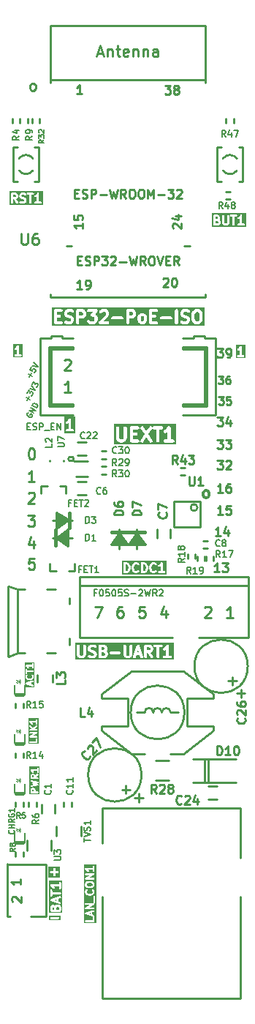
<source format=gbr>
%TF.GenerationSoftware,KiCad,Pcbnew,7.0.11-7.0.11~ubuntu22.04.1*%
%TF.CreationDate,2025-02-21T15:51:22+02:00*%
%TF.ProjectId,ESP32-PoE-ISO_Rev_M,45535033-322d-4506-9f45-2d49534f5f52,M*%
%TF.SameCoordinates,PX55f9470PYb36f0f0*%
%TF.FileFunction,Legend,Top*%
%TF.FilePolarity,Positive*%
%FSLAX46Y46*%
G04 Gerber Fmt 4.6, Leading zero omitted, Abs format (unit mm)*
G04 Created by KiCad (PCBNEW 7.0.11-7.0.11~ubuntu22.04.1) date 2025-02-21 15:51:22*
%MOMM*%
%LPD*%
G01*
G04 APERTURE LIST*
%ADD10C,0.254000*%
%ADD11C,0.158750*%
%ADD12C,0.222250*%
%ADD13C,0.349250*%
%ADD14C,0.317500*%
%ADD15C,0.190500*%
%ADD16C,0.381000*%
%ADD17C,0.228600*%
%ADD18C,0.127000*%
%ADD19C,0.050000*%
%ADD20C,0.100000*%
G04 APERTURE END LIST*
D10*
G36*
X27611136Y65921045D02*
G01*
X26487650Y65921045D01*
X26487650Y66914427D01*
X26632793Y66914427D01*
X26655361Y66846518D01*
X26711060Y66801592D01*
X26782207Y66793909D01*
X26816510Y66805310D01*
X26913272Y66853691D01*
X26915014Y66855312D01*
X26917341Y66855818D01*
X26923000Y66860055D01*
X26923000Y66320188D01*
X26759714Y66320188D01*
X26691053Y66300027D01*
X26644191Y66245946D01*
X26634007Y66175114D01*
X26663734Y66110021D01*
X26723934Y66071332D01*
X26759714Y66066188D01*
X27340286Y66066188D01*
X27408947Y66086349D01*
X27455809Y66140430D01*
X27465993Y66211262D01*
X27436266Y66276355D01*
X27376066Y66315044D01*
X27340286Y66320188D01*
X27177000Y66320188D01*
X27177000Y67209188D01*
X27167210Y67242529D01*
X27157978Y67276044D01*
X27157151Y67276785D01*
X27156839Y67277849D01*
X27130562Y67300618D01*
X27104691Y67323808D01*
X27103596Y67323985D01*
X27102758Y67324711D01*
X27068348Y67329659D01*
X27034041Y67335181D01*
X27033024Y67334738D01*
X27031926Y67334895D01*
X27000317Y67320461D01*
X26968457Y67306552D01*
X26967482Y67305465D01*
X26966833Y67305168D01*
X26965861Y67303657D01*
X26944330Y67279635D01*
X26854544Y67144957D01*
X26781244Y67071658D01*
X26702918Y67032494D01*
X26650522Y66983756D01*
X26632793Y66914427D01*
X26487650Y66914427D01*
X26487650Y67480324D01*
X27611136Y67480324D01*
X27611136Y65921045D01*
G37*
G36*
X7919993Y57267253D02*
G01*
X6578792Y57267253D01*
X6578792Y58478350D01*
X6760221Y58478350D01*
X6782789Y58410442D01*
X6838488Y58365515D01*
X6909635Y58357832D01*
X6943938Y58369233D01*
X7064890Y58429708D01*
X7066633Y58431330D01*
X7068960Y58431836D01*
X7097898Y58453499D01*
X7122999Y58478601D01*
X7122999Y57702682D01*
X6887142Y57702682D01*
X6818481Y57682521D01*
X6771619Y57628440D01*
X6761435Y57557608D01*
X6791162Y57492515D01*
X6851362Y57453826D01*
X6887142Y57448682D01*
X7612857Y57448682D01*
X7681518Y57468843D01*
X7728380Y57522924D01*
X7738564Y57593756D01*
X7708837Y57658849D01*
X7648637Y57697538D01*
X7612857Y57702682D01*
X7376999Y57702682D01*
X7376999Y58845682D01*
X7367209Y58879023D01*
X7357977Y58912538D01*
X7357150Y58913279D01*
X7356838Y58914343D01*
X7330561Y58937112D01*
X7304690Y58960302D01*
X7303595Y58960479D01*
X7302757Y58961205D01*
X7268347Y58966153D01*
X7234040Y58971675D01*
X7233023Y58971232D01*
X7231925Y58971389D01*
X7200316Y58956955D01*
X7168456Y58943046D01*
X7167481Y58941959D01*
X7166832Y58941662D01*
X7165860Y58940151D01*
X7144328Y58916129D01*
X7030352Y58745165D01*
X6932864Y58647677D01*
X6830346Y58596417D01*
X6777950Y58547679D01*
X6760221Y58478350D01*
X6578792Y58478350D01*
X6578792Y59153104D01*
X7919993Y59153104D01*
X7919993Y57267253D01*
G37*
D11*
X2570547Y63723151D02*
X2812452Y64142142D01*
X2900995Y63811694D02*
X2482004Y64053599D01*
X2774402Y64862429D02*
X2623211Y64600559D01*
X2623211Y64600559D02*
X2869962Y64423182D01*
X2869962Y64423182D02*
X2858894Y64464488D01*
X2858894Y64464488D02*
X2862945Y64531981D01*
X2862945Y64531981D02*
X2938540Y64662915D01*
X2938540Y64662915D02*
X2994965Y64700170D01*
X2994965Y64700170D02*
X3036271Y64711238D01*
X3036271Y64711238D02*
X3103764Y64707187D01*
X3103764Y64707187D02*
X3234699Y64631592D01*
X3234699Y64631592D02*
X3271954Y64575167D01*
X3271954Y64575167D02*
X3283022Y64533861D01*
X3283022Y64533861D02*
X3278971Y64466368D01*
X3278971Y64466368D02*
X3203376Y64335433D01*
X3203376Y64335433D02*
X3146951Y64298178D01*
X3146951Y64298178D02*
X3105645Y64287110D01*
X2880235Y65045738D02*
X3535995Y64911546D01*
X3535995Y64911546D02*
X3091902Y65412355D01*
X2292356Y61048281D02*
X2534261Y61467273D01*
X2622804Y61136825D02*
X2203813Y61378729D01*
X2314783Y61873316D02*
X2511330Y62213746D01*
X2511330Y62213746D02*
X2614993Y61909485D01*
X2614993Y61909485D02*
X2660350Y61988046D01*
X2660350Y61988046D02*
X2716775Y62025301D01*
X2716775Y62025301D02*
X2758081Y62036369D01*
X2758081Y62036369D02*
X2825574Y62032317D01*
X2825574Y62032317D02*
X2956509Y61956722D01*
X2956509Y61956722D02*
X2993764Y61900297D01*
X2993764Y61900297D02*
X3004831Y61858991D01*
X3004831Y61858991D02*
X3000780Y61791498D01*
X3000780Y61791498D02*
X2910066Y61634376D01*
X2910066Y61634376D02*
X2853641Y61597122D01*
X2853641Y61597122D02*
X2812335Y61586054D01*
X2602045Y62370868D02*
X3257804Y62236677D01*
X3257804Y62236677D02*
X2813711Y62737485D01*
X2889307Y62868420D02*
X3085854Y63208851D01*
X3085854Y63208851D02*
X3189517Y62904590D01*
X3189517Y62904590D02*
X3234874Y62983151D01*
X3234874Y62983151D02*
X3291299Y63020405D01*
X3291299Y63020405D02*
X3332605Y63031473D01*
X3332605Y63031473D02*
X3400098Y63027422D01*
X3400098Y63027422D02*
X3531033Y62951827D01*
X3531033Y62951827D02*
X3568288Y62895402D01*
X3568288Y62895402D02*
X3579355Y62854096D01*
X3579355Y62854096D02*
X3575304Y62786603D01*
X3575304Y62786603D02*
X3484590Y62629481D01*
X3484590Y62629481D02*
X3428165Y62592226D01*
X3428165Y62592226D02*
X3386859Y62581158D01*
X2422613Y59620636D02*
X2366188Y59583381D01*
X2366188Y59583381D02*
X2320831Y59504820D01*
X2320831Y59504820D02*
X2301660Y59411140D01*
X2301660Y59411140D02*
X2323796Y59328528D01*
X2323796Y59328528D02*
X2361051Y59272103D01*
X2361051Y59272103D02*
X2450680Y59185440D01*
X2450680Y59185440D02*
X2529241Y59140083D01*
X2529241Y59140083D02*
X2649108Y59105794D01*
X2649108Y59105794D02*
X2716601Y59101743D01*
X2716601Y59101743D02*
X2799213Y59123879D01*
X2799213Y59123879D02*
X2870757Y59187320D01*
X2870757Y59187320D02*
X2900995Y59239694D01*
X2900995Y59239694D02*
X2920165Y59333374D01*
X2920165Y59333374D02*
X2909097Y59374680D01*
X2909097Y59374680D02*
X2725788Y59480514D01*
X2725788Y59480514D02*
X2665312Y59375766D01*
X3097543Y59580125D02*
X2547616Y59897625D01*
X2547616Y59897625D02*
X3278971Y59894368D01*
X3278971Y59894368D02*
X2729045Y60211868D01*
X3430162Y60156238D02*
X2880235Y60473738D01*
X2880235Y60473738D02*
X2955831Y60604673D01*
X2955831Y60604673D02*
X3027375Y60668114D01*
X3027375Y60668114D02*
X3109987Y60690250D01*
X3109987Y60690250D02*
X3177480Y60686199D01*
X3177480Y60686199D02*
X3297347Y60651910D01*
X3297347Y60651910D02*
X3375907Y60606553D01*
X3375907Y60606553D02*
X3465536Y60519890D01*
X3465536Y60519890D02*
X3502791Y60463464D01*
X3502791Y60463464D02*
X3524927Y60380852D01*
X3524927Y60380852D02*
X3505757Y60287173D01*
X3505757Y60287173D02*
X3430162Y60156238D01*
X2333214Y58029883D02*
X2587214Y58029883D01*
X2696071Y57630740D02*
X2333214Y57630740D01*
X2333214Y57630740D02*
X2333214Y58392740D01*
X2333214Y58392740D02*
X2696071Y58392740D01*
X2986357Y57667025D02*
X3095215Y57630740D01*
X3095215Y57630740D02*
X3276643Y57630740D01*
X3276643Y57630740D02*
X3349215Y57667025D01*
X3349215Y57667025D02*
X3385500Y57703311D01*
X3385500Y57703311D02*
X3421786Y57775883D01*
X3421786Y57775883D02*
X3421786Y57848454D01*
X3421786Y57848454D02*
X3385500Y57921025D01*
X3385500Y57921025D02*
X3349215Y57957311D01*
X3349215Y57957311D02*
X3276643Y57993597D01*
X3276643Y57993597D02*
X3131500Y58029883D01*
X3131500Y58029883D02*
X3058929Y58066168D01*
X3058929Y58066168D02*
X3022643Y58102454D01*
X3022643Y58102454D02*
X2986357Y58175025D01*
X2986357Y58175025D02*
X2986357Y58247597D01*
X2986357Y58247597D02*
X3022643Y58320168D01*
X3022643Y58320168D02*
X3058929Y58356454D01*
X3058929Y58356454D02*
X3131500Y58392740D01*
X3131500Y58392740D02*
X3312929Y58392740D01*
X3312929Y58392740D02*
X3421786Y58356454D01*
X3748357Y57630740D02*
X3748357Y58392740D01*
X3748357Y58392740D02*
X4038643Y58392740D01*
X4038643Y58392740D02*
X4111214Y58356454D01*
X4111214Y58356454D02*
X4147500Y58320168D01*
X4147500Y58320168D02*
X4183786Y58247597D01*
X4183786Y58247597D02*
X4183786Y58138740D01*
X4183786Y58138740D02*
X4147500Y58066168D01*
X4147500Y58066168D02*
X4111214Y58029883D01*
X4111214Y58029883D02*
X4038643Y57993597D01*
X4038643Y57993597D02*
X3748357Y57993597D01*
X4328929Y57558168D02*
X4909500Y57558168D01*
X5090928Y58029883D02*
X5344928Y58029883D01*
X5453785Y57630740D02*
X5090928Y57630740D01*
X5090928Y57630740D02*
X5090928Y58392740D01*
X5090928Y58392740D02*
X5453785Y58392740D01*
X5780357Y57630740D02*
X5780357Y58392740D01*
X5780357Y58392740D02*
X6215786Y57630740D01*
X6215786Y57630740D02*
X6215786Y58392740D01*
D10*
X2874476Y54231319D02*
X2753523Y54231319D01*
X2753523Y54231319D02*
X2632571Y54291795D01*
X2632571Y54291795D02*
X2572095Y54352271D01*
X2572095Y54352271D02*
X2511619Y54473223D01*
X2511619Y54473223D02*
X2451142Y54715128D01*
X2451142Y54715128D02*
X2451142Y55017509D01*
X2451142Y55017509D02*
X2511619Y55259414D01*
X2511619Y55259414D02*
X2572095Y55380366D01*
X2572095Y55380366D02*
X2632571Y55440842D01*
X2632571Y55440842D02*
X2753523Y55501319D01*
X2753523Y55501319D02*
X2874476Y55501319D01*
X2874476Y55501319D02*
X2995428Y55440842D01*
X2995428Y55440842D02*
X3055904Y55380366D01*
X3055904Y55380366D02*
X3116381Y55259414D01*
X3116381Y55259414D02*
X3176857Y55017509D01*
X3176857Y55017509D02*
X3176857Y54715128D01*
X3176857Y54715128D02*
X3116381Y54473223D01*
X3116381Y54473223D02*
X3055904Y54352271D01*
X3055904Y54352271D02*
X2995428Y54291795D01*
X2995428Y54291795D02*
X2874476Y54231319D01*
X3176857Y51685682D02*
X2451142Y51685682D01*
X2813999Y51685682D02*
X2813999Y52955682D01*
X2813999Y52955682D02*
X2693047Y52774254D01*
X2693047Y52774254D02*
X2572095Y52653301D01*
X2572095Y52653301D02*
X2451142Y52592825D01*
X2451142Y50294730D02*
X2511618Y50355206D01*
X2511618Y50355206D02*
X2632571Y50415682D01*
X2632571Y50415682D02*
X2934952Y50415682D01*
X2934952Y50415682D02*
X3055904Y50355206D01*
X3055904Y50355206D02*
X3116380Y50294730D01*
X3116380Y50294730D02*
X3176857Y50173778D01*
X3176857Y50173778D02*
X3176857Y50052825D01*
X3176857Y50052825D02*
X3116380Y49871397D01*
X3116380Y49871397D02*
X2390666Y49145682D01*
X2390666Y49145682D02*
X3176857Y49145682D01*
X2390666Y47748682D02*
X3176857Y47748682D01*
X3176857Y47748682D02*
X2753523Y47264873D01*
X2753523Y47264873D02*
X2934952Y47264873D01*
X2934952Y47264873D02*
X3055904Y47204397D01*
X3055904Y47204397D02*
X3116380Y47143920D01*
X3116380Y47143920D02*
X3176857Y47022968D01*
X3176857Y47022968D02*
X3176857Y46720587D01*
X3176857Y46720587D02*
X3116380Y46599635D01*
X3116380Y46599635D02*
X3055904Y46539158D01*
X3055904Y46539158D02*
X2934952Y46478682D01*
X2934952Y46478682D02*
X2572095Y46478682D01*
X2572095Y46478682D02*
X2451142Y46539158D01*
X2451142Y46539158D02*
X2390666Y46599635D01*
X3055904Y44785349D02*
X3055904Y43938682D01*
X2753523Y45269158D02*
X2451142Y44362016D01*
X2451142Y44362016D02*
X3237333Y44362016D01*
X3116380Y42795682D02*
X2511618Y42795682D01*
X2511618Y42795682D02*
X2451142Y42190920D01*
X2451142Y42190920D02*
X2511618Y42251397D01*
X2511618Y42251397D02*
X2632571Y42311873D01*
X2632571Y42311873D02*
X2934952Y42311873D01*
X2934952Y42311873D02*
X3055904Y42251397D01*
X3055904Y42251397D02*
X3116380Y42190920D01*
X3116380Y42190920D02*
X3176857Y42069968D01*
X3176857Y42069968D02*
X3176857Y41767587D01*
X3176857Y41767587D02*
X3116380Y41646635D01*
X3116380Y41646635D02*
X3055904Y41586158D01*
X3055904Y41586158D02*
X2934952Y41525682D01*
X2934952Y41525682D02*
X2632571Y41525682D01*
X2632571Y41525682D02*
X2511618Y41586158D01*
X2511618Y41586158D02*
X2451142Y41646635D01*
X24591476Y41193188D02*
X24010904Y41193188D01*
X24301190Y41193188D02*
X24301190Y42209188D01*
X24301190Y42209188D02*
X24204428Y42064045D01*
X24204428Y42064045D02*
X24107666Y41967283D01*
X24107666Y41967283D02*
X24010904Y41918902D01*
X24930142Y42209188D02*
X25559095Y42209188D01*
X25559095Y42209188D02*
X25220428Y41822140D01*
X25220428Y41822140D02*
X25365571Y41822140D01*
X25365571Y41822140D02*
X25462333Y41773759D01*
X25462333Y41773759D02*
X25510714Y41725378D01*
X25510714Y41725378D02*
X25559095Y41628616D01*
X25559095Y41628616D02*
X25559095Y41386711D01*
X25559095Y41386711D02*
X25510714Y41289949D01*
X25510714Y41289949D02*
X25462333Y41241568D01*
X25462333Y41241568D02*
X25365571Y41193188D01*
X25365571Y41193188D02*
X25075285Y41193188D01*
X25075285Y41193188D02*
X24978523Y41241568D01*
X24978523Y41241568D02*
X24930142Y41289949D01*
X24718476Y45393188D02*
X24137904Y45393188D01*
X24428190Y45393188D02*
X24428190Y46409188D01*
X24428190Y46409188D02*
X24331428Y46264045D01*
X24331428Y46264045D02*
X24234666Y46167283D01*
X24234666Y46167283D02*
X24137904Y46118902D01*
X25589333Y46070521D02*
X25589333Y45393188D01*
X25347428Y46457568D02*
X25105523Y45731854D01*
X25105523Y45731854D02*
X25734476Y45731854D01*
X24972476Y47866188D02*
X24391904Y47866188D01*
X24682190Y47866188D02*
X24682190Y48882188D01*
X24682190Y48882188D02*
X24585428Y48737045D01*
X24585428Y48737045D02*
X24488666Y48640283D01*
X24488666Y48640283D02*
X24391904Y48591902D01*
X25891714Y48882188D02*
X25407904Y48882188D01*
X25407904Y48882188D02*
X25359523Y48398378D01*
X25359523Y48398378D02*
X25407904Y48446759D01*
X25407904Y48446759D02*
X25504666Y48495140D01*
X25504666Y48495140D02*
X25746571Y48495140D01*
X25746571Y48495140D02*
X25843333Y48446759D01*
X25843333Y48446759D02*
X25891714Y48398378D01*
X25891714Y48398378D02*
X25940095Y48301616D01*
X25940095Y48301616D02*
X25940095Y48059711D01*
X25940095Y48059711D02*
X25891714Y47962949D01*
X25891714Y47962949D02*
X25843333Y47914568D01*
X25843333Y47914568D02*
X25746571Y47866188D01*
X25746571Y47866188D02*
X25504666Y47866188D01*
X25504666Y47866188D02*
X25407904Y47914568D01*
X25407904Y47914568D02*
X25359523Y47962949D01*
X24972476Y50406188D02*
X24391904Y50406188D01*
X24682190Y50406188D02*
X24682190Y51422188D01*
X24682190Y51422188D02*
X24585428Y51277045D01*
X24585428Y51277045D02*
X24488666Y51180283D01*
X24488666Y51180283D02*
X24391904Y51131902D01*
X25843333Y51422188D02*
X25649809Y51422188D01*
X25649809Y51422188D02*
X25553047Y51373807D01*
X25553047Y51373807D02*
X25504666Y51325426D01*
X25504666Y51325426D02*
X25407904Y51180283D01*
X25407904Y51180283D02*
X25359523Y50986759D01*
X25359523Y50986759D02*
X25359523Y50599711D01*
X25359523Y50599711D02*
X25407904Y50502949D01*
X25407904Y50502949D02*
X25456285Y50454568D01*
X25456285Y50454568D02*
X25553047Y50406188D01*
X25553047Y50406188D02*
X25746571Y50406188D01*
X25746571Y50406188D02*
X25843333Y50454568D01*
X25843333Y50454568D02*
X25891714Y50502949D01*
X25891714Y50502949D02*
X25940095Y50599711D01*
X25940095Y50599711D02*
X25940095Y50841616D01*
X25940095Y50841616D02*
X25891714Y50938378D01*
X25891714Y50938378D02*
X25843333Y50986759D01*
X25843333Y50986759D02*
X25746571Y51035140D01*
X25746571Y51035140D02*
X25553047Y51035140D01*
X25553047Y51035140D02*
X25456285Y50986759D01*
X25456285Y50986759D02*
X25407904Y50938378D01*
X25407904Y50938378D02*
X25359523Y50841616D01*
X24343523Y54089188D02*
X24972476Y54089188D01*
X24972476Y54089188D02*
X24633809Y53702140D01*
X24633809Y53702140D02*
X24778952Y53702140D01*
X24778952Y53702140D02*
X24875714Y53653759D01*
X24875714Y53653759D02*
X24924095Y53605378D01*
X24924095Y53605378D02*
X24972476Y53508616D01*
X24972476Y53508616D02*
X24972476Y53266711D01*
X24972476Y53266711D02*
X24924095Y53169949D01*
X24924095Y53169949D02*
X24875714Y53121568D01*
X24875714Y53121568D02*
X24778952Y53073188D01*
X24778952Y53073188D02*
X24488666Y53073188D01*
X24488666Y53073188D02*
X24391904Y53121568D01*
X24391904Y53121568D02*
X24343523Y53169949D01*
X25359523Y53992426D02*
X25407904Y54040807D01*
X25407904Y54040807D02*
X25504666Y54089188D01*
X25504666Y54089188D02*
X25746571Y54089188D01*
X25746571Y54089188D02*
X25843333Y54040807D01*
X25843333Y54040807D02*
X25891714Y53992426D01*
X25891714Y53992426D02*
X25940095Y53895664D01*
X25940095Y53895664D02*
X25940095Y53798902D01*
X25940095Y53798902D02*
X25891714Y53653759D01*
X25891714Y53653759D02*
X25311142Y53073188D01*
X25311142Y53073188D02*
X25940095Y53073188D01*
X24343523Y56502188D02*
X24972476Y56502188D01*
X24972476Y56502188D02*
X24633809Y56115140D01*
X24633809Y56115140D02*
X24778952Y56115140D01*
X24778952Y56115140D02*
X24875714Y56066759D01*
X24875714Y56066759D02*
X24924095Y56018378D01*
X24924095Y56018378D02*
X24972476Y55921616D01*
X24972476Y55921616D02*
X24972476Y55679711D01*
X24972476Y55679711D02*
X24924095Y55582949D01*
X24924095Y55582949D02*
X24875714Y55534568D01*
X24875714Y55534568D02*
X24778952Y55486188D01*
X24778952Y55486188D02*
X24488666Y55486188D01*
X24488666Y55486188D02*
X24391904Y55534568D01*
X24391904Y55534568D02*
X24343523Y55582949D01*
X25311142Y56502188D02*
X25940095Y56502188D01*
X25940095Y56502188D02*
X25601428Y56115140D01*
X25601428Y56115140D02*
X25746571Y56115140D01*
X25746571Y56115140D02*
X25843333Y56066759D01*
X25843333Y56066759D02*
X25891714Y56018378D01*
X25891714Y56018378D02*
X25940095Y55921616D01*
X25940095Y55921616D02*
X25940095Y55679711D01*
X25940095Y55679711D02*
X25891714Y55582949D01*
X25891714Y55582949D02*
X25843333Y55534568D01*
X25843333Y55534568D02*
X25746571Y55486188D01*
X25746571Y55486188D02*
X25456285Y55486188D01*
X25456285Y55486188D02*
X25359523Y55534568D01*
X25359523Y55534568D02*
X25311142Y55582949D01*
X24343523Y59109188D02*
X24972476Y59109188D01*
X24972476Y59109188D02*
X24633809Y58722140D01*
X24633809Y58722140D02*
X24778952Y58722140D01*
X24778952Y58722140D02*
X24875714Y58673759D01*
X24875714Y58673759D02*
X24924095Y58625378D01*
X24924095Y58625378D02*
X24972476Y58528616D01*
X24972476Y58528616D02*
X24972476Y58286711D01*
X24972476Y58286711D02*
X24924095Y58189949D01*
X24924095Y58189949D02*
X24875714Y58141568D01*
X24875714Y58141568D02*
X24778952Y58093188D01*
X24778952Y58093188D02*
X24488666Y58093188D01*
X24488666Y58093188D02*
X24391904Y58141568D01*
X24391904Y58141568D02*
X24343523Y58189949D01*
X25843333Y58770521D02*
X25843333Y58093188D01*
X25601428Y59157568D02*
X25359523Y58431854D01*
X25359523Y58431854D02*
X25988476Y58431854D01*
D12*
X24480333Y61439288D02*
X25030666Y61439288D01*
X25030666Y61439288D02*
X24734333Y61100621D01*
X24734333Y61100621D02*
X24861333Y61100621D01*
X24861333Y61100621D02*
X24945999Y61058288D01*
X24945999Y61058288D02*
X24988333Y61015955D01*
X24988333Y61015955D02*
X25030666Y60931288D01*
X25030666Y60931288D02*
X25030666Y60719621D01*
X25030666Y60719621D02*
X24988333Y60634955D01*
X24988333Y60634955D02*
X24945999Y60592621D01*
X24945999Y60592621D02*
X24861333Y60550288D01*
X24861333Y60550288D02*
X24607333Y60550288D01*
X24607333Y60550288D02*
X24522666Y60592621D01*
X24522666Y60592621D02*
X24480333Y60634955D01*
X25835000Y61439288D02*
X25411666Y61439288D01*
X25411666Y61439288D02*
X25369333Y61015955D01*
X25369333Y61015955D02*
X25411666Y61058288D01*
X25411666Y61058288D02*
X25496333Y61100621D01*
X25496333Y61100621D02*
X25708000Y61100621D01*
X25708000Y61100621D02*
X25792666Y61058288D01*
X25792666Y61058288D02*
X25835000Y61015955D01*
X25835000Y61015955D02*
X25877333Y60931288D01*
X25877333Y60931288D02*
X25877333Y60719621D01*
X25877333Y60719621D02*
X25835000Y60634955D01*
X25835000Y60634955D02*
X25792666Y60592621D01*
X25792666Y60592621D02*
X25708000Y60550288D01*
X25708000Y60550288D02*
X25496333Y60550288D01*
X25496333Y60550288D02*
X25411666Y60592621D01*
X25411666Y60592621D02*
X25369333Y60634955D01*
X24446333Y63839288D02*
X24996666Y63839288D01*
X24996666Y63839288D02*
X24700333Y63500621D01*
X24700333Y63500621D02*
X24827333Y63500621D01*
X24827333Y63500621D02*
X24911999Y63458288D01*
X24911999Y63458288D02*
X24954333Y63415955D01*
X24954333Y63415955D02*
X24996666Y63331288D01*
X24996666Y63331288D02*
X24996666Y63119621D01*
X24996666Y63119621D02*
X24954333Y63034955D01*
X24954333Y63034955D02*
X24911999Y62992621D01*
X24911999Y62992621D02*
X24827333Y62950288D01*
X24827333Y62950288D02*
X24573333Y62950288D01*
X24573333Y62950288D02*
X24488666Y62992621D01*
X24488666Y62992621D02*
X24446333Y63034955D01*
X25758666Y63839288D02*
X25589333Y63839288D01*
X25589333Y63839288D02*
X25504666Y63796955D01*
X25504666Y63796955D02*
X25462333Y63754621D01*
X25462333Y63754621D02*
X25377666Y63627621D01*
X25377666Y63627621D02*
X25335333Y63458288D01*
X25335333Y63458288D02*
X25335333Y63119621D01*
X25335333Y63119621D02*
X25377666Y63034955D01*
X25377666Y63034955D02*
X25420000Y62992621D01*
X25420000Y62992621D02*
X25504666Y62950288D01*
X25504666Y62950288D02*
X25674000Y62950288D01*
X25674000Y62950288D02*
X25758666Y62992621D01*
X25758666Y62992621D02*
X25801000Y63034955D01*
X25801000Y63034955D02*
X25843333Y63119621D01*
X25843333Y63119621D02*
X25843333Y63331288D01*
X25843333Y63331288D02*
X25801000Y63415955D01*
X25801000Y63415955D02*
X25758666Y63458288D01*
X25758666Y63458288D02*
X25674000Y63500621D01*
X25674000Y63500621D02*
X25504666Y63500621D01*
X25504666Y63500621D02*
X25420000Y63458288D01*
X25420000Y63458288D02*
X25377666Y63415955D01*
X25377666Y63415955D02*
X25335333Y63331288D01*
D10*
X24343523Y67043188D02*
X24972476Y67043188D01*
X24972476Y67043188D02*
X24633809Y66656140D01*
X24633809Y66656140D02*
X24778952Y66656140D01*
X24778952Y66656140D02*
X24875714Y66607759D01*
X24875714Y66607759D02*
X24924095Y66559378D01*
X24924095Y66559378D02*
X24972476Y66462616D01*
X24972476Y66462616D02*
X24972476Y66220711D01*
X24972476Y66220711D02*
X24924095Y66123949D01*
X24924095Y66123949D02*
X24875714Y66075568D01*
X24875714Y66075568D02*
X24778952Y66027188D01*
X24778952Y66027188D02*
X24488666Y66027188D01*
X24488666Y66027188D02*
X24391904Y66075568D01*
X24391904Y66075568D02*
X24343523Y66123949D01*
X25456285Y66027188D02*
X25649809Y66027188D01*
X25649809Y66027188D02*
X25746571Y66075568D01*
X25746571Y66075568D02*
X25794952Y66123949D01*
X25794952Y66123949D02*
X25891714Y66269092D01*
X25891714Y66269092D02*
X25940095Y66462616D01*
X25940095Y66462616D02*
X25940095Y66849664D01*
X25940095Y66849664D02*
X25891714Y66946426D01*
X25891714Y66946426D02*
X25843333Y66994807D01*
X25843333Y66994807D02*
X25746571Y67043188D01*
X25746571Y67043188D02*
X25553047Y67043188D01*
X25553047Y67043188D02*
X25456285Y66994807D01*
X25456285Y66994807D02*
X25407904Y66946426D01*
X25407904Y66946426D02*
X25359523Y66849664D01*
X25359523Y66849664D02*
X25359523Y66607759D01*
X25359523Y66607759D02*
X25407904Y66510997D01*
X25407904Y66510997D02*
X25456285Y66462616D01*
X25456285Y66462616D02*
X25553047Y66414235D01*
X25553047Y66414235D02*
X25746571Y66414235D01*
X25746571Y66414235D02*
X25843333Y66462616D01*
X25843333Y66462616D02*
X25891714Y66510997D01*
X25891714Y66510997D02*
X25940095Y66607759D01*
G36*
X6107898Y5822338D02*
G01*
X4792102Y5822338D01*
X4792102Y6462161D01*
X4937245Y6462161D01*
X4966972Y6397068D01*
X5027172Y6358379D01*
X5062952Y6353235D01*
X5323000Y6353235D01*
X5323000Y6093188D01*
X5343161Y6024527D01*
X5397242Y5977665D01*
X5468074Y5967481D01*
X5533167Y5997208D01*
X5571856Y6057408D01*
X5577000Y6093188D01*
X5577000Y6353235D01*
X5837048Y6353235D01*
X5905709Y6373396D01*
X5952571Y6427477D01*
X5962755Y6498309D01*
X5933028Y6563402D01*
X5872828Y6602091D01*
X5837048Y6607235D01*
X5577000Y6607235D01*
X5577000Y6867283D01*
X5556839Y6935944D01*
X5502758Y6982806D01*
X5431926Y6992990D01*
X5366833Y6963263D01*
X5328144Y6903063D01*
X5323000Y6867283D01*
X5323000Y6607235D01*
X5062952Y6607235D01*
X4994291Y6587074D01*
X4947429Y6532993D01*
X4937245Y6462161D01*
X4792102Y6462161D01*
X4792102Y7138133D01*
X6107898Y7138133D01*
X6107898Y5822338D01*
G37*
D13*
G36*
X15782485Y70768177D02*
G01*
X15808936Y70741727D01*
X15844351Y70670898D01*
X15844351Y70354201D01*
X15808936Y70283372D01*
X15782486Y70256923D01*
X15711657Y70221508D01*
X15594532Y70221508D01*
X15523701Y70256924D01*
X15497254Y70283371D01*
X15461839Y70354201D01*
X15461839Y70670898D01*
X15497254Y70741728D01*
X15523702Y70768177D01*
X15594532Y70803591D01*
X15711657Y70803591D01*
X15782485Y70768177D01*
G37*
G36*
X22168771Y71233844D02*
G01*
X22247579Y71155035D01*
X22297159Y70956719D01*
X22297159Y70534047D01*
X22247579Y70335731D01*
X22168773Y70256924D01*
X22097942Y70221508D01*
X21914293Y70221508D01*
X21843461Y70256924D01*
X21764654Y70335731D01*
X21715076Y70534046D01*
X21715076Y70956719D01*
X21764654Y71155035D01*
X21843463Y71233844D01*
X21914293Y71269258D01*
X22097942Y71269258D01*
X22168771Y71233844D01*
G37*
G36*
X8730963Y71233844D02*
G01*
X8757411Y71207395D01*
X8792827Y71136564D01*
X8792827Y71019439D01*
X8757412Y70948610D01*
X8730962Y70922161D01*
X8660134Y70886746D01*
X8343792Y70886746D01*
X8343792Y71269258D01*
X8660134Y71269258D01*
X8730963Y71233844D01*
G37*
G36*
X14518534Y71233844D02*
G01*
X14544982Y71207395D01*
X14580398Y71136564D01*
X14580398Y71019439D01*
X14544983Y70948610D01*
X14518533Y70922161D01*
X14447705Y70886746D01*
X14131363Y70886746D01*
X14131363Y71269258D01*
X14447705Y71269258D01*
X14518534Y71233844D01*
G37*
G36*
X22845980Y69672687D02*
G01*
X5200543Y69672687D01*
X5200543Y70046883D01*
X5400114Y70046883D01*
X5407660Y70016264D01*
X5411462Y69984960D01*
X5417550Y69976139D01*
X5420116Y69965731D01*
X5441026Y69942128D01*
X5458941Y69916174D01*
X5468433Y69911193D01*
X5475541Y69903169D01*
X5505027Y69891987D01*
X5532949Y69877332D01*
X5548715Y69875418D01*
X5553690Y69873531D01*
X5558972Y69874173D01*
X5574739Y69872258D01*
X6239977Y69872258D01*
X6321129Y69892260D01*
X6383691Y69947685D01*
X6413329Y70025834D01*
X6403254Y70108806D01*
X6355775Y70177592D01*
X6281767Y70216434D01*
X6239977Y70221508D01*
X5749364Y70221508D01*
X5749364Y70604020D01*
X6040405Y70604020D01*
X6121557Y70624022D01*
X6184119Y70679447D01*
X6213757Y70757596D01*
X6203682Y70840568D01*
X6156203Y70909354D01*
X6082195Y70948196D01*
X6040405Y70953270D01*
X5749364Y70953270D01*
X5749364Y71044740D01*
X6597542Y71044740D01*
X6602210Y71025799D01*
X6601827Y71006293D01*
X6615978Y70966645D01*
X6682502Y70833597D01*
X6687127Y70828165D01*
X6689250Y70821352D01*
X6715212Y70788214D01*
X6781734Y70721691D01*
X6787840Y70718000D01*
X6792011Y70712205D01*
X6827120Y70688978D01*
X6960168Y70622455D01*
X6963149Y70621783D01*
X6995909Y70609234D01*
X7243407Y70547360D01*
X7333962Y70502082D01*
X7360412Y70475633D01*
X7395827Y70404803D01*
X7395827Y70354202D01*
X7360411Y70283371D01*
X7333963Y70256923D01*
X7263134Y70221508D01*
X7000076Y70221508D01*
X6827388Y70279070D01*
X6744075Y70285757D01*
X6667197Y70252960D01*
X6614367Y70188193D01*
X6597687Y70106293D01*
X6620978Y70026023D01*
X6678905Y69965771D01*
X6716946Y69947742D01*
X6916517Y69881219D01*
X6923629Y69880649D01*
X6929948Y69877332D01*
X6971738Y69872258D01*
X7304357Y69872258D01*
X7323298Y69876927D01*
X7342803Y69876543D01*
X7382451Y69890693D01*
X7515499Y69957216D01*
X7520932Y69961842D01*
X7527746Y69963965D01*
X7560884Y69989927D01*
X7617839Y70046883D01*
X7994542Y70046883D01*
X8014544Y69965731D01*
X8069969Y69903169D01*
X8148118Y69873531D01*
X8231090Y69883606D01*
X8299876Y69931085D01*
X8338718Y70005093D01*
X8343792Y70046883D01*
X8343792Y70169386D01*
X9258812Y70169386D01*
X9283678Y70089589D01*
X9309640Y70056451D01*
X9376164Y69989928D01*
X9382271Y69986236D01*
X9386440Y69980444D01*
X9421549Y69957216D01*
X9554596Y69890693D01*
X9573625Y69886399D01*
X9590900Y69877332D01*
X9632690Y69872258D01*
X10031833Y69872258D01*
X10050774Y69876927D01*
X10070279Y69876543D01*
X10109927Y69890693D01*
X10242975Y69957216D01*
X10248408Y69961842D01*
X10255222Y69963965D01*
X10288360Y69989927D01*
X10354883Y70056451D01*
X10358574Y70062558D01*
X10364368Y70066727D01*
X10365165Y70067932D01*
X10590243Y70067932D01*
X10593423Y70041742D01*
X10591830Y70015406D01*
X10598391Y70000828D01*
X10600318Y69984960D01*
X10615305Y69963248D01*
X10626133Y69939189D01*
X10638715Y69929332D01*
X10647797Y69916174D01*
X10671162Y69903912D01*
X10691927Y69887643D01*
X10707648Y69884762D01*
X10721805Y69877332D01*
X10763595Y69872258D01*
X11628404Y69872258D01*
X11709556Y69892260D01*
X11772118Y69947685D01*
X11801756Y70025834D01*
X11799200Y70046883D01*
X13782113Y70046883D01*
X13802115Y69965731D01*
X13857540Y69903169D01*
X13935689Y69873531D01*
X14018661Y69883606D01*
X14087447Y69931085D01*
X14126289Y70005093D01*
X14131363Y70046883D01*
X14131363Y70312978D01*
X15112589Y70312978D01*
X15117257Y70294037D01*
X15116874Y70274531D01*
X15131025Y70234883D01*
X15197549Y70101835D01*
X15202174Y70096403D01*
X15204297Y70089590D01*
X15230259Y70056452D01*
X15296781Y69989929D01*
X15302887Y69986238D01*
X15307058Y69980443D01*
X15342167Y69957216D01*
X15475215Y69890693D01*
X15494244Y69886399D01*
X15511519Y69877332D01*
X15553309Y69872258D01*
X15752880Y69872258D01*
X15771821Y69876927D01*
X15791326Y69876543D01*
X15830974Y69890693D01*
X15964022Y69957216D01*
X15969455Y69961842D01*
X15976269Y69963965D01*
X16009407Y69989927D01*
X16066362Y70046883D01*
X16443065Y70046883D01*
X16450611Y70016264D01*
X16454413Y69984960D01*
X16460501Y69976139D01*
X16463067Y69965731D01*
X16483977Y69942128D01*
X16501892Y69916174D01*
X16511384Y69911193D01*
X16518492Y69903169D01*
X16547978Y69891987D01*
X16575900Y69877332D01*
X16591666Y69875418D01*
X16596641Y69873531D01*
X16601923Y69874173D01*
X16617690Y69872258D01*
X17282928Y69872258D01*
X17364080Y69892260D01*
X17426642Y69947685D01*
X17456280Y70025834D01*
X17453724Y70046883D01*
X19436636Y70046883D01*
X19456638Y69965731D01*
X19512063Y69903169D01*
X19590212Y69873531D01*
X19673184Y69883606D01*
X19741970Y69931085D01*
X19780812Y70005093D01*
X19785886Y70046883D01*
X19785886Y71044740D01*
X20035350Y71044740D01*
X20040018Y71025799D01*
X20039635Y71006293D01*
X20053786Y70966645D01*
X20120310Y70833597D01*
X20124935Y70828165D01*
X20127058Y70821352D01*
X20153020Y70788214D01*
X20219542Y70721691D01*
X20225648Y70718000D01*
X20229819Y70712205D01*
X20264928Y70688978D01*
X20397976Y70622455D01*
X20400957Y70621783D01*
X20433717Y70609234D01*
X20681215Y70547360D01*
X20771770Y70502082D01*
X20798220Y70475633D01*
X20833635Y70404803D01*
X20833635Y70354202D01*
X20798219Y70283371D01*
X20771771Y70256923D01*
X20700942Y70221508D01*
X20437884Y70221508D01*
X20265196Y70279070D01*
X20181883Y70285757D01*
X20105005Y70252960D01*
X20052175Y70188193D01*
X20035495Y70106293D01*
X20058786Y70026023D01*
X20116713Y69965771D01*
X20154754Y69947742D01*
X20354325Y69881219D01*
X20361437Y69880649D01*
X20367756Y69877332D01*
X20409546Y69872258D01*
X20742165Y69872258D01*
X20761106Y69876927D01*
X20780611Y69876543D01*
X20820259Y69890693D01*
X20953307Y69957216D01*
X20958740Y69961842D01*
X20965554Y69963965D01*
X20998692Y69989927D01*
X21065215Y70056451D01*
X21068906Y70062558D01*
X21074700Y70066727D01*
X21097927Y70101836D01*
X21164450Y70234884D01*
X21168744Y70253914D01*
X21177811Y70271188D01*
X21182885Y70312978D01*
X21182885Y70446026D01*
X21178216Y70464968D01*
X21178600Y70484473D01*
X21168580Y70512549D01*
X21365826Y70512549D01*
X21365897Y70512260D01*
X21365827Y70511969D01*
X21371040Y70470196D01*
X21437564Y70204101D01*
X21449769Y70181033D01*
X21457534Y70156114D01*
X21474223Y70134812D01*
X21476651Y70130223D01*
X21479171Y70128496D01*
X21483496Y70122976D01*
X21616543Y69989928D01*
X21622649Y69986237D01*
X21626819Y69980443D01*
X21661928Y69957216D01*
X21794976Y69890693D01*
X21814005Y69886399D01*
X21831280Y69877332D01*
X21873070Y69872258D01*
X22139165Y69872258D01*
X22158106Y69876927D01*
X22177611Y69876543D01*
X22217259Y69890693D01*
X22350307Y69957216D01*
X22355741Y69961844D01*
X22362554Y69963966D01*
X22395692Y69989928D01*
X22528739Y70122976D01*
X22542240Y70145311D01*
X22559613Y70164789D01*
X22569292Y70190059D01*
X22571979Y70194503D01*
X22572163Y70197555D01*
X22574671Y70204101D01*
X22641195Y70470197D01*
X22641195Y70470495D01*
X22641335Y70470759D01*
X22646409Y70512549D01*
X22646409Y70978216D01*
X22646337Y70978506D01*
X22646408Y70978796D01*
X22641195Y71020568D01*
X22574671Y71286664D01*
X22562465Y71309733D01*
X22554701Y71334651D01*
X22538011Y71355954D01*
X22535584Y71360542D01*
X22533063Y71362270D01*
X22528739Y71367789D01*
X22395692Y71500837D01*
X22389584Y71504530D01*
X22385416Y71510321D01*
X22350308Y71533548D01*
X22217260Y71600072D01*
X22198230Y71604368D01*
X22180955Y71613434D01*
X22139165Y71618508D01*
X21873070Y71618508D01*
X21854128Y71613840D01*
X21834622Y71614223D01*
X21794975Y71600072D01*
X21661927Y71533548D01*
X21656495Y71528924D01*
X21649681Y71526800D01*
X21616543Y71500837D01*
X21483496Y71367789D01*
X21469995Y71345457D01*
X21452622Y71325976D01*
X21442941Y71300703D01*
X21440257Y71296262D01*
X21440072Y71293214D01*
X21437564Y71286664D01*
X21371040Y71020569D01*
X21371039Y71020271D01*
X21370900Y71020006D01*
X21365826Y70978216D01*
X21365826Y70512549D01*
X21168580Y70512549D01*
X21164450Y70524120D01*
X21097927Y70657167D01*
X21093301Y70662601D01*
X21091178Y70669414D01*
X21065215Y70702552D01*
X20998692Y70769076D01*
X20992583Y70772769D01*
X20988416Y70778559D01*
X20953308Y70801786D01*
X20820260Y70868310D01*
X20817281Y70868983D01*
X20784518Y70881532D01*
X20537020Y70943407D01*
X20446462Y70988686D01*
X20420015Y71015133D01*
X20384600Y71085963D01*
X20384600Y71136564D01*
X20420015Y71207395D01*
X20446463Y71233844D01*
X20517293Y71269258D01*
X20780350Y71269258D01*
X20953038Y71211695D01*
X21036351Y71205008D01*
X21113229Y71237805D01*
X21166059Y71302571D01*
X21182740Y71384471D01*
X21159449Y71464742D01*
X21101522Y71524994D01*
X21063481Y71543023D01*
X20863911Y71609547D01*
X20856797Y71610118D01*
X20850479Y71613434D01*
X20808689Y71618508D01*
X20476070Y71618508D01*
X20457128Y71613840D01*
X20437622Y71614223D01*
X20397975Y71600072D01*
X20264927Y71533548D01*
X20259493Y71528923D01*
X20252680Y71526799D01*
X20219542Y71500836D01*
X20153020Y71434313D01*
X20149328Y71428207D01*
X20143537Y71424038D01*
X20120310Y71388930D01*
X20053786Y71255882D01*
X20049490Y71236853D01*
X20040424Y71219577D01*
X20035350Y71177787D01*
X20035350Y71044740D01*
X19785886Y71044740D01*
X19785886Y71443883D01*
X19765884Y71525035D01*
X19710459Y71587597D01*
X19632310Y71617235D01*
X19549338Y71607160D01*
X19480552Y71559681D01*
X19441710Y71485673D01*
X19436636Y71443883D01*
X19436636Y70046883D01*
X17453724Y70046883D01*
X17446205Y70108806D01*
X17398726Y70177592D01*
X17324718Y70216434D01*
X17282928Y70221508D01*
X16792315Y70221508D01*
X16792315Y70600122D01*
X17708290Y70600122D01*
X17718365Y70517150D01*
X17765844Y70448364D01*
X17839852Y70409522D01*
X17881642Y70404448D01*
X18946023Y70404448D01*
X19027175Y70424450D01*
X19089737Y70479875D01*
X19119375Y70558024D01*
X19109300Y70640996D01*
X19061821Y70709782D01*
X18987813Y70748624D01*
X18946023Y70753698D01*
X17881642Y70753698D01*
X17800490Y70733696D01*
X17737928Y70678271D01*
X17708290Y70600122D01*
X16792315Y70600122D01*
X16792315Y70604020D01*
X17083356Y70604020D01*
X17164508Y70624022D01*
X17227070Y70679447D01*
X17256708Y70757596D01*
X17246633Y70840568D01*
X17199154Y70909354D01*
X17125146Y70948196D01*
X17083356Y70953270D01*
X16792315Y70953270D01*
X16792315Y71269258D01*
X17282928Y71269258D01*
X17364080Y71289260D01*
X17426642Y71344685D01*
X17456280Y71422834D01*
X17446205Y71505806D01*
X17398726Y71574592D01*
X17324718Y71613434D01*
X17282928Y71618508D01*
X16617690Y71618508D01*
X16587070Y71610962D01*
X16555767Y71607160D01*
X16546945Y71601072D01*
X16536538Y71598506D01*
X16512934Y71577596D01*
X16486981Y71559681D01*
X16481999Y71550189D01*
X16473976Y71543081D01*
X16462793Y71513595D01*
X16448139Y71485673D01*
X16446224Y71469907D01*
X16444338Y71464932D01*
X16444979Y71459650D01*
X16443065Y71443883D01*
X16443065Y70046883D01*
X16066362Y70046883D01*
X16075930Y70056451D01*
X16079621Y70062557D01*
X16085414Y70066726D01*
X16108641Y70101835D01*
X16175165Y70234883D01*
X16179460Y70253913D01*
X16188527Y70271188D01*
X16193601Y70312978D01*
X16193601Y70712121D01*
X16188932Y70731064D01*
X16189316Y70750569D01*
X16175165Y70790216D01*
X16108641Y70923263D01*
X16104016Y70928695D01*
X16101893Y70935509D01*
X16075930Y70968647D01*
X16009407Y71035171D01*
X16003298Y71038864D01*
X15999131Y71044654D01*
X15964023Y71067881D01*
X15830975Y71134405D01*
X15811945Y71138701D01*
X15794670Y71147767D01*
X15752880Y71152841D01*
X15553309Y71152841D01*
X15534367Y71148173D01*
X15514861Y71148556D01*
X15475214Y71134405D01*
X15342166Y71067881D01*
X15336732Y71063256D01*
X15329919Y71061132D01*
X15296781Y71035169D01*
X15230259Y70968646D01*
X15226568Y70962541D01*
X15220776Y70958372D01*
X15197549Y70923263D01*
X15131025Y70790216D01*
X15126729Y70771187D01*
X15117663Y70753911D01*
X15112589Y70712121D01*
X15112589Y70312978D01*
X14131363Y70312978D01*
X14131363Y70537496D01*
X14488928Y70537496D01*
X14507869Y70542165D01*
X14527375Y70541781D01*
X14567023Y70555932D01*
X14700071Y70622456D01*
X14705502Y70627081D01*
X14712317Y70629204D01*
X14745455Y70655166D01*
X14811978Y70721690D01*
X14815668Y70727796D01*
X14821461Y70731964D01*
X14844688Y70767073D01*
X14911212Y70900121D01*
X14915507Y70919151D01*
X14924574Y70936426D01*
X14929648Y70978216D01*
X14929648Y71177787D01*
X14924979Y71196729D01*
X14925363Y71216235D01*
X14911212Y71255882D01*
X14844688Y71388930D01*
X14840062Y71394363D01*
X14837940Y71401175D01*
X14811978Y71434313D01*
X14745455Y71500837D01*
X14739347Y71504530D01*
X14735179Y71510321D01*
X14700071Y71533548D01*
X14567023Y71600072D01*
X14547993Y71604368D01*
X14530718Y71613434D01*
X14488928Y71618508D01*
X13956738Y71618508D01*
X13926118Y71610962D01*
X13894815Y71607160D01*
X13885993Y71601072D01*
X13875586Y71598506D01*
X13851982Y71577596D01*
X13826029Y71559681D01*
X13821047Y71550189D01*
X13813024Y71543081D01*
X13801841Y71513595D01*
X13787187Y71485673D01*
X13785272Y71469907D01*
X13783386Y71464932D01*
X13784027Y71459650D01*
X13782113Y71443883D01*
X13782113Y70046883D01*
X11799200Y70046883D01*
X11791681Y70108806D01*
X11744202Y70177592D01*
X11670194Y70216434D01*
X11628404Y70221508D01*
X11185177Y70221508D01*
X11563792Y70600122D01*
X12053767Y70600122D01*
X12063842Y70517150D01*
X12111321Y70448364D01*
X12185329Y70409522D01*
X12227119Y70404448D01*
X13291500Y70404448D01*
X13372652Y70424450D01*
X13435214Y70479875D01*
X13464852Y70558024D01*
X13454777Y70640996D01*
X13407298Y70709782D01*
X13333290Y70748624D01*
X13291500Y70753698D01*
X12227119Y70753698D01*
X12145967Y70733696D01*
X12083405Y70678271D01*
X12053767Y70600122D01*
X11563792Y70600122D01*
X11685359Y70721689D01*
X11695451Y70738385D01*
X11709516Y70751906D01*
X11727545Y70789947D01*
X11794068Y70989519D01*
X11794638Y70996632D01*
X11797955Y71002950D01*
X11803029Y71044740D01*
X11803029Y71177787D01*
X11798360Y71196729D01*
X11798744Y71216233D01*
X11784594Y71255881D01*
X11718071Y71388929D01*
X11713445Y71394363D01*
X11711322Y71401176D01*
X11685359Y71434314D01*
X11618836Y71500838D01*
X11612727Y71504531D01*
X11608560Y71510321D01*
X11573452Y71533548D01*
X11440404Y71600072D01*
X11421374Y71604368D01*
X11404099Y71613434D01*
X11362309Y71618508D01*
X11029690Y71618508D01*
X11010747Y71613840D01*
X10991242Y71614223D01*
X10951595Y71600072D01*
X10818548Y71533548D01*
X10813116Y71528924D01*
X10806302Y71526800D01*
X10773164Y71500837D01*
X10706640Y71434314D01*
X10663401Y71362787D01*
X10658354Y71279357D01*
X10692657Y71203141D01*
X10758451Y71151595D01*
X10840663Y71136528D01*
X10920460Y71161394D01*
X10953598Y71187356D01*
X11000084Y71233844D01*
X11070913Y71269258D01*
X11321086Y71269258D01*
X11391914Y71233844D01*
X11418363Y71207395D01*
X11453779Y71136564D01*
X11453779Y71073077D01*
X11409252Y70939497D01*
X10640117Y70170362D01*
X10631847Y70156682D01*
X10619881Y70146081D01*
X10610525Y70121412D01*
X10596877Y70098835D01*
X10595911Y70082880D01*
X10590243Y70067932D01*
X10365165Y70067932D01*
X10387595Y70101836D01*
X10454118Y70234884D01*
X10458412Y70253914D01*
X10467479Y70271188D01*
X10472553Y70312978D01*
X10472553Y70645597D01*
X10467884Y70664539D01*
X10468268Y70684043D01*
X10454118Y70723691D01*
X10387595Y70856739D01*
X10382968Y70862174D01*
X10380845Y70868987D01*
X10354882Y70902125D01*
X10288359Y70968647D01*
X10282252Y70972339D01*
X10278084Y70978130D01*
X10242976Y71001357D01*
X10173256Y71036217D01*
X10429347Y71328892D01*
X10434022Y71337935D01*
X10441642Y71344685D01*
X10453010Y71374661D01*
X10467733Y71403137D01*
X10467670Y71413317D01*
X10471280Y71422834D01*
X10467416Y71454655D01*
X10467219Y71486717D01*
X10462431Y71495704D01*
X10461205Y71505806D01*
X10442996Y71532186D01*
X10427922Y71560483D01*
X10419508Y71566215D01*
X10413726Y71574592D01*
X10385338Y71589491D01*
X10358845Y71607538D01*
X10348732Y71608703D01*
X10339718Y71613434D01*
X10297928Y71618508D01*
X9433119Y71618508D01*
X9351967Y71598506D01*
X9289405Y71543081D01*
X9259767Y71464932D01*
X9269842Y71381960D01*
X9317321Y71313174D01*
X9391329Y71274332D01*
X9433119Y71269258D01*
X9913096Y71269258D01*
X9700843Y71026683D01*
X9696167Y71017641D01*
X9688548Y71010890D01*
X9677180Y70980917D01*
X9662457Y70952439D01*
X9662519Y70942260D01*
X9658910Y70932741D01*
X9662774Y70900916D01*
X9662972Y70868858D01*
X9667758Y70859874D01*
X9668985Y70849769D01*
X9687194Y70823388D01*
X9702268Y70795092D01*
X9710681Y70789361D01*
X9716464Y70780983D01*
X9744851Y70766085D01*
X9771345Y70748037D01*
X9781457Y70746873D01*
X9790472Y70742141D01*
X9832262Y70737067D01*
X9990610Y70737067D01*
X10061440Y70701652D01*
X10087887Y70675205D01*
X10123303Y70604374D01*
X10123303Y70354202D01*
X10087887Y70283371D01*
X10061439Y70256923D01*
X9990610Y70221508D01*
X9673914Y70221508D01*
X9603083Y70256923D01*
X9556598Y70303409D01*
X9485071Y70346648D01*
X9401641Y70351695D01*
X9325425Y70317392D01*
X9273879Y70251598D01*
X9258812Y70169386D01*
X8343792Y70169386D01*
X8343792Y70537496D01*
X8701357Y70537496D01*
X8720298Y70542165D01*
X8739804Y70541781D01*
X8779452Y70555932D01*
X8912500Y70622456D01*
X8917931Y70627081D01*
X8924746Y70629204D01*
X8957884Y70655166D01*
X9024407Y70721690D01*
X9028097Y70727796D01*
X9033890Y70731964D01*
X9057117Y70767073D01*
X9123641Y70900121D01*
X9127936Y70919151D01*
X9137003Y70936426D01*
X9142077Y70978216D01*
X9142077Y71177787D01*
X9137408Y71196729D01*
X9137792Y71216235D01*
X9123641Y71255882D01*
X9057117Y71388930D01*
X9052491Y71394363D01*
X9050369Y71401175D01*
X9024407Y71434313D01*
X8957884Y71500837D01*
X8951776Y71504530D01*
X8947608Y71510321D01*
X8912500Y71533548D01*
X8779452Y71600072D01*
X8760422Y71604368D01*
X8743147Y71613434D01*
X8701357Y71618508D01*
X8169167Y71618508D01*
X8138547Y71610962D01*
X8107244Y71607160D01*
X8098422Y71601072D01*
X8088015Y71598506D01*
X8064411Y71577596D01*
X8038458Y71559681D01*
X8033476Y71550189D01*
X8025453Y71543081D01*
X8014270Y71513595D01*
X7999616Y71485673D01*
X7997701Y71469907D01*
X7995815Y71464932D01*
X7996456Y71459650D01*
X7994542Y71443883D01*
X7994542Y70046883D01*
X7617839Y70046883D01*
X7627407Y70056451D01*
X7631098Y70062558D01*
X7636892Y70066727D01*
X7660119Y70101836D01*
X7726642Y70234884D01*
X7730936Y70253914D01*
X7740003Y70271188D01*
X7745077Y70312978D01*
X7745077Y70446026D01*
X7740408Y70464968D01*
X7740792Y70484473D01*
X7726642Y70524120D01*
X7660119Y70657167D01*
X7655493Y70662601D01*
X7653370Y70669414D01*
X7627407Y70702552D01*
X7560884Y70769076D01*
X7554775Y70772769D01*
X7550608Y70778559D01*
X7515500Y70801786D01*
X7382452Y70868310D01*
X7379473Y70868983D01*
X7346710Y70881532D01*
X7099212Y70943407D01*
X7008654Y70988686D01*
X6982207Y71015133D01*
X6946792Y71085963D01*
X6946792Y71136564D01*
X6982207Y71207395D01*
X7008655Y71233844D01*
X7079485Y71269258D01*
X7342542Y71269258D01*
X7515230Y71211695D01*
X7598543Y71205008D01*
X7675421Y71237805D01*
X7728251Y71302571D01*
X7744932Y71384471D01*
X7721641Y71464742D01*
X7663714Y71524994D01*
X7625673Y71543023D01*
X7426103Y71609547D01*
X7418989Y71610118D01*
X7412671Y71613434D01*
X7370881Y71618508D01*
X7038262Y71618508D01*
X7019320Y71613840D01*
X6999814Y71614223D01*
X6960167Y71600072D01*
X6827119Y71533548D01*
X6821685Y71528923D01*
X6814872Y71526799D01*
X6781734Y71500836D01*
X6715212Y71434313D01*
X6711520Y71428207D01*
X6705729Y71424038D01*
X6682502Y71388930D01*
X6615978Y71255882D01*
X6611682Y71236853D01*
X6602616Y71219577D01*
X6597542Y71177787D01*
X6597542Y71044740D01*
X5749364Y71044740D01*
X5749364Y71269258D01*
X6239977Y71269258D01*
X6321129Y71289260D01*
X6383691Y71344685D01*
X6413329Y71422834D01*
X6403254Y71505806D01*
X6355775Y71574592D01*
X6281767Y71613434D01*
X6239977Y71618508D01*
X5574739Y71618508D01*
X5544119Y71610962D01*
X5512816Y71607160D01*
X5503994Y71601072D01*
X5493587Y71598506D01*
X5469983Y71577596D01*
X5444030Y71559681D01*
X5439048Y71550189D01*
X5431025Y71543081D01*
X5419842Y71513595D01*
X5405188Y71485673D01*
X5403273Y71469907D01*
X5401387Y71464932D01*
X5402028Y71459650D01*
X5400114Y71443883D01*
X5400114Y70046883D01*
X5200543Y70046883D01*
X5200543Y71818079D01*
X22845980Y71818079D01*
X22845980Y69672687D01*
G37*
D14*
X23140714Y50621017D02*
X23261666Y50560540D01*
X23261666Y50560540D02*
X23322143Y50500064D01*
X23322143Y50500064D02*
X23382619Y50379112D01*
X23382619Y50379112D02*
X23382619Y50016255D01*
X23382619Y50016255D02*
X23322143Y49895302D01*
X23322143Y49895302D02*
X23261666Y49834826D01*
X23261666Y49834826D02*
X23140714Y49774350D01*
X23140714Y49774350D02*
X22959285Y49774350D01*
X22959285Y49774350D02*
X22838333Y49834826D01*
X22838333Y49834826D02*
X22777857Y49895302D01*
X22777857Y49895302D02*
X22717381Y50016255D01*
X22717381Y50016255D02*
X22717381Y50379112D01*
X22717381Y50379112D02*
X22777857Y50500064D01*
X22777857Y50500064D02*
X22838333Y50560540D01*
X22838333Y50560540D02*
X22959285Y50621017D01*
X22959285Y50621017D02*
X23140714Y50621017D01*
D10*
G36*
X6157897Y897623D02*
G01*
X4842102Y897623D01*
X4842102Y1151692D01*
X4987245Y1151692D01*
X5016972Y1086599D01*
X5077172Y1047910D01*
X5112952Y1042766D01*
X5887047Y1042766D01*
X5955708Y1062927D01*
X6002570Y1117008D01*
X6012754Y1187840D01*
X5983027Y1252933D01*
X5922827Y1291622D01*
X5887047Y1296766D01*
X5112952Y1296766D01*
X5044291Y1276605D01*
X4997429Y1222524D01*
X4987245Y1151692D01*
X4842102Y1151692D01*
X4842102Y1441909D01*
X6157897Y1441909D01*
X6157897Y897623D01*
G37*
G36*
X1811136Y66009045D02*
G01*
X687650Y66009045D01*
X687650Y67002427D01*
X832793Y67002427D01*
X855361Y66934518D01*
X911060Y66889592D01*
X982207Y66881909D01*
X1016510Y66893310D01*
X1113272Y66941691D01*
X1115014Y66943312D01*
X1117341Y66943818D01*
X1123000Y66948055D01*
X1123000Y66408188D01*
X959714Y66408188D01*
X891053Y66388027D01*
X844191Y66333946D01*
X834007Y66263114D01*
X863734Y66198021D01*
X923934Y66159332D01*
X959714Y66154188D01*
X1540286Y66154188D01*
X1608947Y66174349D01*
X1655809Y66228430D01*
X1665993Y66299262D01*
X1636266Y66364355D01*
X1576066Y66403044D01*
X1540286Y66408188D01*
X1377000Y66408188D01*
X1377000Y67297188D01*
X1367210Y67330529D01*
X1357978Y67364044D01*
X1357151Y67364785D01*
X1356839Y67365849D01*
X1330562Y67388618D01*
X1304691Y67411808D01*
X1303596Y67411985D01*
X1302758Y67412711D01*
X1268348Y67417659D01*
X1234041Y67423181D01*
X1233024Y67422738D01*
X1231926Y67422895D01*
X1200317Y67408461D01*
X1168457Y67394552D01*
X1167482Y67393465D01*
X1166833Y67393168D01*
X1165861Y67391657D01*
X1144330Y67367635D01*
X1054544Y67232957D01*
X981244Y67159658D01*
X902918Y67120494D01*
X850522Y67071756D01*
X832793Y67002427D01*
X687650Y67002427D01*
X687650Y67568324D01*
X1811136Y67568324D01*
X1811136Y66009045D01*
G37*
D11*
X4267908Y91170986D02*
X3965527Y90959319D01*
X4267908Y90808129D02*
X3632908Y90808129D01*
X3632908Y90808129D02*
X3632908Y91050034D01*
X3632908Y91050034D02*
X3663146Y91110510D01*
X3663146Y91110510D02*
X3693384Y91140748D01*
X3693384Y91140748D02*
X3753860Y91170986D01*
X3753860Y91170986D02*
X3844574Y91170986D01*
X3844574Y91170986D02*
X3905050Y91140748D01*
X3905050Y91140748D02*
X3935289Y91110510D01*
X3935289Y91110510D02*
X3965527Y91050034D01*
X3965527Y91050034D02*
X3965527Y90808129D01*
X3632908Y91382653D02*
X3632908Y91775748D01*
X3632908Y91775748D02*
X3874812Y91564081D01*
X3874812Y91564081D02*
X3874812Y91654796D01*
X3874812Y91654796D02*
X3905050Y91715272D01*
X3905050Y91715272D02*
X3935289Y91745510D01*
X3935289Y91745510D02*
X3995765Y91775748D01*
X3995765Y91775748D02*
X4146955Y91775748D01*
X4146955Y91775748D02*
X4207431Y91745510D01*
X4207431Y91745510D02*
X4237670Y91715272D01*
X4237670Y91715272D02*
X4267908Y91654796D01*
X4267908Y91654796D02*
X4267908Y91473367D01*
X4267908Y91473367D02*
X4237670Y91412891D01*
X4237670Y91412891D02*
X4207431Y91382653D01*
X3693384Y92017653D02*
X3663146Y92047891D01*
X3663146Y92047891D02*
X3632908Y92108367D01*
X3632908Y92108367D02*
X3632908Y92259558D01*
X3632908Y92259558D02*
X3663146Y92320034D01*
X3663146Y92320034D02*
X3693384Y92350272D01*
X3693384Y92350272D02*
X3753860Y92380510D01*
X3753860Y92380510D02*
X3814336Y92380510D01*
X3814336Y92380510D02*
X3905050Y92350272D01*
X3905050Y92350272D02*
X4267908Y91987415D01*
X4267908Y91987415D02*
X4267908Y92380510D01*
D10*
G36*
X24420063Y81766995D02*
G01*
X24432674Y81754384D01*
X24458429Y81702874D01*
X24458429Y81617691D01*
X24432674Y81566181D01*
X24413436Y81546944D01*
X24361925Y81521188D01*
X24131857Y81521188D01*
X24131857Y81799378D01*
X24322914Y81799378D01*
X24420063Y81766995D01*
G37*
G36*
X24365054Y82257433D02*
G01*
X24384293Y82238194D01*
X24410048Y82186684D01*
X24410048Y82149882D01*
X24384293Y82098372D01*
X24365054Y82079133D01*
X24313544Y82053378D01*
X24131857Y82053378D01*
X24131857Y82283188D01*
X24313544Y82283188D01*
X24365054Y82257433D01*
G37*
G36*
X27662374Y81122045D02*
G01*
X23732714Y81122045D01*
X23732714Y81394188D01*
X23877857Y81394188D01*
X23880469Y81385291D01*
X23879150Y81376114D01*
X23890392Y81351496D01*
X23898018Y81325527D01*
X23905025Y81319456D01*
X23908877Y81311021D01*
X23931645Y81296389D01*
X23952099Y81278665D01*
X23961275Y81277346D01*
X23969077Y81272332D01*
X24004857Y81267188D01*
X24391905Y81267188D01*
X24402949Y81270432D01*
X24414397Y81269195D01*
X24448700Y81280595D01*
X24545462Y81328975D01*
X24547205Y81330597D01*
X24549532Y81331103D01*
X24578470Y81352765D01*
X24626851Y81401146D01*
X24627992Y81403236D01*
X24630038Y81404451D01*
X24650640Y81434153D01*
X24699021Y81530915D01*
X24701059Y81542245D01*
X24707285Y81551931D01*
X24712429Y81587711D01*
X24893857Y81587711D01*
X24897100Y81576666D01*
X24895864Y81565218D01*
X24907265Y81530915D01*
X24955646Y81434153D01*
X24957266Y81432411D01*
X24957773Y81430084D01*
X24979435Y81401146D01*
X25027816Y81352765D01*
X25029906Y81351624D01*
X25031122Y81349577D01*
X25060824Y81328975D01*
X25157586Y81280595D01*
X25168916Y81278557D01*
X25178601Y81272332D01*
X25214381Y81267188D01*
X25407905Y81267188D01*
X25418949Y81270432D01*
X25430397Y81269195D01*
X25464700Y81280595D01*
X25561462Y81328975D01*
X25563205Y81330597D01*
X25565532Y81331103D01*
X25594470Y81352765D01*
X25642851Y81401146D01*
X25643992Y81403236D01*
X25646038Y81404451D01*
X25666640Y81434153D01*
X25715021Y81530915D01*
X25717059Y81542245D01*
X25723285Y81551931D01*
X25728429Y81587711D01*
X25728429Y82392114D01*
X25814388Y82392114D01*
X25844115Y82327021D01*
X25904315Y82288332D01*
X25940095Y82283188D01*
X26103381Y82283188D01*
X26103381Y81394188D01*
X26123542Y81325527D01*
X26177623Y81278665D01*
X26248455Y81268481D01*
X26313548Y81298208D01*
X26352237Y81358408D01*
X26357381Y81394188D01*
X26357381Y82115427D01*
X26684031Y82115427D01*
X26706599Y82047518D01*
X26762298Y82002592D01*
X26833445Y81994909D01*
X26867748Y82006310D01*
X26964510Y82054691D01*
X26966252Y82056312D01*
X26968579Y82056818D01*
X26974238Y82061055D01*
X26974238Y81521188D01*
X26810952Y81521188D01*
X26742291Y81501027D01*
X26695429Y81446946D01*
X26685245Y81376114D01*
X26714972Y81311021D01*
X26775172Y81272332D01*
X26810952Y81267188D01*
X27391524Y81267188D01*
X27460185Y81287349D01*
X27507047Y81341430D01*
X27517231Y81412262D01*
X27487504Y81477355D01*
X27427304Y81516044D01*
X27391524Y81521188D01*
X27228238Y81521188D01*
X27228238Y82410188D01*
X27218448Y82443529D01*
X27209216Y82477044D01*
X27208389Y82477785D01*
X27208077Y82478849D01*
X27181800Y82501618D01*
X27155929Y82524808D01*
X27154834Y82524985D01*
X27153996Y82525711D01*
X27119586Y82530659D01*
X27085279Y82536181D01*
X27084262Y82535738D01*
X27083164Y82535895D01*
X27051555Y82521461D01*
X27019695Y82507552D01*
X27018720Y82506465D01*
X27018071Y82506168D01*
X27017099Y82504657D01*
X26995568Y82480635D01*
X26905782Y82345957D01*
X26832482Y82272658D01*
X26754156Y82233494D01*
X26701760Y82184756D01*
X26684031Y82115427D01*
X26357381Y82115427D01*
X26357381Y82283188D01*
X26520667Y82283188D01*
X26589328Y82303349D01*
X26636190Y82357430D01*
X26646374Y82428262D01*
X26616647Y82493355D01*
X26556447Y82532044D01*
X26520667Y82537188D01*
X25940095Y82537188D01*
X25871434Y82517027D01*
X25824572Y82462946D01*
X25814388Y82392114D01*
X25728429Y82392114D01*
X25728429Y82410188D01*
X25708268Y82478849D01*
X25654187Y82525711D01*
X25583355Y82535895D01*
X25518262Y82506168D01*
X25479573Y82445968D01*
X25474429Y82410188D01*
X25474429Y81617691D01*
X25448674Y81566181D01*
X25429436Y81546944D01*
X25377925Y81521188D01*
X25244361Y81521188D01*
X25192849Y81546944D01*
X25173612Y81566181D01*
X25147857Y81617691D01*
X25147857Y82410188D01*
X25127696Y82478849D01*
X25073615Y82525711D01*
X25002783Y82535895D01*
X24937690Y82506168D01*
X24899001Y82445968D01*
X24893857Y82410188D01*
X24893857Y81587711D01*
X24712429Y81587711D01*
X24712429Y81732854D01*
X24709185Y81743900D01*
X24710422Y81755347D01*
X24699021Y81789650D01*
X24650640Y81886412D01*
X24649019Y81888155D01*
X24648513Y81890481D01*
X24626851Y81919419D01*
X24593112Y81953158D01*
X24602259Y81966344D01*
X24650640Y82063106D01*
X24652678Y82074436D01*
X24658904Y82084122D01*
X24664048Y82119902D01*
X24664048Y82216664D01*
X24660804Y82227710D01*
X24662041Y82239157D01*
X24650640Y82273460D01*
X24602259Y82370222D01*
X24600638Y82371965D01*
X24600132Y82374291D01*
X24578470Y82403229D01*
X24530089Y82451610D01*
X24527999Y82452752D01*
X24526784Y82454797D01*
X24497082Y82475399D01*
X24400320Y82523780D01*
X24388990Y82525819D01*
X24379304Y82532044D01*
X24343524Y82537188D01*
X24004857Y82537188D01*
X23995959Y82534576D01*
X23986783Y82535895D01*
X23962164Y82524653D01*
X23936196Y82517027D01*
X23930124Y82510020D01*
X23921690Y82506168D01*
X23907057Y82483400D01*
X23889334Y82462946D01*
X23888014Y82453770D01*
X23883001Y82445968D01*
X23877857Y82410188D01*
X23877857Y81394188D01*
X23732714Y81394188D01*
X23732714Y82682331D01*
X27662374Y82682331D01*
X27662374Y81122045D01*
G37*
D15*
X4989038Y15938001D02*
X5025324Y15901715D01*
X5025324Y15901715D02*
X5061609Y15792858D01*
X5061609Y15792858D02*
X5061609Y15720286D01*
X5061609Y15720286D02*
X5025324Y15611429D01*
X5025324Y15611429D02*
X4952752Y15538858D01*
X4952752Y15538858D02*
X4880181Y15502572D01*
X4880181Y15502572D02*
X4735038Y15466286D01*
X4735038Y15466286D02*
X4626181Y15466286D01*
X4626181Y15466286D02*
X4481038Y15502572D01*
X4481038Y15502572D02*
X4408466Y15538858D01*
X4408466Y15538858D02*
X4335895Y15611429D01*
X4335895Y15611429D02*
X4299609Y15720286D01*
X4299609Y15720286D02*
X4299609Y15792858D01*
X4299609Y15792858D02*
X4335895Y15901715D01*
X4335895Y15901715D02*
X4372181Y15938001D01*
X5061609Y16663715D02*
X5061609Y16228286D01*
X5061609Y16446001D02*
X4299609Y16446001D01*
X4299609Y16446001D02*
X4408466Y16373429D01*
X4408466Y16373429D02*
X4481038Y16300858D01*
X4481038Y16300858D02*
X4517324Y16228286D01*
X5442609Y7864429D02*
X6059466Y7864429D01*
X6059466Y7864429D02*
X6132038Y7900715D01*
X6132038Y7900715D02*
X6168324Y7937000D01*
X6168324Y7937000D02*
X6204609Y8009572D01*
X6204609Y8009572D02*
X6204609Y8154715D01*
X6204609Y8154715D02*
X6168324Y8227286D01*
X6168324Y8227286D02*
X6132038Y8263572D01*
X6132038Y8263572D02*
X6059466Y8299858D01*
X6059466Y8299858D02*
X5442609Y8299858D01*
X5442609Y8590144D02*
X5442609Y9061858D01*
X5442609Y9061858D02*
X5732895Y8807858D01*
X5732895Y8807858D02*
X5732895Y8916715D01*
X5732895Y8916715D02*
X5769181Y8989286D01*
X5769181Y8989286D02*
X5805466Y9025572D01*
X5805466Y9025572D02*
X5878038Y9061858D01*
X5878038Y9061858D02*
X6059466Y9061858D01*
X6059466Y9061858D02*
X6132038Y9025572D01*
X6132038Y9025572D02*
X6168324Y8989286D01*
X6168324Y8989286D02*
X6204609Y8916715D01*
X6204609Y8916715D02*
X6204609Y8699001D01*
X6204609Y8699001D02*
X6168324Y8626429D01*
X6168324Y8626429D02*
X6132038Y8590144D01*
X3664609Y12509001D02*
X3301752Y12255001D01*
X3664609Y12073572D02*
X2902609Y12073572D01*
X2902609Y12073572D02*
X2902609Y12363858D01*
X2902609Y12363858D02*
X2938895Y12436429D01*
X2938895Y12436429D02*
X2975181Y12472715D01*
X2975181Y12472715D02*
X3047752Y12509001D01*
X3047752Y12509001D02*
X3156609Y12509001D01*
X3156609Y12509001D02*
X3229181Y12472715D01*
X3229181Y12472715D02*
X3265466Y12436429D01*
X3265466Y12436429D02*
X3301752Y12363858D01*
X3301752Y12363858D02*
X3301752Y12073572D01*
X2902609Y13162143D02*
X2902609Y13017001D01*
X2902609Y13017001D02*
X2938895Y12944429D01*
X2938895Y12944429D02*
X2975181Y12908143D01*
X2975181Y12908143D02*
X3084038Y12835572D01*
X3084038Y12835572D02*
X3229181Y12799286D01*
X3229181Y12799286D02*
X3519466Y12799286D01*
X3519466Y12799286D02*
X3592038Y12835572D01*
X3592038Y12835572D02*
X3628324Y12871858D01*
X3628324Y12871858D02*
X3664609Y12944429D01*
X3664609Y12944429D02*
X3664609Y13089572D01*
X3664609Y13089572D02*
X3628324Y13162143D01*
X3628324Y13162143D02*
X3592038Y13198429D01*
X3592038Y13198429D02*
X3519466Y13234715D01*
X3519466Y13234715D02*
X3338038Y13234715D01*
X3338038Y13234715D02*
X3265466Y13198429D01*
X3265466Y13198429D02*
X3229181Y13162143D01*
X3229181Y13162143D02*
X3192895Y13089572D01*
X3192895Y13089572D02*
X3192895Y12944429D01*
X3192895Y12944429D02*
X3229181Y12871858D01*
X3229181Y12871858D02*
X3265466Y12835572D01*
X3265466Y12835572D02*
X3338038Y12799286D01*
X1378609Y91630001D02*
X1015752Y91376001D01*
X1378609Y91194572D02*
X616609Y91194572D01*
X616609Y91194572D02*
X616609Y91484858D01*
X616609Y91484858D02*
X652895Y91557429D01*
X652895Y91557429D02*
X689181Y91593715D01*
X689181Y91593715D02*
X761752Y91630001D01*
X761752Y91630001D02*
X870609Y91630001D01*
X870609Y91630001D02*
X943181Y91593715D01*
X943181Y91593715D02*
X979466Y91557429D01*
X979466Y91557429D02*
X1015752Y91484858D01*
X1015752Y91484858D02*
X1015752Y91194572D01*
X870609Y92283143D02*
X1378609Y92283143D01*
X580324Y92101715D02*
X1124609Y91920286D01*
X1124609Y91920286D02*
X1124609Y92392001D01*
X2902609Y91630001D02*
X2539752Y91376001D01*
X2902609Y91194572D02*
X2140609Y91194572D01*
X2140609Y91194572D02*
X2140609Y91484858D01*
X2140609Y91484858D02*
X2176895Y91557429D01*
X2176895Y91557429D02*
X2213181Y91593715D01*
X2213181Y91593715D02*
X2285752Y91630001D01*
X2285752Y91630001D02*
X2394609Y91630001D01*
X2394609Y91630001D02*
X2467181Y91593715D01*
X2467181Y91593715D02*
X2503466Y91557429D01*
X2503466Y91557429D02*
X2539752Y91484858D01*
X2539752Y91484858D02*
X2539752Y91194572D01*
X2902609Y91992858D02*
X2902609Y92138001D01*
X2902609Y92138001D02*
X2866324Y92210572D01*
X2866324Y92210572D02*
X2830038Y92246858D01*
X2830038Y92246858D02*
X2721181Y92319429D01*
X2721181Y92319429D02*
X2576038Y92355715D01*
X2576038Y92355715D02*
X2285752Y92355715D01*
X2285752Y92355715D02*
X2213181Y92319429D01*
X2213181Y92319429D02*
X2176895Y92283143D01*
X2176895Y92283143D02*
X2140609Y92210572D01*
X2140609Y92210572D02*
X2140609Y92065429D01*
X2140609Y92065429D02*
X2176895Y91992858D01*
X2176895Y91992858D02*
X2213181Y91956572D01*
X2213181Y91956572D02*
X2285752Y91920286D01*
X2285752Y91920286D02*
X2467181Y91920286D01*
X2467181Y91920286D02*
X2539752Y91956572D01*
X2539752Y91956572D02*
X2576038Y91992858D01*
X2576038Y91992858D02*
X2612324Y92065429D01*
X2612324Y92065429D02*
X2612324Y92210572D01*
X2612324Y92210572D02*
X2576038Y92283143D01*
X2576038Y92283143D02*
X2539752Y92319429D01*
X2539752Y92319429D02*
X2467181Y92355715D01*
D11*
X753031Y11308548D02*
X783270Y11278310D01*
X783270Y11278310D02*
X813508Y11187596D01*
X813508Y11187596D02*
X813508Y11127120D01*
X813508Y11127120D02*
X783270Y11036405D01*
X783270Y11036405D02*
X722793Y10975929D01*
X722793Y10975929D02*
X662317Y10945691D01*
X662317Y10945691D02*
X541365Y10915453D01*
X541365Y10915453D02*
X450650Y10915453D01*
X450650Y10915453D02*
X329698Y10945691D01*
X329698Y10945691D02*
X269222Y10975929D01*
X269222Y10975929D02*
X208746Y11036405D01*
X208746Y11036405D02*
X178508Y11127120D01*
X178508Y11127120D02*
X178508Y11187596D01*
X178508Y11187596D02*
X208746Y11278310D01*
X208746Y11278310D02*
X238984Y11308548D01*
X813508Y11580691D02*
X178508Y11580691D01*
X480889Y11580691D02*
X480889Y11943548D01*
X813508Y11943548D02*
X178508Y11943548D01*
X813508Y12608786D02*
X511127Y12397119D01*
X813508Y12245929D02*
X178508Y12245929D01*
X178508Y12245929D02*
X178508Y12487834D01*
X178508Y12487834D02*
X208746Y12548310D01*
X208746Y12548310D02*
X238984Y12578548D01*
X238984Y12578548D02*
X299460Y12608786D01*
X299460Y12608786D02*
X390174Y12608786D01*
X390174Y12608786D02*
X450650Y12578548D01*
X450650Y12578548D02*
X480889Y12548310D01*
X480889Y12548310D02*
X511127Y12487834D01*
X511127Y12487834D02*
X511127Y12245929D01*
X208746Y13213548D02*
X178508Y13153072D01*
X178508Y13153072D02*
X178508Y13062358D01*
X178508Y13062358D02*
X208746Y12971643D01*
X208746Y12971643D02*
X269222Y12911167D01*
X269222Y12911167D02*
X329698Y12880929D01*
X329698Y12880929D02*
X450650Y12850691D01*
X450650Y12850691D02*
X541365Y12850691D01*
X541365Y12850691D02*
X662317Y12880929D01*
X662317Y12880929D02*
X722793Y12911167D01*
X722793Y12911167D02*
X783270Y12971643D01*
X783270Y12971643D02*
X813508Y13062358D01*
X813508Y13062358D02*
X813508Y13122834D01*
X813508Y13122834D02*
X783270Y13213548D01*
X783270Y13213548D02*
X753031Y13243786D01*
X753031Y13243786D02*
X541365Y13243786D01*
X541365Y13243786D02*
X541365Y13122834D01*
X813508Y13848548D02*
X813508Y13485691D01*
X813508Y13667119D02*
X178508Y13667119D01*
X178508Y13667119D02*
X269222Y13606643D01*
X269222Y13606643D02*
X329698Y13546167D01*
X329698Y13546167D02*
X359936Y13485691D01*
D15*
G36*
X3045757Y16023007D02*
G01*
X3060183Y16008580D01*
X3079502Y15969944D01*
X3079502Y15797394D01*
X2870859Y15797394D01*
X2870859Y15969944D01*
X2890176Y16008579D01*
X2904603Y16023006D01*
X2943238Y16042323D01*
X3007124Y16042323D01*
X3045757Y16023007D01*
G37*
G36*
X3045757Y17655864D02*
G01*
X3060183Y17641437D01*
X3079502Y17602801D01*
X3079502Y17430251D01*
X2870859Y17430251D01*
X2870859Y17602801D01*
X2890176Y17641436D01*
X2904603Y17655863D01*
X2943238Y17675180D01*
X3007124Y17675180D01*
X3045757Y17655864D01*
G37*
G36*
X3741716Y15498037D02*
G01*
X2571502Y15498037D01*
X2571502Y15702144D01*
X2680359Y15702144D01*
X2685021Y15687796D01*
X2685021Y15672710D01*
X2693887Y15660506D01*
X2698550Y15646157D01*
X2710754Y15637290D01*
X2719622Y15625085D01*
X2733970Y15620423D01*
X2746175Y15611556D01*
X2761261Y15611556D01*
X2775609Y15606894D01*
X3537609Y15606894D01*
X3593596Y15625085D01*
X3628197Y15672710D01*
X3628197Y15731578D01*
X3593596Y15779203D01*
X3537609Y15797394D01*
X3270002Y15797394D01*
X3270002Y15992430D01*
X3263216Y16013314D01*
X3259946Y16035028D01*
X3223660Y16107599D01*
X3212827Y16118598D01*
X3205819Y16132352D01*
X3169534Y16168638D01*
X3155777Y16175648D01*
X3144778Y16186481D01*
X3072206Y16222767D01*
X3050492Y16226038D01*
X3029609Y16232823D01*
X2920752Y16232823D01*
X2899868Y16226038D01*
X2878154Y16222767D01*
X2805583Y16186481D01*
X2794584Y16175648D01*
X2780829Y16168639D01*
X2744543Y16132353D01*
X2737534Y16118598D01*
X2726701Y16107599D01*
X2690415Y16035028D01*
X2687144Y16013314D01*
X2680359Y15992430D01*
X2680359Y15702144D01*
X2571502Y15702144D01*
X2571502Y16399225D01*
X2680667Y16399225D01*
X2694302Y16341957D01*
X2738993Y16303642D01*
X2797671Y16298913D01*
X3559671Y16480341D01*
X3565283Y16483767D01*
X3571850Y16484118D01*
X3589981Y16498838D01*
X3609922Y16511005D01*
X3612450Y16517077D01*
X3617554Y16521220D01*
X3623570Y16543783D01*
X3632551Y16565349D01*
X3631027Y16571747D01*
X3632722Y16578100D01*
X3624325Y16599897D01*
X3618916Y16622617D01*
X3613924Y16626897D01*
X3611561Y16633032D01*
X3591958Y16645729D01*
X3574225Y16660932D01*
X3567670Y16661461D01*
X3562151Y16665035D01*
X3362992Y16718144D01*
X3562151Y16771253D01*
X3567670Y16774828D01*
X3574225Y16775356D01*
X3591958Y16790560D01*
X3611561Y16803256D01*
X3613924Y16809392D01*
X3618916Y16813671D01*
X3624325Y16836392D01*
X3632722Y16858188D01*
X3631027Y16864542D01*
X3632551Y16870939D01*
X3623570Y16892506D01*
X3617554Y16915068D01*
X3612450Y16919212D01*
X3609922Y16925283D01*
X3589981Y16937451D01*
X3571850Y16952170D01*
X3565283Y16952522D01*
X3559671Y16955947D01*
X2797671Y17137375D01*
X2738993Y17132646D01*
X2694302Y17094331D01*
X2680667Y17037063D01*
X2703296Y16982719D01*
X2753547Y16952055D01*
X3148333Y16858059D01*
X2968782Y16810178D01*
X2964353Y16807310D01*
X2959083Y16807027D01*
X2940001Y16791537D01*
X2919372Y16778175D01*
X2917474Y16773250D01*
X2913379Y16769925D01*
X2907047Y16746182D01*
X2898211Y16723243D01*
X2899570Y16718144D01*
X2898211Y16713045D01*
X2907047Y16690107D01*
X2913379Y16666363D01*
X2917474Y16663039D01*
X2919372Y16658113D01*
X2940001Y16644752D01*
X2959083Y16629261D01*
X2964353Y16628979D01*
X2968782Y16626110D01*
X3148333Y16578230D01*
X2753547Y16484233D01*
X2703296Y16453569D01*
X2680667Y16399225D01*
X2571502Y16399225D01*
X2571502Y17335001D01*
X2680359Y17335001D01*
X2685021Y17320653D01*
X2685021Y17305567D01*
X2693887Y17293363D01*
X2698550Y17279014D01*
X2710754Y17270147D01*
X2719622Y17257942D01*
X2733970Y17253280D01*
X2746175Y17244413D01*
X2761261Y17244413D01*
X2775609Y17239751D01*
X3537609Y17239751D01*
X3593596Y17257942D01*
X3628197Y17305567D01*
X3628197Y17364435D01*
X3593596Y17412060D01*
X3537609Y17430251D01*
X3270002Y17430251D01*
X3270002Y17466838D01*
X3592231Y17692398D01*
X3627665Y17739407D01*
X3628700Y17798265D01*
X3594942Y17846492D01*
X3539284Y17865665D01*
X3482986Y17848462D01*
X3250890Y17685995D01*
X3223660Y17740456D01*
X3212827Y17751455D01*
X3205819Y17765209D01*
X3169534Y17801495D01*
X3155777Y17808505D01*
X3144778Y17819338D01*
X3072206Y17855624D01*
X3050492Y17858895D01*
X3029609Y17865680D01*
X2920752Y17865680D01*
X2899868Y17858895D01*
X2878154Y17855624D01*
X2805583Y17819338D01*
X2794584Y17808505D01*
X2780829Y17801496D01*
X2744543Y17765210D01*
X2737534Y17751455D01*
X2726701Y17740456D01*
X2690415Y17667885D01*
X2687144Y17646171D01*
X2680359Y17625287D01*
X2680359Y17335001D01*
X2571502Y17335001D01*
X2571502Y18304189D01*
X2683908Y18304189D01*
X2685021Y18276590D01*
X2685021Y18248996D01*
X2686199Y18247375D01*
X2686280Y18245369D01*
X2703401Y18223698D01*
X2719622Y18201371D01*
X2721529Y18200752D01*
X2722773Y18199177D01*
X2823785Y18131836D01*
X2878757Y18076864D01*
X2908130Y18018118D01*
X2949438Y17976177D01*
X3007510Y17966527D01*
X3060163Y17992854D01*
X3087286Y18045101D01*
X3078518Y18103312D01*
X3042232Y18175884D01*
X3035046Y18183180D01*
X3442359Y18183180D01*
X3442359Y18060715D01*
X3460550Y18004728D01*
X3508175Y17970127D01*
X3567043Y17970127D01*
X3614668Y18004728D01*
X3632859Y18060715D01*
X3632859Y18496144D01*
X3614668Y18552131D01*
X3567043Y18586732D01*
X3508175Y18586732D01*
X3460550Y18552131D01*
X3442359Y18496144D01*
X3442359Y18373680D01*
X2775609Y18373680D01*
X2773701Y18373061D01*
X2771770Y18373603D01*
X2745878Y18364021D01*
X2719622Y18355489D01*
X2718442Y18353866D01*
X2716563Y18353170D01*
X2701253Y18330208D01*
X2685021Y18307864D01*
X2685021Y18305859D01*
X2683908Y18304189D01*
X2571502Y18304189D01*
X2571502Y18695589D01*
X3741716Y18695589D01*
X3741716Y15498037D01*
G37*
D11*
X1501666Y12731492D02*
X1289999Y13033873D01*
X1138809Y12731492D02*
X1138809Y13366492D01*
X1138809Y13366492D02*
X1380714Y13366492D01*
X1380714Y13366492D02*
X1441190Y13336254D01*
X1441190Y13336254D02*
X1471428Y13306016D01*
X1471428Y13306016D02*
X1501666Y13245540D01*
X1501666Y13245540D02*
X1501666Y13154826D01*
X1501666Y13154826D02*
X1471428Y13094350D01*
X1471428Y13094350D02*
X1441190Y13064111D01*
X1441190Y13064111D02*
X1380714Y13033873D01*
X1380714Y13033873D02*
X1138809Y13033873D01*
X2076190Y13366492D02*
X1773809Y13366492D01*
X1773809Y13366492D02*
X1743571Y13064111D01*
X1743571Y13064111D02*
X1773809Y13094350D01*
X1773809Y13094350D02*
X1834285Y13124588D01*
X1834285Y13124588D02*
X1985476Y13124588D01*
X1985476Y13124588D02*
X2045952Y13094350D01*
X2045952Y13094350D02*
X2076190Y13064111D01*
X2076190Y13064111D02*
X2106428Y13003635D01*
X2106428Y13003635D02*
X2106428Y12852445D01*
X2106428Y12852445D02*
X2076190Y12791969D01*
X2076190Y12791969D02*
X2045952Y12761730D01*
X2045952Y12761730D02*
X1985476Y12731492D01*
X1985476Y12731492D02*
X1834285Y12731492D01*
X1834285Y12731492D02*
X1773809Y12761730D01*
X1773809Y12761730D02*
X1743571Y12791969D01*
D10*
G36*
X966816Y84797433D02*
G01*
X986055Y84778194D01*
X1011810Y84726684D01*
X1011810Y84641501D01*
X986055Y84589991D01*
X966816Y84570752D01*
X915306Y84544997D01*
X685238Y84544997D01*
X685238Y84823188D01*
X915306Y84823188D01*
X966816Y84797433D01*
G37*
G36*
X4118993Y83662045D02*
G01*
X286095Y83662045D01*
X286095Y83934188D01*
X431238Y83934188D01*
X451399Y83865527D01*
X505480Y83818665D01*
X576312Y83808481D01*
X641405Y83838208D01*
X680094Y83898408D01*
X685238Y83934188D01*
X685238Y84290997D01*
X734020Y84290997D01*
X1034768Y83861358D01*
X1090659Y83816670D01*
X1161837Y83809293D01*
X1225705Y83841569D01*
X1261984Y83903251D01*
X1259157Y83974755D01*
X1242853Y84007017D01*
X1026229Y84316479D01*
X1098844Y84352786D01*
X1100586Y84354407D01*
X1102913Y84354913D01*
X1131851Y84376575D01*
X1180232Y84424956D01*
X1181373Y84427046D01*
X1183419Y84428261D01*
X1204021Y84457963D01*
X1252402Y84554725D01*
X1254440Y84566055D01*
X1260666Y84575741D01*
X1265810Y84611521D01*
X1265810Y84659902D01*
X1398857Y84659902D01*
X1402100Y84648857D01*
X1400864Y84637409D01*
X1412265Y84603106D01*
X1460646Y84506344D01*
X1462266Y84504602D01*
X1462773Y84502275D01*
X1484435Y84473337D01*
X1532816Y84424956D01*
X1534905Y84423815D01*
X1536121Y84421769D01*
X1565823Y84401167D01*
X1662585Y84352786D01*
X1666965Y84351998D01*
X1688579Y84343170D01*
X1868579Y84298170D01*
X1934435Y84265242D01*
X1953674Y84246003D01*
X1979429Y84194493D01*
X1979429Y84157691D01*
X1953674Y84106181D01*
X1934436Y84086944D01*
X1882925Y84061188D01*
X1691609Y84061188D01*
X1566017Y84103051D01*
X1494504Y84105637D01*
X1432945Y84069150D01*
X1400885Y84005173D01*
X1408503Y83934020D01*
X1453380Y83878279D01*
X1485697Y83862085D01*
X1630840Y83813705D01*
X1633217Y83813620D01*
X1635220Y83812332D01*
X1671000Y83807188D01*
X1912905Y83807188D01*
X1923949Y83810432D01*
X1935397Y83809195D01*
X1969700Y83820595D01*
X2066462Y83868975D01*
X2068205Y83870597D01*
X2070532Y83871103D01*
X2099470Y83892765D01*
X2147851Y83941146D01*
X2148992Y83943236D01*
X2151038Y83944451D01*
X2171640Y83974153D01*
X2220021Y84070915D01*
X2222059Y84082245D01*
X2228285Y84091931D01*
X2233429Y84127711D01*
X2233429Y84224473D01*
X2230185Y84235519D01*
X2231422Y84246966D01*
X2220021Y84281269D01*
X2171640Y84378031D01*
X2170019Y84379774D01*
X2169513Y84382100D01*
X2147851Y84411038D01*
X2099470Y84459419D01*
X2097380Y84460561D01*
X2096165Y84462606D01*
X2066463Y84483208D01*
X1969701Y84531589D01*
X1965320Y84532378D01*
X1943707Y84541205D01*
X1763707Y84586205D01*
X1697851Y84619133D01*
X1678612Y84638372D01*
X1652857Y84689882D01*
X1652857Y84726684D01*
X1678612Y84778194D01*
X1697851Y84797433D01*
X1749361Y84823188D01*
X1940676Y84823188D01*
X2066268Y84781324D01*
X2137781Y84778738D01*
X2199340Y84815225D01*
X2231400Y84879202D01*
X2225736Y84932114D01*
X2271007Y84932114D01*
X2300734Y84867021D01*
X2360934Y84828332D01*
X2396714Y84823188D01*
X2560000Y84823188D01*
X2560000Y83934188D01*
X2580161Y83865527D01*
X2634242Y83818665D01*
X2705074Y83808481D01*
X2770167Y83838208D01*
X2808856Y83898408D01*
X2814000Y83934188D01*
X2814000Y84655427D01*
X3140650Y84655427D01*
X3163218Y84587518D01*
X3218917Y84542592D01*
X3290064Y84534909D01*
X3324367Y84546310D01*
X3421129Y84594691D01*
X3422871Y84596312D01*
X3425198Y84596818D01*
X3430857Y84601055D01*
X3430857Y84061188D01*
X3267571Y84061188D01*
X3198910Y84041027D01*
X3152048Y83986946D01*
X3141864Y83916114D01*
X3171591Y83851021D01*
X3231791Y83812332D01*
X3267571Y83807188D01*
X3848143Y83807188D01*
X3916804Y83827349D01*
X3963666Y83881430D01*
X3973850Y83952262D01*
X3944123Y84017355D01*
X3883923Y84056044D01*
X3848143Y84061188D01*
X3684857Y84061188D01*
X3684857Y84950188D01*
X3675067Y84983529D01*
X3665835Y85017044D01*
X3665008Y85017785D01*
X3664696Y85018849D01*
X3638419Y85041618D01*
X3612548Y85064808D01*
X3611453Y85064985D01*
X3610615Y85065711D01*
X3576205Y85070659D01*
X3541898Y85076181D01*
X3540881Y85075738D01*
X3539783Y85075895D01*
X3508174Y85061461D01*
X3476314Y85047552D01*
X3475339Y85046465D01*
X3474690Y85046168D01*
X3473718Y85044657D01*
X3452187Y85020635D01*
X3362401Y84885957D01*
X3289101Y84812658D01*
X3210775Y84773494D01*
X3158379Y84724756D01*
X3140650Y84655427D01*
X2814000Y84655427D01*
X2814000Y84823188D01*
X2977286Y84823188D01*
X3045947Y84843349D01*
X3092809Y84897430D01*
X3102993Y84968262D01*
X3073266Y85033355D01*
X3013066Y85072044D01*
X2977286Y85077188D01*
X2396714Y85077188D01*
X2328053Y85057027D01*
X2281191Y85002946D01*
X2271007Y84932114D01*
X2225736Y84932114D01*
X2223783Y84950355D01*
X2178907Y85006095D01*
X2146590Y85022290D01*
X2001447Y85070671D01*
X1999068Y85070758D01*
X1997066Y85072044D01*
X1961286Y85077188D01*
X1719381Y85077188D01*
X1708335Y85073945D01*
X1696888Y85075181D01*
X1662585Y85063780D01*
X1565823Y85015399D01*
X1564080Y85013779D01*
X1561754Y85013272D01*
X1532816Y84991610D01*
X1484435Y84943229D01*
X1483293Y84941140D01*
X1481248Y84939924D01*
X1460646Y84910222D01*
X1412265Y84813460D01*
X1410226Y84802131D01*
X1404001Y84792444D01*
X1398857Y84756664D01*
X1398857Y84659902D01*
X1265810Y84659902D01*
X1265810Y84756664D01*
X1262566Y84767710D01*
X1263803Y84779157D01*
X1252402Y84813460D01*
X1204021Y84910222D01*
X1202400Y84911965D01*
X1201894Y84914291D01*
X1180232Y84943229D01*
X1131851Y84991610D01*
X1129761Y84992752D01*
X1128546Y84994797D01*
X1098844Y85015399D01*
X1002082Y85063780D01*
X990752Y85065819D01*
X981066Y85072044D01*
X945286Y85077188D01*
X558238Y85077188D01*
X549340Y85074576D01*
X540164Y85075895D01*
X515545Y85064653D01*
X489577Y85057027D01*
X483505Y85050020D01*
X475071Y85046168D01*
X460438Y85023400D01*
X442715Y85002946D01*
X441395Y84993770D01*
X436382Y84985968D01*
X431238Y84950188D01*
X431238Y83934188D01*
X286095Y83934188D01*
X286095Y85222331D01*
X4118993Y85222331D01*
X4118993Y83662045D01*
G37*
D15*
X7529038Y15956144D02*
X7565324Y15919858D01*
X7565324Y15919858D02*
X7601609Y15811001D01*
X7601609Y15811001D02*
X7601609Y15738429D01*
X7601609Y15738429D02*
X7565324Y15629572D01*
X7565324Y15629572D02*
X7492752Y15557001D01*
X7492752Y15557001D02*
X7420181Y15520715D01*
X7420181Y15520715D02*
X7275038Y15484429D01*
X7275038Y15484429D02*
X7166181Y15484429D01*
X7166181Y15484429D02*
X7021038Y15520715D01*
X7021038Y15520715D02*
X6948466Y15557001D01*
X6948466Y15557001D02*
X6875895Y15629572D01*
X6875895Y15629572D02*
X6839609Y15738429D01*
X6839609Y15738429D02*
X6839609Y15811001D01*
X6839609Y15811001D02*
X6875895Y15919858D01*
X6875895Y15919858D02*
X6912181Y15956144D01*
X7601609Y16681858D02*
X7601609Y16246429D01*
X7601609Y16464144D02*
X6839609Y16464144D01*
X6839609Y16464144D02*
X6948466Y16391572D01*
X6948466Y16391572D02*
X7021038Y16319001D01*
X7021038Y16319001D02*
X7057324Y16246429D01*
X7601609Y17407572D02*
X7601609Y16972143D01*
X7601609Y17189858D02*
X6839609Y17189858D01*
X6839609Y17189858D02*
X6948466Y17117286D01*
X6948466Y17117286D02*
X7021038Y17044715D01*
X7021038Y17044715D02*
X7057324Y16972143D01*
X8529000Y41521534D02*
X8275000Y41521534D01*
X8275000Y41122391D02*
X8275000Y41884391D01*
X8275000Y41884391D02*
X8637857Y41884391D01*
X8928143Y41521534D02*
X9182143Y41521534D01*
X9291000Y41122391D02*
X8928143Y41122391D01*
X8928143Y41122391D02*
X8928143Y41884391D01*
X8928143Y41884391D02*
X9291000Y41884391D01*
X9508715Y41884391D02*
X9944144Y41884391D01*
X9726429Y41122391D02*
X9726429Y41884391D01*
X10597286Y41122391D02*
X10161857Y41122391D01*
X10379572Y41122391D02*
X10379572Y41884391D01*
X10379572Y41884391D02*
X10307000Y41775534D01*
X10307000Y41775534D02*
X10234429Y41702962D01*
X10234429Y41702962D02*
X10161857Y41666676D01*
X5192609Y56023001D02*
X5192609Y55660144D01*
X5192609Y55660144D02*
X4430609Y55660144D01*
X4503181Y56240715D02*
X4466895Y56277001D01*
X4466895Y56277001D02*
X4430609Y56349572D01*
X4430609Y56349572D02*
X4430609Y56531001D01*
X4430609Y56531001D02*
X4466895Y56603572D01*
X4466895Y56603572D02*
X4503181Y56639858D01*
X4503181Y56639858D02*
X4575752Y56676144D01*
X4575752Y56676144D02*
X4648324Y56676144D01*
X4648324Y56676144D02*
X4757181Y56639858D01*
X4757181Y56639858D02*
X5192609Y56204430D01*
X5192609Y56204430D02*
X5192609Y56676144D01*
X12660143Y52207391D02*
X12406143Y52570248D01*
X12224714Y52207391D02*
X12224714Y52969391D01*
X12224714Y52969391D02*
X12515000Y52969391D01*
X12515000Y52969391D02*
X12587571Y52933105D01*
X12587571Y52933105D02*
X12623857Y52896819D01*
X12623857Y52896819D02*
X12660143Y52824248D01*
X12660143Y52824248D02*
X12660143Y52715391D01*
X12660143Y52715391D02*
X12623857Y52642819D01*
X12623857Y52642819D02*
X12587571Y52606534D01*
X12587571Y52606534D02*
X12515000Y52570248D01*
X12515000Y52570248D02*
X12224714Y52570248D01*
X12914143Y52969391D02*
X13385857Y52969391D01*
X13385857Y52969391D02*
X13131857Y52679105D01*
X13131857Y52679105D02*
X13240714Y52679105D01*
X13240714Y52679105D02*
X13313286Y52642819D01*
X13313286Y52642819D02*
X13349571Y52606534D01*
X13349571Y52606534D02*
X13385857Y52533962D01*
X13385857Y52533962D02*
X13385857Y52352534D01*
X13385857Y52352534D02*
X13349571Y52279962D01*
X13349571Y52279962D02*
X13313286Y52243676D01*
X13313286Y52243676D02*
X13240714Y52207391D01*
X13240714Y52207391D02*
X13023000Y52207391D01*
X13023000Y52207391D02*
X12950428Y52243676D01*
X12950428Y52243676D02*
X12914143Y52279962D01*
X13857571Y52969391D02*
X13930142Y52969391D01*
X13930142Y52969391D02*
X14002714Y52933105D01*
X14002714Y52933105D02*
X14039000Y52896819D01*
X14039000Y52896819D02*
X14075285Y52824248D01*
X14075285Y52824248D02*
X14111571Y52679105D01*
X14111571Y52679105D02*
X14111571Y52497676D01*
X14111571Y52497676D02*
X14075285Y52352534D01*
X14075285Y52352534D02*
X14039000Y52279962D01*
X14039000Y52279962D02*
X14002714Y52243676D01*
X14002714Y52243676D02*
X13930142Y52207391D01*
X13930142Y52207391D02*
X13857571Y52207391D01*
X13857571Y52207391D02*
X13785000Y52243676D01*
X13785000Y52243676D02*
X13748714Y52279962D01*
X13748714Y52279962D02*
X13712428Y52352534D01*
X13712428Y52352534D02*
X13676142Y52497676D01*
X13676142Y52497676D02*
X13676142Y52679105D01*
X13676142Y52679105D02*
X13712428Y52824248D01*
X13712428Y52824248D02*
X13748714Y52896819D01*
X13748714Y52896819D02*
X13785000Y52933105D01*
X13785000Y52933105D02*
X13857571Y52969391D01*
X12660143Y53507391D02*
X12406143Y53870248D01*
X12224714Y53507391D02*
X12224714Y54269391D01*
X12224714Y54269391D02*
X12515000Y54269391D01*
X12515000Y54269391D02*
X12587571Y54233105D01*
X12587571Y54233105D02*
X12623857Y54196819D01*
X12623857Y54196819D02*
X12660143Y54124248D01*
X12660143Y54124248D02*
X12660143Y54015391D01*
X12660143Y54015391D02*
X12623857Y53942819D01*
X12623857Y53942819D02*
X12587571Y53906534D01*
X12587571Y53906534D02*
X12515000Y53870248D01*
X12515000Y53870248D02*
X12224714Y53870248D01*
X12950428Y54196819D02*
X12986714Y54233105D01*
X12986714Y54233105D02*
X13059286Y54269391D01*
X13059286Y54269391D02*
X13240714Y54269391D01*
X13240714Y54269391D02*
X13313286Y54233105D01*
X13313286Y54233105D02*
X13349571Y54196819D01*
X13349571Y54196819D02*
X13385857Y54124248D01*
X13385857Y54124248D02*
X13385857Y54051676D01*
X13385857Y54051676D02*
X13349571Y53942819D01*
X13349571Y53942819D02*
X12914143Y53507391D01*
X12914143Y53507391D02*
X13385857Y53507391D01*
X13748714Y53507391D02*
X13893857Y53507391D01*
X13893857Y53507391D02*
X13966428Y53543676D01*
X13966428Y53543676D02*
X14002714Y53579962D01*
X14002714Y53579962D02*
X14075285Y53688819D01*
X14075285Y53688819D02*
X14111571Y53833962D01*
X14111571Y53833962D02*
X14111571Y54124248D01*
X14111571Y54124248D02*
X14075285Y54196819D01*
X14075285Y54196819D02*
X14039000Y54233105D01*
X14039000Y54233105D02*
X13966428Y54269391D01*
X13966428Y54269391D02*
X13821285Y54269391D01*
X13821285Y54269391D02*
X13748714Y54233105D01*
X13748714Y54233105D02*
X13712428Y54196819D01*
X13712428Y54196819D02*
X13676142Y54124248D01*
X13676142Y54124248D02*
X13676142Y53942819D01*
X13676142Y53942819D02*
X13712428Y53870248D01*
X13712428Y53870248D02*
X13748714Y53833962D01*
X13748714Y53833962D02*
X13821285Y53797676D01*
X13821285Y53797676D02*
X13966428Y53797676D01*
X13966428Y53797676D02*
X14039000Y53833962D01*
X14039000Y53833962D02*
X14075285Y53870248D01*
X14075285Y53870248D02*
X14111571Y53942819D01*
X10823000Y50279962D02*
X10786714Y50243676D01*
X10786714Y50243676D02*
X10677857Y50207391D01*
X10677857Y50207391D02*
X10605285Y50207391D01*
X10605285Y50207391D02*
X10496428Y50243676D01*
X10496428Y50243676D02*
X10423857Y50316248D01*
X10423857Y50316248D02*
X10387571Y50388819D01*
X10387571Y50388819D02*
X10351285Y50533962D01*
X10351285Y50533962D02*
X10351285Y50642819D01*
X10351285Y50642819D02*
X10387571Y50787962D01*
X10387571Y50787962D02*
X10423857Y50860534D01*
X10423857Y50860534D02*
X10496428Y50933105D01*
X10496428Y50933105D02*
X10605285Y50969391D01*
X10605285Y50969391D02*
X10677857Y50969391D01*
X10677857Y50969391D02*
X10786714Y50933105D01*
X10786714Y50933105D02*
X10823000Y50896819D01*
X11476143Y50969391D02*
X11331000Y50969391D01*
X11331000Y50969391D02*
X11258428Y50933105D01*
X11258428Y50933105D02*
X11222143Y50896819D01*
X11222143Y50896819D02*
X11149571Y50787962D01*
X11149571Y50787962D02*
X11113285Y50642819D01*
X11113285Y50642819D02*
X11113285Y50352534D01*
X11113285Y50352534D02*
X11149571Y50279962D01*
X11149571Y50279962D02*
X11185857Y50243676D01*
X11185857Y50243676D02*
X11258428Y50207391D01*
X11258428Y50207391D02*
X11403571Y50207391D01*
X11403571Y50207391D02*
X11476143Y50243676D01*
X11476143Y50243676D02*
X11512428Y50279962D01*
X11512428Y50279962D02*
X11548714Y50352534D01*
X11548714Y50352534D02*
X11548714Y50533962D01*
X11548714Y50533962D02*
X11512428Y50606534D01*
X11512428Y50606534D02*
X11476143Y50642819D01*
X11476143Y50642819D02*
X11403571Y50679105D01*
X11403571Y50679105D02*
X11258428Y50679105D01*
X11258428Y50679105D02*
X11185857Y50642819D01*
X11185857Y50642819D02*
X11149571Y50606534D01*
X11149571Y50606534D02*
X11113285Y50533962D01*
X5830609Y55669429D02*
X6447466Y55669429D01*
X6447466Y55669429D02*
X6520038Y55705715D01*
X6520038Y55705715D02*
X6556324Y55742000D01*
X6556324Y55742000D02*
X6592609Y55814572D01*
X6592609Y55814572D02*
X6592609Y55959715D01*
X6592609Y55959715D02*
X6556324Y56032286D01*
X6556324Y56032286D02*
X6520038Y56068572D01*
X6520038Y56068572D02*
X6447466Y56104858D01*
X6447466Y56104858D02*
X5830609Y56104858D01*
X5830609Y56395144D02*
X5830609Y56903144D01*
X5830609Y56903144D02*
X6592609Y56576572D01*
D12*
X7629647Y54234884D02*
X7587314Y54150217D01*
X7587314Y54150217D02*
X7544980Y54107884D01*
X7544980Y54107884D02*
X7460314Y54065551D01*
X7460314Y54065551D02*
X7206314Y54065551D01*
X7206314Y54065551D02*
X7121647Y54107884D01*
X7121647Y54107884D02*
X7079314Y54150217D01*
X7079314Y54150217D02*
X7036980Y54234884D01*
X7036980Y54234884D02*
X7036980Y54361884D01*
X7036980Y54361884D02*
X7079314Y54446551D01*
X7079314Y54446551D02*
X7121647Y54488884D01*
X7121647Y54488884D02*
X7206314Y54531217D01*
X7206314Y54531217D02*
X7460314Y54531217D01*
X7460314Y54531217D02*
X7544980Y54488884D01*
X7544980Y54488884D02*
X7587314Y54446551D01*
X7587314Y54446551D02*
X7629647Y54361884D01*
X7629647Y54361884D02*
X7629647Y54234884D01*
D15*
X8960143Y56679962D02*
X8923857Y56643676D01*
X8923857Y56643676D02*
X8815000Y56607391D01*
X8815000Y56607391D02*
X8742428Y56607391D01*
X8742428Y56607391D02*
X8633571Y56643676D01*
X8633571Y56643676D02*
X8561000Y56716248D01*
X8561000Y56716248D02*
X8524714Y56788819D01*
X8524714Y56788819D02*
X8488428Y56933962D01*
X8488428Y56933962D02*
X8488428Y57042819D01*
X8488428Y57042819D02*
X8524714Y57187962D01*
X8524714Y57187962D02*
X8561000Y57260534D01*
X8561000Y57260534D02*
X8633571Y57333105D01*
X8633571Y57333105D02*
X8742428Y57369391D01*
X8742428Y57369391D02*
X8815000Y57369391D01*
X8815000Y57369391D02*
X8923857Y57333105D01*
X8923857Y57333105D02*
X8960143Y57296819D01*
X9250428Y57296819D02*
X9286714Y57333105D01*
X9286714Y57333105D02*
X9359286Y57369391D01*
X9359286Y57369391D02*
X9540714Y57369391D01*
X9540714Y57369391D02*
X9613286Y57333105D01*
X9613286Y57333105D02*
X9649571Y57296819D01*
X9649571Y57296819D02*
X9685857Y57224248D01*
X9685857Y57224248D02*
X9685857Y57151676D01*
X9685857Y57151676D02*
X9649571Y57042819D01*
X9649571Y57042819D02*
X9214143Y56607391D01*
X9214143Y56607391D02*
X9685857Y56607391D01*
X9976142Y57296819D02*
X10012428Y57333105D01*
X10012428Y57333105D02*
X10085000Y57369391D01*
X10085000Y57369391D02*
X10266428Y57369391D01*
X10266428Y57369391D02*
X10339000Y57333105D01*
X10339000Y57333105D02*
X10375285Y57296819D01*
X10375285Y57296819D02*
X10411571Y57224248D01*
X10411571Y57224248D02*
X10411571Y57151676D01*
X10411571Y57151676D02*
X10375285Y57042819D01*
X10375285Y57042819D02*
X9939857Y56607391D01*
X9939857Y56607391D02*
X10411571Y56607391D01*
X2705143Y19659391D02*
X2451143Y20022248D01*
X2269714Y19659391D02*
X2269714Y20421391D01*
X2269714Y20421391D02*
X2560000Y20421391D01*
X2560000Y20421391D02*
X2632571Y20385105D01*
X2632571Y20385105D02*
X2668857Y20348819D01*
X2668857Y20348819D02*
X2705143Y20276248D01*
X2705143Y20276248D02*
X2705143Y20167391D01*
X2705143Y20167391D02*
X2668857Y20094819D01*
X2668857Y20094819D02*
X2632571Y20058534D01*
X2632571Y20058534D02*
X2560000Y20022248D01*
X2560000Y20022248D02*
X2269714Y20022248D01*
X3430857Y19659391D02*
X2995428Y19659391D01*
X3213143Y19659391D02*
X3213143Y20421391D01*
X3213143Y20421391D02*
X3140571Y20312534D01*
X3140571Y20312534D02*
X3068000Y20239962D01*
X3068000Y20239962D02*
X2995428Y20203676D01*
X4084000Y20167391D02*
X4084000Y19659391D01*
X3902571Y20457676D02*
X3721142Y19913391D01*
X3721142Y19913391D02*
X4192857Y19913391D01*
G36*
X3614716Y21321894D02*
G01*
X2445674Y21321894D01*
X2445674Y21496567D01*
X2558021Y21496567D01*
X2592622Y21448942D01*
X2648609Y21430751D01*
X3410609Y21430751D01*
X3424957Y21435413D01*
X3440043Y21435413D01*
X3452247Y21444280D01*
X3466596Y21448942D01*
X3475463Y21461147D01*
X3487668Y21470014D01*
X3492330Y21484363D01*
X3501197Y21496567D01*
X3501197Y21511653D01*
X3505859Y21526001D01*
X3505859Y21888858D01*
X3487668Y21944845D01*
X3440043Y21979446D01*
X3381175Y21979446D01*
X3333550Y21944845D01*
X3315359Y21888858D01*
X3315359Y21621251D01*
X2648609Y21621251D01*
X2592622Y21603060D01*
X2558021Y21555435D01*
X2558021Y21496567D01*
X2445674Y21496567D01*
X2445674Y22123470D01*
X2555353Y22123470D01*
X2558021Y22118802D01*
X2558021Y22113424D01*
X2572413Y22093614D01*
X2584560Y22072358D01*
X2589461Y22070150D01*
X2592622Y22065799D01*
X2615909Y22058233D01*
X2638231Y22048175D01*
X2643495Y22049270D01*
X2648609Y22047608D01*
X3410609Y22047608D01*
X3466596Y22065799D01*
X3501197Y22113424D01*
X3501197Y22172292D01*
X3466596Y22219917D01*
X3410609Y22238108D01*
X3007279Y22238108D01*
X3457867Y22495587D01*
X3461482Y22499567D01*
X3466596Y22501228D01*
X3480986Y22521035D01*
X3497452Y22539159D01*
X3498037Y22544505D01*
X3501197Y22548853D01*
X3501197Y22573332D01*
X3503865Y22597676D01*
X3501197Y22602345D01*
X3501197Y22607721D01*
X3486805Y22627531D01*
X3474658Y22648787D01*
X3469756Y22650996D01*
X3466596Y22655346D01*
X3443314Y22662911D01*
X3420988Y22672971D01*
X3415721Y22671876D01*
X3410609Y22673537D01*
X2648609Y22673537D01*
X2592622Y22655346D01*
X2558021Y22607721D01*
X2558021Y22548853D01*
X2592622Y22501228D01*
X2648609Y22483037D01*
X3051940Y22483037D01*
X2601352Y22225558D01*
X2597736Y22221579D01*
X2592622Y22219917D01*
X2578229Y22200108D01*
X2561767Y22181987D01*
X2561181Y22176642D01*
X2558021Y22172292D01*
X2558021Y22147812D01*
X2555353Y22123470D01*
X2445674Y22123470D01*
X2445674Y23361673D01*
X2554531Y23361673D01*
X2581257Y23309221D01*
X2854084Y23036394D01*
X2648609Y23036394D01*
X2592622Y23018203D01*
X2558021Y22970578D01*
X2558021Y22911710D01*
X2592622Y22864085D01*
X2648609Y22845894D01*
X3410609Y22845894D01*
X3466596Y22864085D01*
X3501197Y22911710D01*
X3501197Y22970578D01*
X3466596Y23018203D01*
X3410609Y23036394D01*
X3123492Y23036394D01*
X3120190Y23039696D01*
X3467759Y23300373D01*
X3501634Y23348518D01*
X3500740Y23407379D01*
X3465419Y23454473D01*
X3409163Y23471813D01*
X3353459Y23452773D01*
X2984118Y23175768D01*
X2715961Y23443925D01*
X2663509Y23470651D01*
X2605367Y23461441D01*
X2563741Y23419815D01*
X2554531Y23361673D01*
X2445674Y23361673D01*
X2445674Y23910332D01*
X2556908Y23910332D01*
X2558021Y23882733D01*
X2558021Y23855139D01*
X2559199Y23853518D01*
X2559280Y23851512D01*
X2576401Y23829841D01*
X2592622Y23807514D01*
X2594529Y23806895D01*
X2595773Y23805320D01*
X2696785Y23737979D01*
X2751757Y23683007D01*
X2781130Y23624261D01*
X2822438Y23582320D01*
X2880510Y23572670D01*
X2933163Y23598997D01*
X2960286Y23651244D01*
X2951518Y23709455D01*
X2915232Y23782027D01*
X2908046Y23789323D01*
X3315359Y23789323D01*
X3315359Y23666858D01*
X3333550Y23610871D01*
X3381175Y23576270D01*
X3440043Y23576270D01*
X3487668Y23610871D01*
X3505859Y23666858D01*
X3505859Y24102287D01*
X3487668Y24158274D01*
X3440043Y24192875D01*
X3381175Y24192875D01*
X3333550Y24158274D01*
X3315359Y24102287D01*
X3315359Y23979823D01*
X2648609Y23979823D01*
X2646701Y23979204D01*
X2644770Y23979746D01*
X2618878Y23970164D01*
X2592622Y23961632D01*
X2591442Y23960009D01*
X2589563Y23959313D01*
X2574253Y23936351D01*
X2558021Y23914007D01*
X2558021Y23912002D01*
X2556908Y23910332D01*
X2445674Y23910332D01*
X2445674Y24301732D01*
X3614716Y24301732D01*
X3614716Y21321894D01*
G37*
X2705143Y25501391D02*
X2451143Y25864248D01*
X2269714Y25501391D02*
X2269714Y26263391D01*
X2269714Y26263391D02*
X2560000Y26263391D01*
X2560000Y26263391D02*
X2632571Y26227105D01*
X2632571Y26227105D02*
X2668857Y26190819D01*
X2668857Y26190819D02*
X2705143Y26118248D01*
X2705143Y26118248D02*
X2705143Y26009391D01*
X2705143Y26009391D02*
X2668857Y25936819D01*
X2668857Y25936819D02*
X2632571Y25900534D01*
X2632571Y25900534D02*
X2560000Y25864248D01*
X2560000Y25864248D02*
X2269714Y25864248D01*
X3430857Y25501391D02*
X2995428Y25501391D01*
X3213143Y25501391D02*
X3213143Y26263391D01*
X3213143Y26263391D02*
X3140571Y26154534D01*
X3140571Y26154534D02*
X3068000Y26081962D01*
X3068000Y26081962D02*
X2995428Y26045676D01*
X4120285Y26263391D02*
X3757428Y26263391D01*
X3757428Y26263391D02*
X3721142Y25900534D01*
X3721142Y25900534D02*
X3757428Y25936819D01*
X3757428Y25936819D02*
X3830000Y25973105D01*
X3830000Y25973105D02*
X4011428Y25973105D01*
X4011428Y25973105D02*
X4084000Y25936819D01*
X4084000Y25936819D02*
X4120285Y25900534D01*
X4120285Y25900534D02*
X4156571Y25827962D01*
X4156571Y25827962D02*
X4156571Y25646534D01*
X4156571Y25646534D02*
X4120285Y25573962D01*
X4120285Y25573962D02*
X4084000Y25537676D01*
X4084000Y25537676D02*
X4011428Y25501391D01*
X4011428Y25501391D02*
X3830000Y25501391D01*
X3830000Y25501391D02*
X3757428Y25537676D01*
X3757428Y25537676D02*
X3721142Y25573962D01*
G36*
X2654645Y28266582D02*
G01*
X2506816Y28315858D01*
X2654645Y28365135D01*
X2654645Y28266582D01*
G37*
G36*
X3171716Y27862192D02*
G01*
X2001502Y27862192D01*
X2001502Y28315135D01*
X2110362Y28315135D01*
X2119442Y28287895D01*
X2128127Y28260458D01*
X2128738Y28260007D01*
X2128978Y28259288D01*
X2152354Y28242574D01*
X2175488Y28225496D01*
X2937489Y27971496D01*
X2996355Y27971049D01*
X3044241Y28005288D01*
X3062857Y28061135D01*
X3045092Y28117258D01*
X2997730Y28152220D01*
X2845145Y28203082D01*
X2845145Y28428635D01*
X2997730Y28479496D01*
X3045092Y28514458D01*
X3062857Y28570581D01*
X3044241Y28626428D01*
X2996355Y28660667D01*
X2937489Y28660220D01*
X2175488Y28406220D01*
X2152354Y28389143D01*
X2128978Y28372428D01*
X2128738Y28371710D01*
X2128127Y28371258D01*
X2119442Y28343822D01*
X2110362Y28316581D01*
X2110590Y28315858D01*
X2110362Y28315135D01*
X2001502Y28315135D01*
X2001502Y29041572D01*
X2110359Y29041572D01*
X2115129Y29026889D01*
X2115247Y29011451D01*
X2151533Y28902594D01*
X2164573Y28884929D01*
X2174543Y28865363D01*
X2247114Y28792792D01*
X2260870Y28785783D01*
X2271869Y28774950D01*
X2344441Y28738664D01*
X2354937Y28737084D01*
X2363936Y28731452D01*
X2509079Y28695166D01*
X2520905Y28695986D01*
X2532181Y28692322D01*
X2641038Y28692322D01*
X2652313Y28695986D01*
X2664140Y28695166D01*
X2809283Y28731452D01*
X2818281Y28737083D01*
X2828779Y28738664D01*
X2901350Y28774950D01*
X2912349Y28785785D01*
X2926103Y28792792D01*
X2998676Y28865363D01*
X3008646Y28884932D01*
X3021686Y28902595D01*
X3057971Y29011452D01*
X3058088Y29026889D01*
X3062859Y29041572D01*
X3062859Y29114144D01*
X3058088Y29128828D01*
X3057971Y29144264D01*
X3021686Y29253121D01*
X3008646Y29270786D01*
X2998676Y29290353D01*
X2962390Y29326639D01*
X2909938Y29353365D01*
X2851796Y29344155D01*
X2810170Y29302529D01*
X2800960Y29244387D01*
X2827686Y29191935D01*
X2848072Y29171549D01*
X2872359Y29098689D01*
X2872359Y29057028D01*
X2848072Y28984168D01*
X2802331Y28938427D01*
X2752934Y28913728D01*
X2629312Y28882822D01*
X2543907Y28882822D01*
X2420282Y28913729D01*
X2370889Y28938425D01*
X2325146Y28984168D01*
X2300859Y29057030D01*
X2300859Y29098687D01*
X2325146Y29171549D01*
X2345533Y29191935D01*
X2372259Y29244387D01*
X2363049Y29302529D01*
X2321423Y29344155D01*
X2263281Y29353365D01*
X2210829Y29326639D01*
X2174543Y29290353D01*
X2164573Y29270788D01*
X2151533Y29253122D01*
X2115247Y29144265D01*
X2115129Y29128828D01*
X2110359Y29114144D01*
X2110359Y29041572D01*
X2001502Y29041572D01*
X2001502Y29477001D01*
X2110359Y29477001D01*
X2128550Y29421014D01*
X2176175Y29386413D01*
X2235043Y29386413D01*
X2282668Y29421014D01*
X2300859Y29477001D01*
X2300859Y29599465D01*
X2967609Y29599465D01*
X3023596Y29617656D01*
X3058197Y29665281D01*
X3058197Y29724149D01*
X3023596Y29771774D01*
X2967609Y29789965D01*
X2300859Y29789965D01*
X2300859Y29912429D01*
X2282668Y29968416D01*
X2235043Y30003017D01*
X2176175Y30003017D01*
X2128550Y29968416D01*
X2110359Y29912429D01*
X2110359Y29477001D01*
X2001502Y29477001D01*
X2001502Y30373617D01*
X2113908Y30373617D01*
X2115021Y30346018D01*
X2115021Y30318424D01*
X2116199Y30316803D01*
X2116280Y30314797D01*
X2133401Y30293126D01*
X2149622Y30270799D01*
X2151529Y30270180D01*
X2152773Y30268605D01*
X2253785Y30201264D01*
X2308757Y30146292D01*
X2338130Y30087546D01*
X2379438Y30045605D01*
X2437510Y30035955D01*
X2490163Y30062282D01*
X2517286Y30114529D01*
X2508518Y30172740D01*
X2472232Y30245312D01*
X2465046Y30252608D01*
X2872359Y30252608D01*
X2872359Y30130143D01*
X2890550Y30074156D01*
X2938175Y30039555D01*
X2997043Y30039555D01*
X3044668Y30074156D01*
X3062859Y30130143D01*
X3062859Y30565572D01*
X3044668Y30621559D01*
X2997043Y30656160D01*
X2938175Y30656160D01*
X2890550Y30621559D01*
X2872359Y30565572D01*
X2872359Y30443108D01*
X2205609Y30443108D01*
X2203701Y30442489D01*
X2201770Y30443031D01*
X2175878Y30433449D01*
X2149622Y30424917D01*
X2148442Y30423294D01*
X2146563Y30422598D01*
X2131253Y30399636D01*
X2115021Y30377292D01*
X2115021Y30375287D01*
X2113908Y30373617D01*
X2001502Y30373617D01*
X2001502Y30765017D01*
X3171716Y30765017D01*
X3171716Y27862192D01*
G37*
D10*
X6706812Y28722668D02*
X6706812Y28238858D01*
X6706812Y28238858D02*
X5690812Y28238858D01*
X5690812Y28964572D02*
X5690812Y29593525D01*
X5690812Y29593525D02*
X6077860Y29254858D01*
X6077860Y29254858D02*
X6077860Y29400001D01*
X6077860Y29400001D02*
X6126241Y29496763D01*
X6126241Y29496763D02*
X6174622Y29545144D01*
X6174622Y29545144D02*
X6271384Y29593525D01*
X6271384Y29593525D02*
X6513289Y29593525D01*
X6513289Y29593525D02*
X6610051Y29545144D01*
X6610051Y29545144D02*
X6658432Y29496763D01*
X6658432Y29496763D02*
X6706812Y29400001D01*
X6706812Y29400001D02*
X6706812Y29109715D01*
X6706812Y29109715D02*
X6658432Y29012953D01*
X6658432Y29012953D02*
X6610051Y28964572D01*
X18410051Y48080668D02*
X18458432Y48032287D01*
X18458432Y48032287D02*
X18506812Y47887144D01*
X18506812Y47887144D02*
X18506812Y47790382D01*
X18506812Y47790382D02*
X18458432Y47645239D01*
X18458432Y47645239D02*
X18361670Y47548477D01*
X18361670Y47548477D02*
X18264908Y47500096D01*
X18264908Y47500096D02*
X18071384Y47451715D01*
X18071384Y47451715D02*
X17926241Y47451715D01*
X17926241Y47451715D02*
X17732717Y47500096D01*
X17732717Y47500096D02*
X17635955Y47548477D01*
X17635955Y47548477D02*
X17539193Y47645239D01*
X17539193Y47645239D02*
X17490812Y47790382D01*
X17490812Y47790382D02*
X17490812Y47887144D01*
X17490812Y47887144D02*
X17539193Y48032287D01*
X17539193Y48032287D02*
X17587574Y48080668D01*
X17490812Y48419334D02*
X17490812Y49096668D01*
X17490812Y49096668D02*
X18506812Y48661239D01*
D15*
X7361000Y49206534D02*
X7107000Y49206534D01*
X7107000Y48807391D02*
X7107000Y49569391D01*
X7107000Y49569391D02*
X7469857Y49569391D01*
X7760143Y49206534D02*
X8014143Y49206534D01*
X8123000Y48807391D02*
X7760143Y48807391D01*
X7760143Y48807391D02*
X7760143Y49569391D01*
X7760143Y49569391D02*
X8123000Y49569391D01*
X8340715Y49569391D02*
X8776144Y49569391D01*
X8558429Y48807391D02*
X8558429Y49569391D01*
X8993857Y49496819D02*
X9030143Y49533105D01*
X9030143Y49533105D02*
X9102715Y49569391D01*
X9102715Y49569391D02*
X9284143Y49569391D01*
X9284143Y49569391D02*
X9356715Y49533105D01*
X9356715Y49533105D02*
X9393000Y49496819D01*
X9393000Y49496819D02*
X9429286Y49424248D01*
X9429286Y49424248D02*
X9429286Y49351676D01*
X9429286Y49351676D02*
X9393000Y49242819D01*
X9393000Y49242819D02*
X8957572Y48807391D01*
X8957572Y48807391D02*
X9429286Y48807391D01*
X20542609Y42760144D02*
X20179752Y42506144D01*
X20542609Y42324715D02*
X19780609Y42324715D01*
X19780609Y42324715D02*
X19780609Y42615001D01*
X19780609Y42615001D02*
X19816895Y42687572D01*
X19816895Y42687572D02*
X19853181Y42723858D01*
X19853181Y42723858D02*
X19925752Y42760144D01*
X19925752Y42760144D02*
X20034609Y42760144D01*
X20034609Y42760144D02*
X20107181Y42723858D01*
X20107181Y42723858D02*
X20143466Y42687572D01*
X20143466Y42687572D02*
X20179752Y42615001D01*
X20179752Y42615001D02*
X20179752Y42324715D01*
X20542609Y43485858D02*
X20542609Y43050429D01*
X20542609Y43268144D02*
X19780609Y43268144D01*
X19780609Y43268144D02*
X19889466Y43195572D01*
X19889466Y43195572D02*
X19962038Y43123001D01*
X19962038Y43123001D02*
X19998324Y43050429D01*
X20107181Y43921286D02*
X20070895Y43848715D01*
X20070895Y43848715D02*
X20034609Y43812429D01*
X20034609Y43812429D02*
X19962038Y43776143D01*
X19962038Y43776143D02*
X19925752Y43776143D01*
X19925752Y43776143D02*
X19853181Y43812429D01*
X19853181Y43812429D02*
X19816895Y43848715D01*
X19816895Y43848715D02*
X19780609Y43921286D01*
X19780609Y43921286D02*
X19780609Y44066429D01*
X19780609Y44066429D02*
X19816895Y44139000D01*
X19816895Y44139000D02*
X19853181Y44175286D01*
X19853181Y44175286D02*
X19925752Y44211572D01*
X19925752Y44211572D02*
X19962038Y44211572D01*
X19962038Y44211572D02*
X20034609Y44175286D01*
X20034609Y44175286D02*
X20070895Y44139000D01*
X20070895Y44139000D02*
X20107181Y44066429D01*
X20107181Y44066429D02*
X20107181Y43921286D01*
X20107181Y43921286D02*
X20143466Y43848715D01*
X20143466Y43848715D02*
X20179752Y43812429D01*
X20179752Y43812429D02*
X20252324Y43776143D01*
X20252324Y43776143D02*
X20397466Y43776143D01*
X20397466Y43776143D02*
X20470038Y43812429D01*
X20470038Y43812429D02*
X20506324Y43848715D01*
X20506324Y43848715D02*
X20542609Y43921286D01*
X20542609Y43921286D02*
X20542609Y44066429D01*
X20542609Y44066429D02*
X20506324Y44139000D01*
X20506324Y44139000D02*
X20470038Y44175286D01*
X20470038Y44175286D02*
X20397466Y44211572D01*
X20397466Y44211572D02*
X20252324Y44211572D01*
X20252324Y44211572D02*
X20179752Y44175286D01*
X20179752Y44175286D02*
X20143466Y44139000D01*
X20143466Y44139000D02*
X20107181Y44066429D01*
D10*
G36*
X13894539Y42049805D02*
G01*
X13955530Y41988815D01*
X13988459Y41922957D01*
X14029667Y41758125D01*
X14029667Y41644250D01*
X13988459Y41479418D01*
X13955530Y41413561D01*
X13894539Y41352570D01*
X13797391Y41320188D01*
X13703095Y41320188D01*
X13703095Y42082188D01*
X13797390Y42082188D01*
X13894539Y42049805D01*
G37*
G36*
X15926539Y42049805D02*
G01*
X15987530Y41988815D01*
X16020459Y41922957D01*
X16061667Y41758125D01*
X16061667Y41644250D01*
X16020459Y41479418D01*
X15987530Y41413561D01*
X15926539Y41352570D01*
X15829391Y41320188D01*
X15735095Y41320188D01*
X15735095Y42082188D01*
X15829390Y42082188D01*
X15926539Y42049805D01*
G37*
G36*
X18443136Y40921045D02*
G01*
X13303952Y40921045D01*
X13303952Y41193188D01*
X13449095Y41193188D01*
X13451707Y41184291D01*
X13450388Y41175114D01*
X13461630Y41150496D01*
X13469256Y41124527D01*
X13476263Y41118456D01*
X13480115Y41110021D01*
X13502883Y41095389D01*
X13523337Y41077665D01*
X13532513Y41076346D01*
X13540315Y41071332D01*
X13576095Y41066188D01*
X13818000Y41066188D01*
X13820283Y41066859D01*
X13822590Y41066271D01*
X13858160Y41072705D01*
X14003303Y41121085D01*
X14012757Y41127656D01*
X14024008Y41130103D01*
X14052946Y41151765D01*
X14149707Y41248527D01*
X14150847Y41250617D01*
X14152895Y41251832D01*
X14173497Y41281534D01*
X14221878Y41378296D01*
X14222666Y41382677D01*
X14231494Y41404290D01*
X14279875Y41597814D01*
X14279734Y41601265D01*
X14283667Y41628616D01*
X14416714Y41628616D01*
X14417686Y41625304D01*
X14420506Y41597814D01*
X14468887Y41404290D01*
X14471139Y41400451D01*
X14478503Y41378296D01*
X14526884Y41281534D01*
X14528504Y41279792D01*
X14529011Y41277465D01*
X14550673Y41248527D01*
X14647435Y41151766D01*
X14657539Y41146249D01*
X14664761Y41137279D01*
X14697078Y41121085D01*
X14842221Y41072705D01*
X14844598Y41072620D01*
X14846601Y41071332D01*
X14882381Y41066188D01*
X14979143Y41066188D01*
X14981426Y41066859D01*
X14983733Y41066271D01*
X15019303Y41072705D01*
X15164446Y41121085D01*
X15173900Y41127656D01*
X15185151Y41130103D01*
X15214089Y41151765D01*
X15255512Y41193188D01*
X15481095Y41193188D01*
X15483707Y41184291D01*
X15482388Y41175114D01*
X15493630Y41150496D01*
X15501256Y41124527D01*
X15508263Y41118456D01*
X15512115Y41110021D01*
X15534883Y41095389D01*
X15555337Y41077665D01*
X15564513Y41076346D01*
X15572315Y41071332D01*
X15608095Y41066188D01*
X15850000Y41066188D01*
X15852283Y41066859D01*
X15854590Y41066271D01*
X15890160Y41072705D01*
X16035303Y41121085D01*
X16044757Y41127656D01*
X16056008Y41130103D01*
X16084946Y41151765D01*
X16181707Y41248527D01*
X16182847Y41250617D01*
X16184895Y41251832D01*
X16205497Y41281534D01*
X16253878Y41378296D01*
X16254666Y41382677D01*
X16263494Y41404290D01*
X16311875Y41597814D01*
X16311734Y41601265D01*
X16315667Y41628616D01*
X16448714Y41628616D01*
X16449686Y41625304D01*
X16452506Y41597814D01*
X16500887Y41404290D01*
X16503139Y41400451D01*
X16510503Y41378296D01*
X16558884Y41281534D01*
X16560504Y41279792D01*
X16561011Y41277465D01*
X16582673Y41248527D01*
X16679435Y41151766D01*
X16689539Y41146249D01*
X16696761Y41137279D01*
X16729078Y41121085D01*
X16874221Y41072705D01*
X16876598Y41072620D01*
X16878601Y41071332D01*
X16914381Y41066188D01*
X17011143Y41066188D01*
X17013426Y41066859D01*
X17015733Y41066271D01*
X17051303Y41072705D01*
X17196446Y41121085D01*
X17205900Y41127656D01*
X17217151Y41130103D01*
X17246089Y41151765D01*
X17294470Y41200146D01*
X17328764Y41262953D01*
X17323660Y41334331D01*
X17280775Y41391617D01*
X17213727Y41416625D01*
X17143802Y41401414D01*
X17114864Y41379752D01*
X17087681Y41352570D01*
X16990534Y41320188D01*
X16934990Y41320188D01*
X16837841Y41352571D01*
X16776850Y41413562D01*
X16743922Y41479418D01*
X16702714Y41644250D01*
X16702714Y41758125D01*
X16741790Y41914427D01*
X17464793Y41914427D01*
X17487361Y41846518D01*
X17543060Y41801592D01*
X17614207Y41793909D01*
X17648510Y41805310D01*
X17745272Y41853691D01*
X17747014Y41855312D01*
X17749341Y41855818D01*
X17755000Y41860055D01*
X17755000Y41320188D01*
X17591714Y41320188D01*
X17523053Y41300027D01*
X17476191Y41245946D01*
X17466007Y41175114D01*
X17495734Y41110021D01*
X17555934Y41071332D01*
X17591714Y41066188D01*
X18172286Y41066188D01*
X18240947Y41086349D01*
X18287809Y41140430D01*
X18297993Y41211262D01*
X18268266Y41276355D01*
X18208066Y41315044D01*
X18172286Y41320188D01*
X18009000Y41320188D01*
X18009000Y42209188D01*
X17999210Y42242529D01*
X17989978Y42276044D01*
X17989151Y42276785D01*
X17988839Y42277849D01*
X17962562Y42300618D01*
X17936691Y42323808D01*
X17935596Y42323985D01*
X17934758Y42324711D01*
X17900348Y42329659D01*
X17866041Y42335181D01*
X17865024Y42334738D01*
X17863926Y42334895D01*
X17832317Y42320461D01*
X17800457Y42306552D01*
X17799482Y42305465D01*
X17798833Y42305168D01*
X17797861Y42303657D01*
X17776330Y42279635D01*
X17686544Y42144957D01*
X17613244Y42071658D01*
X17534918Y42032494D01*
X17482522Y41983756D01*
X17464793Y41914427D01*
X16741790Y41914427D01*
X16743922Y41922957D01*
X16776850Y41988814D01*
X16837840Y42049805D01*
X16934991Y42082188D01*
X16990533Y42082188D01*
X17087682Y42049805D01*
X17114864Y42022623D01*
X17177671Y41988329D01*
X17249049Y41993433D01*
X17306335Y42036318D01*
X17331343Y42103366D01*
X17316132Y42173291D01*
X17294470Y42202229D01*
X17246089Y42250610D01*
X17235983Y42256128D01*
X17228764Y42265095D01*
X17196447Y42281290D01*
X17051304Y42329671D01*
X17048925Y42329758D01*
X17046923Y42331044D01*
X17011143Y42336188D01*
X16914381Y42336188D01*
X16912096Y42335518D01*
X16909790Y42336105D01*
X16874220Y42329671D01*
X16729077Y42281290D01*
X16719622Y42274720D01*
X16708373Y42272272D01*
X16679435Y42250609D01*
X16582673Y42153848D01*
X16581531Y42151759D01*
X16579486Y42150543D01*
X16558884Y42120841D01*
X16510503Y42024079D01*
X16509714Y42019699D01*
X16500887Y41998085D01*
X16452506Y41804561D01*
X16452646Y41801111D01*
X16448714Y41773759D01*
X16448714Y41628616D01*
X16315667Y41628616D01*
X16315667Y41773759D01*
X16314694Y41777072D01*
X16311875Y41804561D01*
X16263494Y41998085D01*
X16261241Y42001925D01*
X16253878Y42024079D01*
X16205497Y42120841D01*
X16203876Y42122584D01*
X16203370Y42124910D01*
X16181707Y42153848D01*
X16084946Y42250610D01*
X16074840Y42256128D01*
X16067621Y42265095D01*
X16035304Y42281290D01*
X15890161Y42329671D01*
X15887782Y42329758D01*
X15885780Y42331044D01*
X15850000Y42336188D01*
X15608095Y42336188D01*
X15599197Y42333576D01*
X15590021Y42334895D01*
X15565402Y42323653D01*
X15539434Y42316027D01*
X15533362Y42309020D01*
X15524928Y42305168D01*
X15510295Y42282400D01*
X15492572Y42261946D01*
X15491252Y42252770D01*
X15486239Y42244968D01*
X15481095Y42209188D01*
X15481095Y41193188D01*
X15255512Y41193188D01*
X15262470Y41200146D01*
X15296764Y41262953D01*
X15291660Y41334331D01*
X15248775Y41391617D01*
X15181727Y41416625D01*
X15111802Y41401414D01*
X15082864Y41379752D01*
X15055681Y41352570D01*
X14958534Y41320188D01*
X14902990Y41320188D01*
X14805841Y41352571D01*
X14744850Y41413562D01*
X14711922Y41479418D01*
X14670714Y41644250D01*
X14670714Y41758125D01*
X14711922Y41922957D01*
X14744850Y41988814D01*
X14805840Y42049805D01*
X14902991Y42082188D01*
X14958533Y42082188D01*
X15055682Y42049805D01*
X15082864Y42022623D01*
X15145671Y41988329D01*
X15217049Y41993433D01*
X15274335Y42036318D01*
X15299343Y42103366D01*
X15284132Y42173291D01*
X15262470Y42202229D01*
X15214089Y42250610D01*
X15203983Y42256128D01*
X15196764Y42265095D01*
X15164447Y42281290D01*
X15019304Y42329671D01*
X15016925Y42329758D01*
X15014923Y42331044D01*
X14979143Y42336188D01*
X14882381Y42336188D01*
X14880096Y42335518D01*
X14877790Y42336105D01*
X14842220Y42329671D01*
X14697077Y42281290D01*
X14687622Y42274720D01*
X14676373Y42272272D01*
X14647435Y42250609D01*
X14550673Y42153848D01*
X14549531Y42151759D01*
X14547486Y42150543D01*
X14526884Y42120841D01*
X14478503Y42024079D01*
X14477714Y42019699D01*
X14468887Y41998085D01*
X14420506Y41804561D01*
X14420646Y41801111D01*
X14416714Y41773759D01*
X14416714Y41628616D01*
X14283667Y41628616D01*
X14283667Y41773759D01*
X14282694Y41777072D01*
X14279875Y41804561D01*
X14231494Y41998085D01*
X14229241Y42001925D01*
X14221878Y42024079D01*
X14173497Y42120841D01*
X14171876Y42122584D01*
X14171370Y42124910D01*
X14149707Y42153848D01*
X14052946Y42250610D01*
X14042840Y42256128D01*
X14035621Y42265095D01*
X14003304Y42281290D01*
X13858161Y42329671D01*
X13855782Y42329758D01*
X13853780Y42331044D01*
X13818000Y42336188D01*
X13576095Y42336188D01*
X13567197Y42333576D01*
X13558021Y42334895D01*
X13533402Y42323653D01*
X13507434Y42316027D01*
X13501362Y42309020D01*
X13492928Y42305168D01*
X13478295Y42282400D01*
X13460572Y42261946D01*
X13459252Y42252770D01*
X13454239Y42244968D01*
X13449095Y42209188D01*
X13449095Y41193188D01*
X13303952Y41193188D01*
X13303952Y42481331D01*
X18443136Y42481331D01*
X18443136Y40921045D01*
G37*
X13342904Y37207682D02*
X13100999Y37207682D01*
X13100999Y37207682D02*
X12980047Y37147206D01*
X12980047Y37147206D02*
X12919571Y37086730D01*
X12919571Y37086730D02*
X12798618Y36905301D01*
X12798618Y36905301D02*
X12738142Y36663397D01*
X12738142Y36663397D02*
X12738142Y36179587D01*
X12738142Y36179587D02*
X12798618Y36058635D01*
X12798618Y36058635D02*
X12859095Y35998158D01*
X12859095Y35998158D02*
X12980047Y35937682D01*
X12980047Y35937682D02*
X13221952Y35937682D01*
X13221952Y35937682D02*
X13342904Y35998158D01*
X13342904Y35998158D02*
X13403380Y36058635D01*
X13403380Y36058635D02*
X13463857Y36179587D01*
X13463857Y36179587D02*
X13463857Y36481968D01*
X13463857Y36481968D02*
X13403380Y36602920D01*
X13403380Y36602920D02*
X13342904Y36663397D01*
X13342904Y36663397D02*
X13221952Y36723873D01*
X13221952Y36723873D02*
X12980047Y36723873D01*
X12980047Y36723873D02*
X12859095Y36663397D01*
X12859095Y36663397D02*
X12798618Y36602920D01*
X12798618Y36602920D02*
X12738142Y36481968D01*
X18422904Y36784349D02*
X18422904Y35937682D01*
X18120523Y37268158D02*
X17818142Y36361016D01*
X17818142Y36361016D02*
X18604333Y36361016D01*
X15943380Y37207682D02*
X15338618Y37207682D01*
X15338618Y37207682D02*
X15278142Y36602920D01*
X15278142Y36602920D02*
X15338618Y36663397D01*
X15338618Y36663397D02*
X15459571Y36723873D01*
X15459571Y36723873D02*
X15761952Y36723873D01*
X15761952Y36723873D02*
X15882904Y36663397D01*
X15882904Y36663397D02*
X15943380Y36602920D01*
X15943380Y36602920D02*
X16003857Y36481968D01*
X16003857Y36481968D02*
X16003857Y36179587D01*
X16003857Y36179587D02*
X15943380Y36058635D01*
X15943380Y36058635D02*
X15882904Y35998158D01*
X15882904Y35998158D02*
X15761952Y35937682D01*
X15761952Y35937682D02*
X15459571Y35937682D01*
X15459571Y35937682D02*
X15338618Y35998158D01*
X15338618Y35998158D02*
X15278142Y36058635D01*
X22898142Y37086730D02*
X22958618Y37147206D01*
X22958618Y37147206D02*
X23079571Y37207682D01*
X23079571Y37207682D02*
X23381952Y37207682D01*
X23381952Y37207682D02*
X23502904Y37147206D01*
X23502904Y37147206D02*
X23563380Y37086730D01*
X23563380Y37086730D02*
X23623857Y36965778D01*
X23623857Y36965778D02*
X23623857Y36844825D01*
X23623857Y36844825D02*
X23563380Y36663397D01*
X23563380Y36663397D02*
X22837666Y35937682D01*
X22837666Y35937682D02*
X23623857Y35937682D01*
X26163857Y35937682D02*
X25438142Y35937682D01*
X25800999Y35937682D02*
X25800999Y37207682D01*
X25800999Y37207682D02*
X25680047Y37026254D01*
X25680047Y37026254D02*
X25559095Y36905301D01*
X25559095Y36905301D02*
X25438142Y36844825D01*
X10137666Y37207682D02*
X10984333Y37207682D01*
X10984333Y37207682D02*
X10440047Y35937682D01*
D15*
X10330715Y38806534D02*
X10076715Y38806534D01*
X10076715Y38407391D02*
X10076715Y39169391D01*
X10076715Y39169391D02*
X10439572Y39169391D01*
X10875001Y39169391D02*
X10947572Y39169391D01*
X10947572Y39169391D02*
X11020144Y39133105D01*
X11020144Y39133105D02*
X11056430Y39096819D01*
X11056430Y39096819D02*
X11092715Y39024248D01*
X11092715Y39024248D02*
X11129001Y38879105D01*
X11129001Y38879105D02*
X11129001Y38697676D01*
X11129001Y38697676D02*
X11092715Y38552534D01*
X11092715Y38552534D02*
X11056430Y38479962D01*
X11056430Y38479962D02*
X11020144Y38443676D01*
X11020144Y38443676D02*
X10947572Y38407391D01*
X10947572Y38407391D02*
X10875001Y38407391D01*
X10875001Y38407391D02*
X10802430Y38443676D01*
X10802430Y38443676D02*
X10766144Y38479962D01*
X10766144Y38479962D02*
X10729858Y38552534D01*
X10729858Y38552534D02*
X10693572Y38697676D01*
X10693572Y38697676D02*
X10693572Y38879105D01*
X10693572Y38879105D02*
X10729858Y39024248D01*
X10729858Y39024248D02*
X10766144Y39096819D01*
X10766144Y39096819D02*
X10802430Y39133105D01*
X10802430Y39133105D02*
X10875001Y39169391D01*
X11818429Y39169391D02*
X11455572Y39169391D01*
X11455572Y39169391D02*
X11419286Y38806534D01*
X11419286Y38806534D02*
X11455572Y38842819D01*
X11455572Y38842819D02*
X11528144Y38879105D01*
X11528144Y38879105D02*
X11709572Y38879105D01*
X11709572Y38879105D02*
X11782144Y38842819D01*
X11782144Y38842819D02*
X11818429Y38806534D01*
X11818429Y38806534D02*
X11854715Y38733962D01*
X11854715Y38733962D02*
X11854715Y38552534D01*
X11854715Y38552534D02*
X11818429Y38479962D01*
X11818429Y38479962D02*
X11782144Y38443676D01*
X11782144Y38443676D02*
X11709572Y38407391D01*
X11709572Y38407391D02*
X11528144Y38407391D01*
X11528144Y38407391D02*
X11455572Y38443676D01*
X11455572Y38443676D02*
X11419286Y38479962D01*
X12326429Y39169391D02*
X12399000Y39169391D01*
X12399000Y39169391D02*
X12471572Y39133105D01*
X12471572Y39133105D02*
X12507858Y39096819D01*
X12507858Y39096819D02*
X12544143Y39024248D01*
X12544143Y39024248D02*
X12580429Y38879105D01*
X12580429Y38879105D02*
X12580429Y38697676D01*
X12580429Y38697676D02*
X12544143Y38552534D01*
X12544143Y38552534D02*
X12507858Y38479962D01*
X12507858Y38479962D02*
X12471572Y38443676D01*
X12471572Y38443676D02*
X12399000Y38407391D01*
X12399000Y38407391D02*
X12326429Y38407391D01*
X12326429Y38407391D02*
X12253858Y38443676D01*
X12253858Y38443676D02*
X12217572Y38479962D01*
X12217572Y38479962D02*
X12181286Y38552534D01*
X12181286Y38552534D02*
X12145000Y38697676D01*
X12145000Y38697676D02*
X12145000Y38879105D01*
X12145000Y38879105D02*
X12181286Y39024248D01*
X12181286Y39024248D02*
X12217572Y39096819D01*
X12217572Y39096819D02*
X12253858Y39133105D01*
X12253858Y39133105D02*
X12326429Y39169391D01*
X13269857Y39169391D02*
X12907000Y39169391D01*
X12907000Y39169391D02*
X12870714Y38806534D01*
X12870714Y38806534D02*
X12907000Y38842819D01*
X12907000Y38842819D02*
X12979572Y38879105D01*
X12979572Y38879105D02*
X13161000Y38879105D01*
X13161000Y38879105D02*
X13233572Y38842819D01*
X13233572Y38842819D02*
X13269857Y38806534D01*
X13269857Y38806534D02*
X13306143Y38733962D01*
X13306143Y38733962D02*
X13306143Y38552534D01*
X13306143Y38552534D02*
X13269857Y38479962D01*
X13269857Y38479962D02*
X13233572Y38443676D01*
X13233572Y38443676D02*
X13161000Y38407391D01*
X13161000Y38407391D02*
X12979572Y38407391D01*
X12979572Y38407391D02*
X12907000Y38443676D01*
X12907000Y38443676D02*
X12870714Y38479962D01*
X13596428Y38443676D02*
X13705286Y38407391D01*
X13705286Y38407391D02*
X13886714Y38407391D01*
X13886714Y38407391D02*
X13959286Y38443676D01*
X13959286Y38443676D02*
X13995571Y38479962D01*
X13995571Y38479962D02*
X14031857Y38552534D01*
X14031857Y38552534D02*
X14031857Y38625105D01*
X14031857Y38625105D02*
X13995571Y38697676D01*
X13995571Y38697676D02*
X13959286Y38733962D01*
X13959286Y38733962D02*
X13886714Y38770248D01*
X13886714Y38770248D02*
X13741571Y38806534D01*
X13741571Y38806534D02*
X13669000Y38842819D01*
X13669000Y38842819D02*
X13632714Y38879105D01*
X13632714Y38879105D02*
X13596428Y38951676D01*
X13596428Y38951676D02*
X13596428Y39024248D01*
X13596428Y39024248D02*
X13632714Y39096819D01*
X13632714Y39096819D02*
X13669000Y39133105D01*
X13669000Y39133105D02*
X13741571Y39169391D01*
X13741571Y39169391D02*
X13923000Y39169391D01*
X13923000Y39169391D02*
X14031857Y39133105D01*
X14358428Y38697676D02*
X14939000Y38697676D01*
X15265571Y39096819D02*
X15301857Y39133105D01*
X15301857Y39133105D02*
X15374429Y39169391D01*
X15374429Y39169391D02*
X15555857Y39169391D01*
X15555857Y39169391D02*
X15628429Y39133105D01*
X15628429Y39133105D02*
X15664714Y39096819D01*
X15664714Y39096819D02*
X15701000Y39024248D01*
X15701000Y39024248D02*
X15701000Y38951676D01*
X15701000Y38951676D02*
X15664714Y38842819D01*
X15664714Y38842819D02*
X15229286Y38407391D01*
X15229286Y38407391D02*
X15701000Y38407391D01*
X15955000Y39169391D02*
X16136428Y38407391D01*
X16136428Y38407391D02*
X16281571Y38951676D01*
X16281571Y38951676D02*
X16426714Y38407391D01*
X16426714Y38407391D02*
X16608143Y39169391D01*
X17333857Y38407391D02*
X17079857Y38770248D01*
X16898428Y38407391D02*
X16898428Y39169391D01*
X16898428Y39169391D02*
X17188714Y39169391D01*
X17188714Y39169391D02*
X17261285Y39133105D01*
X17261285Y39133105D02*
X17297571Y39096819D01*
X17297571Y39096819D02*
X17333857Y39024248D01*
X17333857Y39024248D02*
X17333857Y38915391D01*
X17333857Y38915391D02*
X17297571Y38842819D01*
X17297571Y38842819D02*
X17261285Y38806534D01*
X17261285Y38806534D02*
X17188714Y38770248D01*
X17188714Y38770248D02*
X16898428Y38770248D01*
X17624142Y39096819D02*
X17660428Y39133105D01*
X17660428Y39133105D02*
X17733000Y39169391D01*
X17733000Y39169391D02*
X17914428Y39169391D01*
X17914428Y39169391D02*
X17987000Y39133105D01*
X17987000Y39133105D02*
X18023285Y39096819D01*
X18023285Y39096819D02*
X18059571Y39024248D01*
X18059571Y39024248D02*
X18059571Y38951676D01*
X18059571Y38951676D02*
X18023285Y38842819D01*
X18023285Y38842819D02*
X17587857Y38407391D01*
X17587857Y38407391D02*
X18059571Y38407391D01*
D10*
X9591752Y19920564D02*
X9591752Y19852143D01*
X9591752Y19852143D02*
X9523331Y19715301D01*
X9523331Y19715301D02*
X9454910Y19646880D01*
X9454910Y19646880D02*
X9318068Y19578459D01*
X9318068Y19578459D02*
X9181226Y19578459D01*
X9181226Y19578459D02*
X9078595Y19612670D01*
X9078595Y19612670D02*
X8907542Y19715301D01*
X8907542Y19715301D02*
X8804911Y19817933D01*
X8804911Y19817933D02*
X8702279Y19988985D01*
X8702279Y19988985D02*
X8668069Y20091617D01*
X8668069Y20091617D02*
X8668069Y20228459D01*
X8668069Y20228459D02*
X8736490Y20365301D01*
X8736490Y20365301D02*
X8804911Y20433722D01*
X8804911Y20433722D02*
X8941753Y20502143D01*
X8941753Y20502143D02*
X9010174Y20502143D01*
X9283858Y20775827D02*
X9283858Y20844248D01*
X9283858Y20844248D02*
X9318068Y20946879D01*
X9318068Y20946879D02*
X9489121Y21117932D01*
X9489121Y21117932D02*
X9591752Y21152142D01*
X9591752Y21152142D02*
X9660173Y21152142D01*
X9660173Y21152142D02*
X9762805Y21117932D01*
X9762805Y21117932D02*
X9831226Y21049511D01*
X9831226Y21049511D02*
X9899647Y20912669D01*
X9899647Y20912669D02*
X9899647Y20091617D01*
X9899647Y20091617D02*
X10344383Y20536353D01*
X9865436Y21494247D02*
X10344383Y21973194D01*
X10344383Y21973194D02*
X10754909Y20946879D01*
X14776190Y15085492D02*
X15743810Y15085492D01*
X15260000Y14601682D02*
X15260000Y15569301D01*
X13282190Y16025492D02*
X14249810Y16025492D01*
X13766000Y15541682D02*
X13766000Y16509301D01*
X21075904Y52209188D02*
X21075904Y51386711D01*
X21075904Y51386711D02*
X21124285Y51289949D01*
X21124285Y51289949D02*
X21172666Y51241568D01*
X21172666Y51241568D02*
X21269428Y51193188D01*
X21269428Y51193188D02*
X21462952Y51193188D01*
X21462952Y51193188D02*
X21559714Y51241568D01*
X21559714Y51241568D02*
X21608095Y51289949D01*
X21608095Y51289949D02*
X21656476Y51386711D01*
X21656476Y51386711D02*
X21656476Y52209188D01*
X22672476Y51193188D02*
X22091904Y51193188D01*
X22382190Y51193188D02*
X22382190Y52209188D01*
X22382190Y52209188D02*
X22285428Y52064045D01*
X22285428Y52064045D02*
X22188666Y51967283D01*
X22188666Y51967283D02*
X22091904Y51918902D01*
D15*
X21260143Y41007391D02*
X21006143Y41370248D01*
X20824714Y41007391D02*
X20824714Y41769391D01*
X20824714Y41769391D02*
X21115000Y41769391D01*
X21115000Y41769391D02*
X21187571Y41733105D01*
X21187571Y41733105D02*
X21223857Y41696819D01*
X21223857Y41696819D02*
X21260143Y41624248D01*
X21260143Y41624248D02*
X21260143Y41515391D01*
X21260143Y41515391D02*
X21223857Y41442819D01*
X21223857Y41442819D02*
X21187571Y41406534D01*
X21187571Y41406534D02*
X21115000Y41370248D01*
X21115000Y41370248D02*
X20824714Y41370248D01*
X21985857Y41007391D02*
X21550428Y41007391D01*
X21768143Y41007391D02*
X21768143Y41769391D01*
X21768143Y41769391D02*
X21695571Y41660534D01*
X21695571Y41660534D02*
X21623000Y41587962D01*
X21623000Y41587962D02*
X21550428Y41551676D01*
X22348714Y41007391D02*
X22493857Y41007391D01*
X22493857Y41007391D02*
X22566428Y41043676D01*
X22566428Y41043676D02*
X22602714Y41079962D01*
X22602714Y41079962D02*
X22675285Y41188819D01*
X22675285Y41188819D02*
X22711571Y41333962D01*
X22711571Y41333962D02*
X22711571Y41624248D01*
X22711571Y41624248D02*
X22675285Y41696819D01*
X22675285Y41696819D02*
X22639000Y41733105D01*
X22639000Y41733105D02*
X22566428Y41769391D01*
X22566428Y41769391D02*
X22421285Y41769391D01*
X22421285Y41769391D02*
X22348714Y41733105D01*
X22348714Y41733105D02*
X22312428Y41696819D01*
X22312428Y41696819D02*
X22276142Y41624248D01*
X22276142Y41624248D02*
X22276142Y41442819D01*
X22276142Y41442819D02*
X22312428Y41370248D01*
X22312428Y41370248D02*
X22348714Y41333962D01*
X22348714Y41333962D02*
X22421285Y41297676D01*
X22421285Y41297676D02*
X22566428Y41297676D01*
X22566428Y41297676D02*
X22639000Y41333962D01*
X22639000Y41333962D02*
X22675285Y41370248D01*
X22675285Y41370248D02*
X22711571Y41442819D01*
D10*
X13406812Y47800096D02*
X12390812Y47800096D01*
X12390812Y47800096D02*
X12390812Y48042001D01*
X12390812Y48042001D02*
X12439193Y48187144D01*
X12439193Y48187144D02*
X12535955Y48283906D01*
X12535955Y48283906D02*
X12632717Y48332287D01*
X12632717Y48332287D02*
X12826241Y48380668D01*
X12826241Y48380668D02*
X12971384Y48380668D01*
X12971384Y48380668D02*
X13164908Y48332287D01*
X13164908Y48332287D02*
X13261670Y48283906D01*
X13261670Y48283906D02*
X13358432Y48187144D01*
X13358432Y48187144D02*
X13406812Y48042001D01*
X13406812Y48042001D02*
X13406812Y47800096D01*
X12390812Y49251525D02*
X12390812Y49058001D01*
X12390812Y49058001D02*
X12439193Y48961239D01*
X12439193Y48961239D02*
X12487574Y48912858D01*
X12487574Y48912858D02*
X12632717Y48816096D01*
X12632717Y48816096D02*
X12826241Y48767715D01*
X12826241Y48767715D02*
X13213289Y48767715D01*
X13213289Y48767715D02*
X13310051Y48816096D01*
X13310051Y48816096D02*
X13358432Y48864477D01*
X13358432Y48864477D02*
X13406812Y48961239D01*
X13406812Y48961239D02*
X13406812Y49154763D01*
X13406812Y49154763D02*
X13358432Y49251525D01*
X13358432Y49251525D02*
X13310051Y49299906D01*
X13310051Y49299906D02*
X13213289Y49348287D01*
X13213289Y49348287D02*
X12971384Y49348287D01*
X12971384Y49348287D02*
X12874622Y49299906D01*
X12874622Y49299906D02*
X12826241Y49251525D01*
X12826241Y49251525D02*
X12777860Y49154763D01*
X12777860Y49154763D02*
X12777860Y48961239D01*
X12777860Y48961239D02*
X12826241Y48864477D01*
X12826241Y48864477D02*
X12874622Y48816096D01*
X12874622Y48816096D02*
X12971384Y48767715D01*
X15506812Y47800096D02*
X14490812Y47800096D01*
X14490812Y47800096D02*
X14490812Y48042001D01*
X14490812Y48042001D02*
X14539193Y48187144D01*
X14539193Y48187144D02*
X14635955Y48283906D01*
X14635955Y48283906D02*
X14732717Y48332287D01*
X14732717Y48332287D02*
X14926241Y48380668D01*
X14926241Y48380668D02*
X15071384Y48380668D01*
X15071384Y48380668D02*
X15264908Y48332287D01*
X15264908Y48332287D02*
X15361670Y48283906D01*
X15361670Y48283906D02*
X15458432Y48187144D01*
X15458432Y48187144D02*
X15506812Y48042001D01*
X15506812Y48042001D02*
X15506812Y47800096D01*
X14490812Y48719334D02*
X14490812Y49396668D01*
X14490812Y49396668D02*
X15506812Y48961239D01*
D15*
X9087571Y46837391D02*
X9087571Y47599391D01*
X9087571Y47599391D02*
X9269000Y47599391D01*
X9269000Y47599391D02*
X9377857Y47563105D01*
X9377857Y47563105D02*
X9450428Y47490534D01*
X9450428Y47490534D02*
X9486714Y47417962D01*
X9486714Y47417962D02*
X9523000Y47272819D01*
X9523000Y47272819D02*
X9523000Y47163962D01*
X9523000Y47163962D02*
X9486714Y47018819D01*
X9486714Y47018819D02*
X9450428Y46946248D01*
X9450428Y46946248D02*
X9377857Y46873676D01*
X9377857Y46873676D02*
X9269000Y46837391D01*
X9269000Y46837391D02*
X9087571Y46837391D01*
X9777000Y47599391D02*
X10248714Y47599391D01*
X10248714Y47599391D02*
X9994714Y47309105D01*
X9994714Y47309105D02*
X10103571Y47309105D01*
X10103571Y47309105D02*
X10176143Y47272819D01*
X10176143Y47272819D02*
X10212428Y47236534D01*
X10212428Y47236534D02*
X10248714Y47163962D01*
X10248714Y47163962D02*
X10248714Y46982534D01*
X10248714Y46982534D02*
X10212428Y46909962D01*
X10212428Y46909962D02*
X10176143Y46873676D01*
X10176143Y46873676D02*
X10103571Y46837391D01*
X10103571Y46837391D02*
X9885857Y46837391D01*
X9885857Y46837391D02*
X9813285Y46873676D01*
X9813285Y46873676D02*
X9777000Y46909962D01*
X9087571Y44807391D02*
X9087571Y45569391D01*
X9087571Y45569391D02*
X9269000Y45569391D01*
X9269000Y45569391D02*
X9377857Y45533105D01*
X9377857Y45533105D02*
X9450428Y45460534D01*
X9450428Y45460534D02*
X9486714Y45387962D01*
X9486714Y45387962D02*
X9523000Y45242819D01*
X9523000Y45242819D02*
X9523000Y45133962D01*
X9523000Y45133962D02*
X9486714Y44988819D01*
X9486714Y44988819D02*
X9450428Y44916248D01*
X9450428Y44916248D02*
X9377857Y44843676D01*
X9377857Y44843676D02*
X9269000Y44807391D01*
X9269000Y44807391D02*
X9087571Y44807391D01*
X10248714Y44807391D02*
X9813285Y44807391D01*
X10031000Y44807391D02*
X10031000Y45569391D01*
X10031000Y45569391D02*
X9958428Y45460534D01*
X9958428Y45460534D02*
X9885857Y45387962D01*
X9885857Y45387962D02*
X9813285Y45351676D01*
X24660143Y42907391D02*
X24406143Y43270248D01*
X24224714Y42907391D02*
X24224714Y43669391D01*
X24224714Y43669391D02*
X24515000Y43669391D01*
X24515000Y43669391D02*
X24587571Y43633105D01*
X24587571Y43633105D02*
X24623857Y43596819D01*
X24623857Y43596819D02*
X24660143Y43524248D01*
X24660143Y43524248D02*
X24660143Y43415391D01*
X24660143Y43415391D02*
X24623857Y43342819D01*
X24623857Y43342819D02*
X24587571Y43306534D01*
X24587571Y43306534D02*
X24515000Y43270248D01*
X24515000Y43270248D02*
X24224714Y43270248D01*
X25385857Y42907391D02*
X24950428Y42907391D01*
X25168143Y42907391D02*
X25168143Y43669391D01*
X25168143Y43669391D02*
X25095571Y43560534D01*
X25095571Y43560534D02*
X25023000Y43487962D01*
X25023000Y43487962D02*
X24950428Y43451676D01*
X25639857Y43669391D02*
X26147857Y43669391D01*
X26147857Y43669391D02*
X25821285Y42907391D01*
D14*
G36*
X11287104Y31844993D02*
G01*
X11302864Y31829233D01*
X11335060Y31764842D01*
X11335060Y31658366D01*
X11302864Y31593974D01*
X11278820Y31569930D01*
X11214430Y31537734D01*
X10926845Y31537734D01*
X10926845Y31885472D01*
X11165669Y31885472D01*
X11287104Y31844993D01*
G37*
G36*
X11218344Y32458039D02*
G01*
X11242387Y32433996D01*
X11274584Y32369604D01*
X11274584Y32323604D01*
X11242387Y32259212D01*
X11218344Y32235169D01*
X11153952Y32202972D01*
X10926845Y32202972D01*
X10926845Y32490234D01*
X11153954Y32490234D01*
X11218344Y32458039D01*
G37*
G36*
X16540249Y32458038D02*
G01*
X16564292Y32433995D01*
X16596488Y32369604D01*
X16596488Y32263128D01*
X16564292Y32198736D01*
X16540248Y32174692D01*
X16475858Y32142496D01*
X16188273Y32142496D01*
X16188273Y32490234D01*
X16475858Y32490234D01*
X16540249Y32458038D01*
G37*
G36*
X15264985Y31900591D02*
G01*
X15100730Y31900591D01*
X15182857Y32146974D01*
X15264985Y31900591D01*
G37*
G36*
X19272560Y31038805D02*
G01*
X7887916Y31038805D01*
X7887916Y31620889D01*
X8069345Y31620889D01*
X8078789Y31585642D01*
X8086105Y31549893D01*
X8146582Y31428941D01*
X8163539Y31409818D01*
X8176318Y31387685D01*
X8236794Y31327208D01*
X8258929Y31314428D01*
X8278053Y31297470D01*
X8399004Y31236994D01*
X8434751Y31229679D01*
X8470000Y31220234D01*
X8711905Y31220234D01*
X8747155Y31229680D01*
X8782900Y31236994D01*
X8903852Y31297469D01*
X8922977Y31314429D01*
X8945110Y31327207D01*
X9005587Y31387684D01*
X9018366Y31409819D01*
X9035324Y31428942D01*
X9095800Y31549893D01*
X9103115Y31585641D01*
X9112560Y31620889D01*
X9112560Y32286127D01*
X9339345Y32286127D01*
X9348790Y32250877D01*
X9356105Y32215132D01*
X9416580Y32094180D01*
X9433539Y32075055D01*
X9446319Y32052921D01*
X9506796Y31992445D01*
X9528928Y31979667D01*
X9548052Y31962709D01*
X9669004Y31902232D01*
X9686175Y31898719D01*
X9701498Y31890212D01*
X9926496Y31833963D01*
X10008820Y31792801D01*
X10032863Y31768758D01*
X10065060Y31704365D01*
X10065060Y31658366D01*
X10032863Y31593973D01*
X10008820Y31569930D01*
X9944430Y31537734D01*
X9705287Y31537734D01*
X9548296Y31590064D01*
X9466269Y31594987D01*
X9392769Y31558237D01*
X9347491Y31489661D01*
X9342568Y31407634D01*
X9379318Y31334134D01*
X9447894Y31288856D01*
X9629323Y31228380D01*
X9654836Y31226849D01*
X9679524Y31220234D01*
X9981905Y31220234D01*
X10017155Y31229680D01*
X10052900Y31236994D01*
X10173852Y31297469D01*
X10192977Y31314429D01*
X10215111Y31327208D01*
X10266886Y31378984D01*
X10609345Y31378984D01*
X10630613Y31299609D01*
X10688720Y31241502D01*
X10768095Y31220234D01*
X11251905Y31220234D01*
X11287155Y31229680D01*
X11322900Y31236994D01*
X11443852Y31297469D01*
X11462977Y31314429D01*
X11485110Y31327207D01*
X11545587Y31387684D01*
X11558366Y31409819D01*
X11575324Y31428942D01*
X11635800Y31549893D01*
X11643115Y31585641D01*
X11652560Y31620889D01*
X13451726Y31620889D01*
X13461170Y31585642D01*
X13468486Y31549893D01*
X13528963Y31428941D01*
X13545920Y31409818D01*
X13558699Y31387685D01*
X13619175Y31327208D01*
X13641310Y31314428D01*
X13660434Y31297470D01*
X13781385Y31236994D01*
X13817132Y31229679D01*
X13852381Y31220234D01*
X14094286Y31220234D01*
X14129536Y31229680D01*
X14165281Y31236994D01*
X14286233Y31297469D01*
X14305358Y31314429D01*
X14327491Y31327207D01*
X14347442Y31347158D01*
X14603997Y31347158D01*
X14640747Y31273658D01*
X14709323Y31228381D01*
X14791350Y31223457D01*
X14864850Y31260207D01*
X14910127Y31328783D01*
X14994896Y31583091D01*
X15370819Y31583091D01*
X15455588Y31328783D01*
X15500865Y31260206D01*
X15574365Y31223456D01*
X15656392Y31228380D01*
X15724968Y31273658D01*
X15761719Y31347158D01*
X15759809Y31378984D01*
X15870773Y31378984D01*
X15892041Y31299609D01*
X15950148Y31241502D01*
X16029523Y31220234D01*
X16108898Y31241502D01*
X16167005Y31299609D01*
X16188273Y31378984D01*
X16188273Y31824996D01*
X16249250Y31824996D01*
X16625185Y31287947D01*
X16688127Y31235117D01*
X16769052Y31220836D01*
X16846275Y31248931D01*
X16899105Y31311873D01*
X16913386Y31392799D01*
X16885291Y31470022D01*
X16614512Y31856848D01*
X16705280Y31902231D01*
X16724405Y31919191D01*
X16746538Y31931969D01*
X16807015Y31992446D01*
X16819794Y32014581D01*
X16836752Y32033704D01*
X16897228Y32154655D01*
X16904543Y32190403D01*
X16913988Y32225651D01*
X16913988Y32407080D01*
X16904543Y32442329D01*
X16897228Y32478076D01*
X16836752Y32599027D01*
X16819794Y32618151D01*
X16807014Y32640286D01*
X16798316Y32648984D01*
X16959345Y32648984D01*
X16980613Y32569609D01*
X17038720Y32511502D01*
X17118095Y32490234D01*
X17322202Y32490234D01*
X17322202Y31378984D01*
X17343470Y31299609D01*
X17401577Y31241502D01*
X17480952Y31220234D01*
X17560327Y31241502D01*
X17618434Y31299609D01*
X17639702Y31378984D01*
X18047916Y31378984D01*
X18069184Y31299609D01*
X18127291Y31241502D01*
X18206666Y31220234D01*
X18569523Y31220234D01*
X18932381Y31220234D01*
X19011756Y31241502D01*
X19069863Y31299609D01*
X19091131Y31378984D01*
X19069863Y31458359D01*
X19011756Y31516466D01*
X18932381Y31537734D01*
X18728273Y31537734D01*
X18728273Y32648984D01*
X18718916Y32683905D01*
X18711828Y32719346D01*
X18708363Y32723288D01*
X18707005Y32728359D01*
X18681436Y32753928D01*
X18657581Y32781072D01*
X18652610Y32782754D01*
X18648898Y32786466D01*
X18613977Y32795823D01*
X18579740Y32807405D01*
X18574592Y32806376D01*
X18569523Y32807734D01*
X18534605Y32798379D01*
X18499160Y32791289D01*
X18495217Y32787825D01*
X18490148Y32786466D01*
X18464583Y32760902D01*
X18437435Y32737042D01*
X18325201Y32568693D01*
X18233580Y32477072D01*
X18135671Y32428118D01*
X18074187Y32373597D01*
X18048201Y32295639D01*
X18064675Y32215132D01*
X18119196Y32153648D01*
X18197154Y32127662D01*
X18277661Y32144136D01*
X18398613Y32204612D01*
X18410773Y32215395D01*
X18410773Y31537734D01*
X18206666Y31537734D01*
X18127291Y31516466D01*
X18069184Y31458359D01*
X18047916Y31378984D01*
X17639702Y31378984D01*
X17639702Y32490234D01*
X17843809Y32490234D01*
X17923184Y32511502D01*
X17981291Y32569609D01*
X18002559Y32648984D01*
X17981291Y32728359D01*
X17923184Y32786466D01*
X17843809Y32807734D01*
X17118095Y32807734D01*
X17038720Y32786466D01*
X16980613Y32728359D01*
X16959345Y32648984D01*
X16798316Y32648984D01*
X16746537Y32700762D01*
X16724405Y32713540D01*
X16705280Y32730499D01*
X16584328Y32790974D01*
X16548583Y32798289D01*
X16513333Y32807734D01*
X16029523Y32807734D01*
X15950148Y32786466D01*
X15892041Y32728359D01*
X15870773Y32648984D01*
X15870773Y31378984D01*
X15759809Y31378984D01*
X15756795Y31429185D01*
X15333460Y32699185D01*
X15315893Y32725792D01*
X15301634Y32754310D01*
X15293532Y32759660D01*
X15288183Y32767761D01*
X15259664Y32782021D01*
X15233058Y32799587D01*
X15223367Y32800169D01*
X15214683Y32804511D01*
X15182857Y32802601D01*
X15151031Y32804511D01*
X15142346Y32800169D01*
X15132656Y32799587D01*
X15106049Y32782021D01*
X15077531Y32767761D01*
X15072181Y32759660D01*
X15064080Y32754310D01*
X15049822Y32725795D01*
X15032253Y32699185D01*
X14608921Y31429185D01*
X14603997Y31347158D01*
X14347442Y31347158D01*
X14387968Y31387684D01*
X14400747Y31409819D01*
X14417705Y31428942D01*
X14478181Y31549893D01*
X14485496Y31585641D01*
X14494941Y31620889D01*
X14494941Y32648984D01*
X14473673Y32728359D01*
X14415566Y32786466D01*
X14336191Y32807734D01*
X14256816Y32786466D01*
X14198709Y32728359D01*
X14177441Y32648984D01*
X14177441Y31658366D01*
X14145245Y31593974D01*
X14121201Y31569930D01*
X14056811Y31537734D01*
X13889857Y31537734D01*
X13825466Y31569930D01*
X13801422Y31593973D01*
X13769226Y31658366D01*
X13769226Y32648984D01*
X13747958Y32728359D01*
X13689851Y32786466D01*
X13610476Y32807734D01*
X13531101Y32786466D01*
X13472994Y32728359D01*
X13451726Y32648984D01*
X13451726Y31620889D01*
X11652560Y31620889D01*
X11652560Y31802318D01*
X11643115Y31837567D01*
X11637953Y31862794D01*
X11879345Y31862794D01*
X11900613Y31783419D01*
X11958720Y31725312D01*
X12038095Y31704044D01*
X13005715Y31704044D01*
X13085090Y31725312D01*
X13143197Y31783419D01*
X13164465Y31862794D01*
X13143197Y31942169D01*
X13085090Y32000276D01*
X13005715Y32021544D01*
X12038095Y32021544D01*
X11958720Y32000276D01*
X11900613Y31942169D01*
X11879345Y31862794D01*
X11637953Y31862794D01*
X11635800Y31873314D01*
X11575324Y31994265D01*
X11558366Y32013389D01*
X11545586Y32035524D01*
X11501726Y32079383D01*
X11514847Y32094179D01*
X11575324Y32215131D01*
X11582639Y32250880D01*
X11592084Y32286127D01*
X11592084Y32407080D01*
X11582639Y32442328D01*
X11575324Y32478076D01*
X11514847Y32599028D01*
X11497888Y32618153D01*
X11485110Y32640285D01*
X11424634Y32700761D01*
X11402501Y32713540D01*
X11383376Y32730499D01*
X11262424Y32790974D01*
X11226679Y32798289D01*
X11191429Y32807734D01*
X10768095Y32807734D01*
X10688720Y32786466D01*
X10630613Y32728359D01*
X10609345Y32648984D01*
X10609345Y31378984D01*
X10266886Y31378984D01*
X10275587Y31387685D01*
X10288365Y31409818D01*
X10305323Y31428941D01*
X10365800Y31549893D01*
X10373115Y31585642D01*
X10382560Y31620889D01*
X10382560Y31741841D01*
X10373114Y31777092D01*
X10365800Y31812836D01*
X10305323Y31933790D01*
X10288364Y31952915D01*
X10275586Y31975047D01*
X10215110Y32035523D01*
X10192977Y32048302D01*
X10173852Y32065261D01*
X10052900Y32125736D01*
X10035730Y32129250D01*
X10020407Y32137756D01*
X9795410Y32194005D01*
X9713083Y32235169D01*
X9689040Y32259212D01*
X9656845Y32323603D01*
X9656845Y32369605D01*
X9689040Y32433996D01*
X9713084Y32458039D01*
X9777476Y32490234D01*
X10016618Y32490234D01*
X10173609Y32437904D01*
X10255637Y32432981D01*
X10329137Y32469731D01*
X10374414Y32538307D01*
X10379338Y32620334D01*
X10342587Y32693834D01*
X10274011Y32739112D01*
X10092582Y32799588D01*
X10067068Y32801120D01*
X10042381Y32807734D01*
X9740000Y32807734D01*
X9704751Y32798290D01*
X9669004Y32790974D01*
X9548053Y32730498D01*
X9528930Y32713542D01*
X9506796Y32700762D01*
X9446319Y32640286D01*
X9433539Y32618153D01*
X9416580Y32599027D01*
X9356105Y32478075D01*
X9348790Y32442331D01*
X9339345Y32407080D01*
X9339345Y32286127D01*
X9112560Y32286127D01*
X9112560Y32648984D01*
X9091292Y32728359D01*
X9033185Y32786466D01*
X8953810Y32807734D01*
X8874435Y32786466D01*
X8816328Y32728359D01*
X8795060Y32648984D01*
X8795060Y31658366D01*
X8762864Y31593974D01*
X8738820Y31569930D01*
X8674430Y31537734D01*
X8507476Y31537734D01*
X8443085Y31569930D01*
X8419041Y31593973D01*
X8386845Y31658366D01*
X8386845Y32648984D01*
X8365577Y32728359D01*
X8307470Y32786466D01*
X8228095Y32807734D01*
X8148720Y32786466D01*
X8090613Y32728359D01*
X8069345Y32648984D01*
X8069345Y31620889D01*
X7887916Y31620889D01*
X7887916Y32989163D01*
X19272560Y32989163D01*
X19272560Y31038805D01*
G37*
D15*
X8871609Y9969001D02*
X8871609Y10404429D01*
X9633609Y10186715D02*
X8871609Y10186715D01*
X8871609Y10549572D02*
X9633609Y10803572D01*
X9633609Y10803572D02*
X8871609Y11057572D01*
X9597324Y11275286D02*
X9633609Y11384143D01*
X9633609Y11384143D02*
X9633609Y11565572D01*
X9633609Y11565572D02*
X9597324Y11638143D01*
X9597324Y11638143D02*
X9561038Y11674429D01*
X9561038Y11674429D02*
X9488466Y11710715D01*
X9488466Y11710715D02*
X9415895Y11710715D01*
X9415895Y11710715D02*
X9343324Y11674429D01*
X9343324Y11674429D02*
X9307038Y11638143D01*
X9307038Y11638143D02*
X9270752Y11565572D01*
X9270752Y11565572D02*
X9234466Y11420429D01*
X9234466Y11420429D02*
X9198181Y11347858D01*
X9198181Y11347858D02*
X9161895Y11311572D01*
X9161895Y11311572D02*
X9089324Y11275286D01*
X9089324Y11275286D02*
X9016752Y11275286D01*
X9016752Y11275286D02*
X8944181Y11311572D01*
X8944181Y11311572D02*
X8907895Y11347858D01*
X8907895Y11347858D02*
X8871609Y11420429D01*
X8871609Y11420429D02*
X8871609Y11601858D01*
X8871609Y11601858D02*
X8907895Y11710715D01*
X9633609Y12436429D02*
X9633609Y12001000D01*
X9633609Y12218715D02*
X8871609Y12218715D01*
X8871609Y12218715D02*
X8980466Y12146143D01*
X8980466Y12146143D02*
X9053038Y12073572D01*
X9053038Y12073572D02*
X9089324Y12001000D01*
D12*
G36*
X9634587Y1648845D02*
G01*
X9462119Y1706335D01*
X9634587Y1763824D01*
X9634587Y1648845D01*
G37*
G36*
X9815900Y5204325D02*
G01*
X9866050Y5154175D01*
X9888587Y5109102D01*
X9888587Y4992233D01*
X9866050Y4947160D01*
X9815900Y4897010D01*
X9689699Y4865459D01*
X9420724Y4865459D01*
X9294524Y4897009D01*
X9244374Y4947159D01*
X9221837Y4992233D01*
X9221837Y5109101D01*
X9244374Y5154175D01*
X9294524Y5204325D01*
X9420724Y5235875D01*
X9689699Y5235875D01*
X9815900Y5204325D01*
G37*
G36*
X10322504Y579209D02*
G01*
X8872587Y579209D01*
X8872587Y1705491D01*
X8999590Y1705491D01*
X9010182Y1673715D01*
X9020316Y1641701D01*
X9021029Y1641175D01*
X9021309Y1640335D01*
X9048614Y1620812D01*
X9075571Y1600912D01*
X9925705Y1317535D01*
X9909810Y1305985D01*
X9888587Y1240667D01*
X9888587Y928459D01*
X9110712Y928459D01*
X9045394Y907236D01*
X9005026Y851674D01*
X9005026Y782994D01*
X9045394Y727432D01*
X9110712Y706209D01*
X9999712Y706209D01*
X10016452Y711648D01*
X10034052Y711648D01*
X10048290Y721994D01*
X10065030Y727432D01*
X10075375Y741671D01*
X10089614Y752016D01*
X10095052Y768756D01*
X10105398Y782994D01*
X10105398Y800595D01*
X10110837Y817334D01*
X10110837Y1240667D01*
X10089614Y1305985D01*
X10062994Y1325326D01*
X10089115Y1344002D01*
X10110834Y1409158D01*
X10090107Y1474634D01*
X10034853Y1515423D01*
X9856837Y1574762D01*
X9856837Y1837907D01*
X10034852Y1897245D01*
X10090107Y1938035D01*
X10110833Y2003511D01*
X10089115Y2068667D01*
X10033248Y2108612D01*
X9964571Y2108090D01*
X9075571Y1811756D01*
X9048614Y1791857D01*
X9021309Y1772333D01*
X9021029Y1771494D01*
X9020316Y1770967D01*
X9010182Y1738954D01*
X8999590Y1707177D01*
X8999856Y1706334D01*
X8999590Y1705491D01*
X8872587Y1705491D01*
X8872587Y2276382D01*
X9001913Y2276382D01*
X9005026Y2270935D01*
X9005026Y2264661D01*
X9021817Y2241550D01*
X9035988Y2216751D01*
X9041706Y2214175D01*
X9045394Y2209099D01*
X9072558Y2200273D01*
X9098604Y2188537D01*
X9104746Y2189815D01*
X9110712Y2187876D01*
X9999712Y2187876D01*
X10065030Y2209099D01*
X10105398Y2264661D01*
X10105398Y2333341D01*
X10065030Y2388903D01*
X9999712Y2410126D01*
X9529160Y2410126D01*
X10054846Y2710518D01*
X10059063Y2715161D01*
X10065030Y2717099D01*
X10081820Y2740209D01*
X10101028Y2761351D01*
X10101711Y2767587D01*
X10105398Y2772661D01*
X10105398Y2801221D01*
X10108511Y2829621D01*
X10105398Y2835069D01*
X10105398Y2841341D01*
X10088609Y2864449D01*
X10074436Y2889252D01*
X10068716Y2891830D01*
X10065030Y2896903D01*
X10037868Y2905729D01*
X10011820Y2917465D01*
X10005677Y2916188D01*
X9999712Y2918126D01*
X9110712Y2918126D01*
X9045394Y2896903D01*
X9005026Y2841341D01*
X9005026Y2772661D01*
X9045394Y2717099D01*
X9110712Y2695876D01*
X9581263Y2695876D01*
X9055579Y2395485D01*
X9051360Y2390842D01*
X9045394Y2388903D01*
X9028603Y2365794D01*
X9009396Y2344651D01*
X9008712Y2338416D01*
X9005026Y2333341D01*
X9005026Y2304783D01*
X9001913Y2276382D01*
X8872587Y2276382D01*
X8872587Y3018667D01*
X9973254Y3018667D01*
X9994477Y2953349D01*
X10050039Y2912981D01*
X10118719Y2912981D01*
X10174281Y2953349D01*
X10195504Y3018667D01*
X10195504Y3696001D01*
X10174281Y3761319D01*
X10118719Y3801687D01*
X10050039Y3801687D01*
X9994477Y3761319D01*
X9973254Y3696001D01*
X9973254Y3018667D01*
X8872587Y3018667D01*
X8872587Y4161667D01*
X8999587Y4161667D01*
X9005152Y4144539D01*
X9005289Y4126526D01*
X9047623Y3999526D01*
X9062837Y3978916D01*
X9074468Y3956090D01*
X9159135Y3871423D01*
X9175183Y3863246D01*
X9188016Y3850607D01*
X9272683Y3808274D01*
X9284928Y3806430D01*
X9295427Y3799860D01*
X9464760Y3757527D01*
X9478557Y3758483D01*
X9491712Y3754209D01*
X9618712Y3754209D01*
X9631866Y3758483D01*
X9645664Y3757527D01*
X9814996Y3799860D01*
X9825494Y3806430D01*
X9837741Y3808274D01*
X9922408Y3850606D01*
X9935241Y3863247D01*
X9951289Y3871423D01*
X10035956Y3956090D01*
X10047585Y3978914D01*
X10062802Y3999526D01*
X10105135Y4126527D01*
X10105271Y4144539D01*
X10110837Y4161667D01*
X10110837Y4246334D01*
X10105271Y4263463D01*
X10105135Y4281474D01*
X10062802Y4408475D01*
X10047587Y4429085D01*
X10035956Y4451912D01*
X9993621Y4494245D01*
X9932427Y4525424D01*
X9864595Y4514680D01*
X9816031Y4466115D01*
X9805288Y4398282D01*
X9836469Y4337089D01*
X9860251Y4313308D01*
X9888587Y4228302D01*
X9888587Y4179700D01*
X9860251Y4094694D01*
X9806886Y4041329D01*
X9749261Y4012517D01*
X9605032Y3976459D01*
X9505391Y3976459D01*
X9361166Y4012516D01*
X9303537Y4041329D01*
X9250172Y4094694D01*
X9221837Y4179702D01*
X9221837Y4228300D01*
X9250172Y4313307D01*
X9273956Y4337089D01*
X9305136Y4398282D01*
X9294393Y4466115D01*
X9245830Y4514680D01*
X9177997Y4525425D01*
X9116803Y4494245D01*
X9074469Y4451912D01*
X9062838Y4429087D01*
X9047623Y4408475D01*
X9005289Y4281475D01*
X9005152Y4263463D01*
X8999587Y4246334D01*
X8999587Y4161667D01*
X8872587Y4161667D01*
X8872587Y4966000D01*
X8999587Y4966000D01*
X9007503Y4941636D01*
X9011319Y4916303D01*
X9053652Y4831638D01*
X9066290Y4818806D01*
X9074468Y4802757D01*
X9159135Y4718090D01*
X9185588Y4704612D01*
X9210760Y4688860D01*
X9380093Y4646527D01*
X9393890Y4647483D01*
X9407045Y4643209D01*
X9703379Y4643209D01*
X9716533Y4647483D01*
X9730331Y4646527D01*
X9899663Y4688860D01*
X9924832Y4704610D01*
X9951289Y4718090D01*
X10035956Y4802757D01*
X10044132Y4818804D01*
X10056772Y4831637D01*
X10099105Y4916303D01*
X10102920Y4941636D01*
X10110837Y4966000D01*
X10110837Y5135334D01*
X10102920Y5159699D01*
X10099105Y5185031D01*
X10056772Y5269697D01*
X10044132Y5282531D01*
X10035956Y5298577D01*
X9951289Y5383244D01*
X9924832Y5396725D01*
X9899663Y5412474D01*
X9730331Y5454807D01*
X9716533Y5453852D01*
X9703379Y5458125D01*
X9407045Y5458125D01*
X9393890Y5453852D01*
X9380093Y5454807D01*
X9210760Y5412474D01*
X9185588Y5396723D01*
X9159135Y5383244D01*
X9074468Y5298577D01*
X9066290Y5282529D01*
X9053652Y5269696D01*
X9011319Y5185031D01*
X9007503Y5159699D01*
X8999587Y5135334D01*
X8999587Y4966000D01*
X8872587Y4966000D01*
X8872587Y5705381D01*
X9001913Y5705381D01*
X9005026Y5699934D01*
X9005026Y5693660D01*
X9021817Y5670549D01*
X9035988Y5645750D01*
X9041706Y5643174D01*
X9045394Y5638098D01*
X9072558Y5629272D01*
X9098604Y5617536D01*
X9104746Y5618814D01*
X9110712Y5616875D01*
X9999712Y5616875D01*
X10065030Y5638098D01*
X10105398Y5693660D01*
X10105398Y5762340D01*
X10065030Y5817902D01*
X9999712Y5839125D01*
X9529160Y5839125D01*
X10054846Y6139517D01*
X10059063Y6144160D01*
X10065030Y6146098D01*
X10081820Y6169208D01*
X10101028Y6190350D01*
X10101711Y6196586D01*
X10105398Y6201660D01*
X10105398Y6230220D01*
X10108511Y6258620D01*
X10105398Y6264068D01*
X10105398Y6270340D01*
X10088609Y6293448D01*
X10074436Y6318251D01*
X10068716Y6320829D01*
X10065030Y6325902D01*
X10037868Y6334728D01*
X10011820Y6346464D01*
X10005677Y6345187D01*
X9999712Y6347125D01*
X9110712Y6347125D01*
X9045394Y6325902D01*
X9005026Y6270340D01*
X9005026Y6201660D01*
X9045394Y6146098D01*
X9110712Y6124875D01*
X9581263Y6124875D01*
X9055579Y5824484D01*
X9051360Y5819841D01*
X9045394Y5817902D01*
X9028603Y5794793D01*
X9009396Y5773650D01*
X9008712Y5767415D01*
X9005026Y5762340D01*
X9005026Y5733782D01*
X9001913Y5705381D01*
X8872587Y5705381D01*
X8872587Y6901052D01*
X9003728Y6901052D01*
X9005026Y6868861D01*
X9005026Y6836660D01*
X9006400Y6834768D01*
X9006495Y6832429D01*
X9026459Y6807160D01*
X9045394Y6781098D01*
X9047620Y6780375D01*
X9049071Y6778539D01*
X9166914Y6699977D01*
X9231050Y6635841D01*
X9265319Y6567304D01*
X9313512Y6518373D01*
X9381261Y6507115D01*
X9442691Y6537829D01*
X9474334Y6598784D01*
X9464105Y6666697D01*
X9421772Y6751363D01*
X9413388Y6759875D01*
X9888587Y6759875D01*
X9888587Y6617000D01*
X9909810Y6551682D01*
X9965372Y6511314D01*
X10034052Y6511314D01*
X10089614Y6551682D01*
X10110837Y6617000D01*
X10110837Y7125000D01*
X10089614Y7190318D01*
X10034052Y7230686D01*
X9965372Y7230686D01*
X9909810Y7190318D01*
X9888587Y7125000D01*
X9888587Y6982125D01*
X9110712Y6982125D01*
X9108486Y6981402D01*
X9106233Y6982035D01*
X9076017Y6970853D01*
X9045394Y6960902D01*
X9044018Y6959010D01*
X9041824Y6958197D01*
X9023959Y6931401D01*
X9005026Y6905340D01*
X9005026Y6903000D01*
X9003728Y6901052D01*
X8872587Y6901052D01*
X8872587Y7357686D01*
X10322504Y7357686D01*
X10322504Y579209D01*
G37*
D16*
G36*
X19582866Y55956567D02*
G01*
X12384929Y55956567D01*
X12384929Y56655067D01*
X12602643Y56655067D01*
X12602965Y56653656D01*
X12602664Y56652239D01*
X12612381Y56612398D01*
X12621508Y56572412D01*
X12622410Y56571280D01*
X12622754Y56569873D01*
X12695326Y56424730D01*
X12714741Y56401112D01*
X12731010Y56375220D01*
X12803582Y56302648D01*
X12829474Y56286379D01*
X12853092Y56266964D01*
X12998234Y56194392D01*
X12999640Y56194049D01*
X13000773Y56193146D01*
X13040725Y56184028D01*
X13080600Y56174301D01*
X13082018Y56174603D01*
X13083428Y56174281D01*
X13373714Y56174281D01*
X13375125Y56174604D01*
X13376542Y56174302D01*
X13416383Y56184020D01*
X13456369Y56193146D01*
X13457501Y56194049D01*
X13458908Y56194392D01*
X13604051Y56266964D01*
X13627668Y56286379D01*
X13653562Y56302649D01*
X13715693Y56364781D01*
X14199214Y56364781D01*
X14203990Y56343856D01*
X14203990Y56322391D01*
X14213302Y56303054D01*
X14218079Y56282126D01*
X14231462Y56265344D01*
X14240775Y56246006D01*
X14257556Y56232624D01*
X14270939Y56215842D01*
X14290276Y56206530D01*
X14307059Y56193146D01*
X14327986Y56188370D01*
X14347324Y56179057D01*
X14368788Y56179057D01*
X14389714Y56174281D01*
X15115428Y56174281D01*
X15198083Y56193146D01*
X15264367Y56246006D01*
X15301152Y56322391D01*
X15301152Y56391214D01*
X15434770Y56391214D01*
X15441985Y56306741D01*
X15485136Y56233763D01*
X15555677Y56186736D01*
X15639638Y56174972D01*
X15720388Y56200802D01*
X15781934Y56259111D01*
X16131428Y56783352D01*
X16480922Y56259111D01*
X16542468Y56200802D01*
X16623218Y56174972D01*
X16707179Y56186736D01*
X16777720Y56233763D01*
X16820871Y56306741D01*
X16828086Y56391214D01*
X16797934Y56470451D01*
X16360380Y57126781D01*
X16797934Y57783111D01*
X16819607Y57840066D01*
X16853346Y57770006D01*
X16919630Y57717146D01*
X17002285Y57698281D01*
X17247214Y57698281D01*
X17247214Y56364781D01*
X17266079Y56282126D01*
X17318939Y56215842D01*
X17395324Y56179057D01*
X17480104Y56179057D01*
X17556489Y56215842D01*
X17609349Y56282126D01*
X17628214Y56364781D01*
X17628214Y57492980D01*
X18122238Y57492980D01*
X18123497Y57408208D01*
X18161412Y57332379D01*
X18228474Y57280509D01*
X18311400Y57262873D01*
X18393766Y57282964D01*
X18538909Y57355536D01*
X18553500Y57367531D01*
X18553500Y56555281D01*
X18308571Y56555281D01*
X18225916Y56536416D01*
X18159632Y56483556D01*
X18122847Y56407171D01*
X18122847Y56322391D01*
X18159632Y56246006D01*
X18225916Y56193146D01*
X18308571Y56174281D01*
X19179428Y56174281D01*
X19262083Y56193146D01*
X19328367Y56246006D01*
X19365152Y56322391D01*
X19365152Y56407171D01*
X19328367Y56483556D01*
X19262083Y56536416D01*
X19179428Y56555281D01*
X18934500Y56555281D01*
X18934500Y57888781D01*
X18927948Y57917486D01*
X18925443Y57946821D01*
X18918619Y57958362D01*
X18915635Y57971436D01*
X18897276Y57994457D01*
X18882292Y58019799D01*
X18871134Y58027238D01*
X18862775Y58037720D01*
X18836251Y58050493D01*
X18811751Y58066827D01*
X18798469Y58068688D01*
X18786390Y58074505D01*
X18756948Y58074505D01*
X18727790Y58078590D01*
X18715019Y58074505D01*
X18701610Y58074505D01*
X18675082Y58061731D01*
X18647040Y58052760D01*
X18637305Y58043538D01*
X18625225Y58037720D01*
X18606867Y58014700D01*
X18585495Y57994452D01*
X18450816Y57792435D01*
X18340868Y57682487D01*
X18223376Y57623740D01*
X18157884Y57569902D01*
X18122238Y57492980D01*
X17628214Y57492980D01*
X17628214Y57698281D01*
X17873143Y57698281D01*
X17955798Y57717146D01*
X18022082Y57770006D01*
X18058867Y57846391D01*
X18058867Y57931171D01*
X18022082Y58007556D01*
X17955798Y58060416D01*
X17873143Y58079281D01*
X17002285Y58079281D01*
X16919630Y58060416D01*
X16853346Y58007556D01*
X16821357Y57941131D01*
X16820871Y57946821D01*
X16777720Y58019799D01*
X16707179Y58066826D01*
X16623218Y58078590D01*
X16542468Y58052760D01*
X16480922Y57994451D01*
X16131428Y57470210D01*
X15781934Y57994451D01*
X15720388Y58052760D01*
X15639638Y58078590D01*
X15555677Y58066826D01*
X15485136Y58019799D01*
X15441985Y57946821D01*
X15434770Y57862348D01*
X15464922Y57783111D01*
X15902475Y57126781D01*
X15464922Y56470451D01*
X15434770Y56391214D01*
X15301152Y56391214D01*
X15301152Y56407171D01*
X15264367Y56483556D01*
X15198083Y56536416D01*
X15115428Y56555281D01*
X14580214Y56555281D01*
X14580214Y56972567D01*
X14897714Y56972567D01*
X14980369Y56991432D01*
X15046653Y57044292D01*
X15083438Y57120677D01*
X15083438Y57205457D01*
X15046653Y57281842D01*
X14980369Y57334702D01*
X14897714Y57353567D01*
X14580214Y57353567D01*
X14580214Y57698281D01*
X15115428Y57698281D01*
X15198083Y57717146D01*
X15264367Y57770006D01*
X15301152Y57846391D01*
X15301152Y57931171D01*
X15264367Y58007556D01*
X15198083Y58060416D01*
X15115428Y58079281D01*
X14389714Y58079281D01*
X14368788Y58074505D01*
X14347324Y58074505D01*
X14327986Y58065193D01*
X14307059Y58060416D01*
X14290276Y58047033D01*
X14270939Y58037720D01*
X14257556Y58020939D01*
X14240775Y58007556D01*
X14231462Y57988219D01*
X14218079Y57971436D01*
X14213302Y57950509D01*
X14203990Y57931171D01*
X14203990Y57909707D01*
X14199214Y57888781D01*
X14199214Y56364781D01*
X13715693Y56364781D01*
X13726133Y56375221D01*
X13742400Y56401112D01*
X13761816Y56424729D01*
X13834388Y56569872D01*
X13834731Y56571279D01*
X13835635Y56572412D01*
X13844764Y56612413D01*
X13854479Y56652238D01*
X13854177Y56653655D01*
X13854500Y56655067D01*
X13854500Y57888781D01*
X13835635Y57971436D01*
X13782775Y58037720D01*
X13706390Y58074505D01*
X13621610Y58074505D01*
X13545225Y58037720D01*
X13492365Y57971436D01*
X13473500Y57888781D01*
X13473500Y56700039D01*
X13434864Y56622768D01*
X13406012Y56593916D01*
X13328743Y56555281D01*
X13128398Y56555281D01*
X13051132Y56593914D01*
X13022277Y56622769D01*
X12983643Y56700039D01*
X12983643Y57888781D01*
X12964778Y57971436D01*
X12911918Y58037720D01*
X12835533Y58074505D01*
X12750753Y58074505D01*
X12674368Y58037720D01*
X12621508Y57971436D01*
X12602643Y57888781D01*
X12602643Y56655067D01*
X12384929Y56655067D01*
X12384929Y58296995D01*
X19582866Y58296995D01*
X19582866Y55956567D01*
G37*
D10*
X6642142Y65661730D02*
X6702618Y65722206D01*
X6702618Y65722206D02*
X6823571Y65782682D01*
X6823571Y65782682D02*
X7125952Y65782682D01*
X7125952Y65782682D02*
X7246904Y65722206D01*
X7246904Y65722206D02*
X7307380Y65661730D01*
X7307380Y65661730D02*
X7367857Y65540778D01*
X7367857Y65540778D02*
X7367857Y65419825D01*
X7367857Y65419825D02*
X7307380Y65238397D01*
X7307380Y65238397D02*
X6581666Y64512682D01*
X6581666Y64512682D02*
X7367857Y64512682D01*
X7367857Y61972682D02*
X6642142Y61972682D01*
X7004999Y61972682D02*
X7004999Y63242682D01*
X7004999Y63242682D02*
X6884047Y63061254D01*
X6884047Y63061254D02*
X6763095Y62940301D01*
X6763095Y62940301D02*
X6642142Y62879825D01*
D15*
X24623000Y44229962D02*
X24586714Y44193676D01*
X24586714Y44193676D02*
X24477857Y44157391D01*
X24477857Y44157391D02*
X24405285Y44157391D01*
X24405285Y44157391D02*
X24296428Y44193676D01*
X24296428Y44193676D02*
X24223857Y44266248D01*
X24223857Y44266248D02*
X24187571Y44338819D01*
X24187571Y44338819D02*
X24151285Y44483962D01*
X24151285Y44483962D02*
X24151285Y44592819D01*
X24151285Y44592819D02*
X24187571Y44737962D01*
X24187571Y44737962D02*
X24223857Y44810534D01*
X24223857Y44810534D02*
X24296428Y44883105D01*
X24296428Y44883105D02*
X24405285Y44919391D01*
X24405285Y44919391D02*
X24477857Y44919391D01*
X24477857Y44919391D02*
X24586714Y44883105D01*
X24586714Y44883105D02*
X24623000Y44846819D01*
X25058428Y44592819D02*
X24985857Y44629105D01*
X24985857Y44629105D02*
X24949571Y44665391D01*
X24949571Y44665391D02*
X24913285Y44737962D01*
X24913285Y44737962D02*
X24913285Y44774248D01*
X24913285Y44774248D02*
X24949571Y44846819D01*
X24949571Y44846819D02*
X24985857Y44883105D01*
X24985857Y44883105D02*
X25058428Y44919391D01*
X25058428Y44919391D02*
X25203571Y44919391D01*
X25203571Y44919391D02*
X25276143Y44883105D01*
X25276143Y44883105D02*
X25312428Y44846819D01*
X25312428Y44846819D02*
X25348714Y44774248D01*
X25348714Y44774248D02*
X25348714Y44737962D01*
X25348714Y44737962D02*
X25312428Y44665391D01*
X25312428Y44665391D02*
X25276143Y44629105D01*
X25276143Y44629105D02*
X25203571Y44592819D01*
X25203571Y44592819D02*
X25058428Y44592819D01*
X25058428Y44592819D02*
X24985857Y44556534D01*
X24985857Y44556534D02*
X24949571Y44520248D01*
X24949571Y44520248D02*
X24913285Y44447676D01*
X24913285Y44447676D02*
X24913285Y44302534D01*
X24913285Y44302534D02*
X24949571Y44229962D01*
X24949571Y44229962D02*
X24985857Y44193676D01*
X24985857Y44193676D02*
X25058428Y44157391D01*
X25058428Y44157391D02*
X25203571Y44157391D01*
X25203571Y44157391D02*
X25276143Y44193676D01*
X25276143Y44193676D02*
X25312428Y44229962D01*
X25312428Y44229962D02*
X25348714Y44302534D01*
X25348714Y44302534D02*
X25348714Y44447676D01*
X25348714Y44447676D02*
X25312428Y44520248D01*
X25312428Y44520248D02*
X25276143Y44556534D01*
X25276143Y44556534D02*
X25203571Y44592819D01*
D10*
X17273857Y15608188D02*
X16935190Y16091997D01*
X16693285Y15608188D02*
X16693285Y16624188D01*
X16693285Y16624188D02*
X17080333Y16624188D01*
X17080333Y16624188D02*
X17177095Y16575807D01*
X17177095Y16575807D02*
X17225476Y16527426D01*
X17225476Y16527426D02*
X17273857Y16430664D01*
X17273857Y16430664D02*
X17273857Y16285521D01*
X17273857Y16285521D02*
X17225476Y16188759D01*
X17225476Y16188759D02*
X17177095Y16140378D01*
X17177095Y16140378D02*
X17080333Y16091997D01*
X17080333Y16091997D02*
X16693285Y16091997D01*
X17660904Y16527426D02*
X17709285Y16575807D01*
X17709285Y16575807D02*
X17806047Y16624188D01*
X17806047Y16624188D02*
X18047952Y16624188D01*
X18047952Y16624188D02*
X18144714Y16575807D01*
X18144714Y16575807D02*
X18193095Y16527426D01*
X18193095Y16527426D02*
X18241476Y16430664D01*
X18241476Y16430664D02*
X18241476Y16333902D01*
X18241476Y16333902D02*
X18193095Y16188759D01*
X18193095Y16188759D02*
X17612523Y15608188D01*
X17612523Y15608188D02*
X18241476Y15608188D01*
X18822047Y16188759D02*
X18725285Y16237140D01*
X18725285Y16237140D02*
X18676904Y16285521D01*
X18676904Y16285521D02*
X18628523Y16382283D01*
X18628523Y16382283D02*
X18628523Y16430664D01*
X18628523Y16430664D02*
X18676904Y16527426D01*
X18676904Y16527426D02*
X18725285Y16575807D01*
X18725285Y16575807D02*
X18822047Y16624188D01*
X18822047Y16624188D02*
X19015571Y16624188D01*
X19015571Y16624188D02*
X19112333Y16575807D01*
X19112333Y16575807D02*
X19160714Y16527426D01*
X19160714Y16527426D02*
X19209095Y16430664D01*
X19209095Y16430664D02*
X19209095Y16382283D01*
X19209095Y16382283D02*
X19160714Y16285521D01*
X19160714Y16285521D02*
X19112333Y16237140D01*
X19112333Y16237140D02*
X19015571Y16188759D01*
X19015571Y16188759D02*
X18822047Y16188759D01*
X18822047Y16188759D02*
X18725285Y16140378D01*
X18725285Y16140378D02*
X18676904Y16091997D01*
X18676904Y16091997D02*
X18628523Y15995235D01*
X18628523Y15995235D02*
X18628523Y15801711D01*
X18628523Y15801711D02*
X18676904Y15704949D01*
X18676904Y15704949D02*
X18725285Y15656568D01*
X18725285Y15656568D02*
X18822047Y15608188D01*
X18822047Y15608188D02*
X19015571Y15608188D01*
X19015571Y15608188D02*
X19112333Y15656568D01*
X19112333Y15656568D02*
X19160714Y15704949D01*
X19160714Y15704949D02*
X19209095Y15801711D01*
X19209095Y15801711D02*
X19209095Y15995235D01*
X19209095Y15995235D02*
X19160714Y16091997D01*
X19160714Y16091997D02*
X19112333Y16140378D01*
X19112333Y16140378D02*
X19015571Y16188759D01*
X8994667Y24498188D02*
X8510857Y24498188D01*
X8510857Y24498188D02*
X8510857Y25514188D01*
X9768762Y25175521D02*
X9768762Y24498188D01*
X9526857Y25562568D02*
X9284952Y24836854D01*
X9284952Y24836854D02*
X9913905Y24836854D01*
X27510051Y24296858D02*
X27558432Y24248477D01*
X27558432Y24248477D02*
X27606812Y24103334D01*
X27606812Y24103334D02*
X27606812Y24006572D01*
X27606812Y24006572D02*
X27558432Y23861429D01*
X27558432Y23861429D02*
X27461670Y23764667D01*
X27461670Y23764667D02*
X27364908Y23716286D01*
X27364908Y23716286D02*
X27171384Y23667905D01*
X27171384Y23667905D02*
X27026241Y23667905D01*
X27026241Y23667905D02*
X26832717Y23716286D01*
X26832717Y23716286D02*
X26735955Y23764667D01*
X26735955Y23764667D02*
X26639193Y23861429D01*
X26639193Y23861429D02*
X26590812Y24006572D01*
X26590812Y24006572D02*
X26590812Y24103334D01*
X26590812Y24103334D02*
X26639193Y24248477D01*
X26639193Y24248477D02*
X26687574Y24296858D01*
X26687574Y24683905D02*
X26639193Y24732286D01*
X26639193Y24732286D02*
X26590812Y24829048D01*
X26590812Y24829048D02*
X26590812Y25070953D01*
X26590812Y25070953D02*
X26639193Y25167715D01*
X26639193Y25167715D02*
X26687574Y25216096D01*
X26687574Y25216096D02*
X26784336Y25264477D01*
X26784336Y25264477D02*
X26881098Y25264477D01*
X26881098Y25264477D02*
X27026241Y25216096D01*
X27026241Y25216096D02*
X27606812Y24635524D01*
X27606812Y24635524D02*
X27606812Y25264477D01*
X26590812Y26135334D02*
X26590812Y25941810D01*
X26590812Y25941810D02*
X26639193Y25845048D01*
X26639193Y25845048D02*
X26687574Y25796667D01*
X26687574Y25796667D02*
X26832717Y25699905D01*
X26832717Y25699905D02*
X27026241Y25651524D01*
X27026241Y25651524D02*
X27413289Y25651524D01*
X27413289Y25651524D02*
X27510051Y25699905D01*
X27510051Y25699905D02*
X27558432Y25748286D01*
X27558432Y25748286D02*
X27606812Y25845048D01*
X27606812Y25845048D02*
X27606812Y26038572D01*
X27606812Y26038572D02*
X27558432Y26135334D01*
X27558432Y26135334D02*
X27510051Y26183715D01*
X27510051Y26183715D02*
X27413289Y26232096D01*
X27413289Y26232096D02*
X27171384Y26232096D01*
X27171384Y26232096D02*
X27074622Y26183715D01*
X27074622Y26183715D02*
X27026241Y26135334D01*
X27026241Y26135334D02*
X26977860Y26038572D01*
X26977860Y26038572D02*
X26977860Y25845048D01*
X26977860Y25845048D02*
X27026241Y25748286D01*
X27026241Y25748286D02*
X27074622Y25699905D01*
X27074622Y25699905D02*
X27171384Y25651524D01*
X25601190Y28598492D02*
X26568810Y28598492D01*
X26085000Y28114682D02*
X26085000Y29082301D01*
X26587190Y27150492D02*
X27554810Y27150492D01*
X27071000Y26666682D02*
X27071000Y27634301D01*
D15*
X25311143Y91541391D02*
X25057143Y91904248D01*
X24875714Y91541391D02*
X24875714Y92303391D01*
X24875714Y92303391D02*
X25166000Y92303391D01*
X25166000Y92303391D02*
X25238571Y92267105D01*
X25238571Y92267105D02*
X25274857Y92230819D01*
X25274857Y92230819D02*
X25311143Y92158248D01*
X25311143Y92158248D02*
X25311143Y92049391D01*
X25311143Y92049391D02*
X25274857Y91976819D01*
X25274857Y91976819D02*
X25238571Y91940534D01*
X25238571Y91940534D02*
X25166000Y91904248D01*
X25166000Y91904248D02*
X24875714Y91904248D01*
X25964286Y92049391D02*
X25964286Y91541391D01*
X25782857Y92339676D02*
X25601428Y91795391D01*
X25601428Y91795391D02*
X26073143Y91795391D01*
X26290857Y92303391D02*
X26798857Y92303391D01*
X26798857Y92303391D02*
X26472285Y91541391D01*
D11*
X940508Y9228167D02*
X638127Y9016500D01*
X940508Y8865310D02*
X305508Y8865310D01*
X305508Y8865310D02*
X305508Y9107215D01*
X305508Y9107215D02*
X335746Y9167691D01*
X335746Y9167691D02*
X365984Y9197929D01*
X365984Y9197929D02*
X426460Y9228167D01*
X426460Y9228167D02*
X517174Y9228167D01*
X517174Y9228167D02*
X577650Y9197929D01*
X577650Y9197929D02*
X607889Y9167691D01*
X607889Y9167691D02*
X638127Y9107215D01*
X638127Y9107215D02*
X638127Y8865310D01*
X577650Y9591024D02*
X547412Y9530548D01*
X547412Y9530548D02*
X517174Y9500310D01*
X517174Y9500310D02*
X456698Y9470072D01*
X456698Y9470072D02*
X426460Y9470072D01*
X426460Y9470072D02*
X365984Y9500310D01*
X365984Y9500310D02*
X335746Y9530548D01*
X335746Y9530548D02*
X305508Y9591024D01*
X305508Y9591024D02*
X305508Y9711977D01*
X305508Y9711977D02*
X335746Y9772453D01*
X335746Y9772453D02*
X365984Y9802691D01*
X365984Y9802691D02*
X426460Y9832929D01*
X426460Y9832929D02*
X456698Y9832929D01*
X456698Y9832929D02*
X517174Y9802691D01*
X517174Y9802691D02*
X547412Y9772453D01*
X547412Y9772453D02*
X577650Y9711977D01*
X577650Y9711977D02*
X577650Y9591024D01*
X577650Y9591024D02*
X607889Y9530548D01*
X607889Y9530548D02*
X638127Y9500310D01*
X638127Y9500310D02*
X698603Y9470072D01*
X698603Y9470072D02*
X819555Y9470072D01*
X819555Y9470072D02*
X880031Y9500310D01*
X880031Y9500310D02*
X910270Y9530548D01*
X910270Y9530548D02*
X940508Y9591024D01*
X940508Y9591024D02*
X940508Y9711977D01*
X940508Y9711977D02*
X910270Y9772453D01*
X910270Y9772453D02*
X880031Y9802691D01*
X880031Y9802691D02*
X819555Y9832929D01*
X819555Y9832929D02*
X698603Y9832929D01*
X698603Y9832929D02*
X638127Y9802691D01*
X638127Y9802691D02*
X607889Y9772453D01*
X607889Y9772453D02*
X577650Y9711977D01*
D10*
X20194857Y14434949D02*
X20146476Y14386568D01*
X20146476Y14386568D02*
X20001333Y14338188D01*
X20001333Y14338188D02*
X19904571Y14338188D01*
X19904571Y14338188D02*
X19759428Y14386568D01*
X19759428Y14386568D02*
X19662666Y14483330D01*
X19662666Y14483330D02*
X19614285Y14580092D01*
X19614285Y14580092D02*
X19565904Y14773616D01*
X19565904Y14773616D02*
X19565904Y14918759D01*
X19565904Y14918759D02*
X19614285Y15112283D01*
X19614285Y15112283D02*
X19662666Y15209045D01*
X19662666Y15209045D02*
X19759428Y15305807D01*
X19759428Y15305807D02*
X19904571Y15354188D01*
X19904571Y15354188D02*
X20001333Y15354188D01*
X20001333Y15354188D02*
X20146476Y15305807D01*
X20146476Y15305807D02*
X20194857Y15257426D01*
X20581904Y15257426D02*
X20630285Y15305807D01*
X20630285Y15305807D02*
X20727047Y15354188D01*
X20727047Y15354188D02*
X20968952Y15354188D01*
X20968952Y15354188D02*
X21065714Y15305807D01*
X21065714Y15305807D02*
X21114095Y15257426D01*
X21114095Y15257426D02*
X21162476Y15160664D01*
X21162476Y15160664D02*
X21162476Y15063902D01*
X21162476Y15063902D02*
X21114095Y14918759D01*
X21114095Y14918759D02*
X20533523Y14338188D01*
X20533523Y14338188D02*
X21162476Y14338188D01*
X22033333Y15015521D02*
X22033333Y14338188D01*
X21791428Y15402568D02*
X21549523Y14676854D01*
X21549523Y14676854D02*
X22178476Y14676854D01*
X24313285Y20053188D02*
X24313285Y21069188D01*
X24313285Y21069188D02*
X24555190Y21069188D01*
X24555190Y21069188D02*
X24700333Y21020807D01*
X24700333Y21020807D02*
X24797095Y20924045D01*
X24797095Y20924045D02*
X24845476Y20827283D01*
X24845476Y20827283D02*
X24893857Y20633759D01*
X24893857Y20633759D02*
X24893857Y20488616D01*
X24893857Y20488616D02*
X24845476Y20295092D01*
X24845476Y20295092D02*
X24797095Y20198330D01*
X24797095Y20198330D02*
X24700333Y20101568D01*
X24700333Y20101568D02*
X24555190Y20053188D01*
X24555190Y20053188D02*
X24313285Y20053188D01*
X25861476Y20053188D02*
X25280904Y20053188D01*
X25571190Y20053188D02*
X25571190Y21069188D01*
X25571190Y21069188D02*
X25474428Y20924045D01*
X25474428Y20924045D02*
X25377666Y20827283D01*
X25377666Y20827283D02*
X25280904Y20778902D01*
X26490428Y21069188D02*
X26587190Y21069188D01*
X26587190Y21069188D02*
X26683952Y21020807D01*
X26683952Y21020807D02*
X26732333Y20972426D01*
X26732333Y20972426D02*
X26780714Y20875664D01*
X26780714Y20875664D02*
X26829095Y20682140D01*
X26829095Y20682140D02*
X26829095Y20440235D01*
X26829095Y20440235D02*
X26780714Y20246711D01*
X26780714Y20246711D02*
X26732333Y20149949D01*
X26732333Y20149949D02*
X26683952Y20101568D01*
X26683952Y20101568D02*
X26587190Y20053188D01*
X26587190Y20053188D02*
X26490428Y20053188D01*
X26490428Y20053188D02*
X26393666Y20101568D01*
X26393666Y20101568D02*
X26345285Y20149949D01*
X26345285Y20149949D02*
X26296904Y20246711D01*
X26296904Y20246711D02*
X26248523Y20440235D01*
X26248523Y20440235D02*
X26248523Y20682140D01*
X26248523Y20682140D02*
X26296904Y20875664D01*
X26296904Y20875664D02*
X26345285Y20972426D01*
X26345285Y20972426D02*
X26393666Y21020807D01*
X26393666Y21020807D02*
X26490428Y21069188D01*
X1632380Y80345682D02*
X1632380Y79317587D01*
X1632380Y79317587D02*
X1692857Y79196635D01*
X1692857Y79196635D02*
X1753333Y79136158D01*
X1753333Y79136158D02*
X1874285Y79075682D01*
X1874285Y79075682D02*
X2116190Y79075682D01*
X2116190Y79075682D02*
X2237142Y79136158D01*
X2237142Y79136158D02*
X2297619Y79196635D01*
X2297619Y79196635D02*
X2358095Y79317587D01*
X2358095Y79317587D02*
X2358095Y80345682D01*
X3507142Y80345682D02*
X3265237Y80345682D01*
X3265237Y80345682D02*
X3144285Y80285206D01*
X3144285Y80285206D02*
X3083809Y80224730D01*
X3083809Y80224730D02*
X2962856Y80043301D01*
X2962856Y80043301D02*
X2902380Y79801397D01*
X2902380Y79801397D02*
X2902380Y79317587D01*
X2902380Y79317587D02*
X2962856Y79196635D01*
X2962856Y79196635D02*
X3023333Y79136158D01*
X3023333Y79136158D02*
X3144285Y79075682D01*
X3144285Y79075682D02*
X3386190Y79075682D01*
X3386190Y79075682D02*
X3507142Y79136158D01*
X3507142Y79136158D02*
X3567618Y79196635D01*
X3567618Y79196635D02*
X3628095Y79317587D01*
X3628095Y79317587D02*
X3628095Y79619968D01*
X3628095Y79619968D02*
X3567618Y79740920D01*
X3567618Y79740920D02*
X3507142Y79801397D01*
X3507142Y79801397D02*
X3386190Y79861873D01*
X3386190Y79861873D02*
X3144285Y79861873D01*
X3144285Y79861873D02*
X3023333Y79801397D01*
X3023333Y79801397D02*
X2962856Y79740920D01*
X2962856Y79740920D02*
X2902380Y79619968D01*
X8731812Y81530477D02*
X8731812Y80949905D01*
X8731812Y81240191D02*
X7715812Y81240191D01*
X7715812Y81240191D02*
X7860955Y81143429D01*
X7860955Y81143429D02*
X7957717Y81046667D01*
X7957717Y81046667D02*
X8006098Y80949905D01*
X7715812Y82449715D02*
X7715812Y81965905D01*
X7715812Y81965905D02*
X8199622Y81917524D01*
X8199622Y81917524D02*
X8151241Y81965905D01*
X8151241Y81965905D02*
X8102860Y82062667D01*
X8102860Y82062667D02*
X8102860Y82304572D01*
X8102860Y82304572D02*
X8151241Y82401334D01*
X8151241Y82401334D02*
X8199622Y82449715D01*
X8199622Y82449715D02*
X8296384Y82498096D01*
X8296384Y82498096D02*
X8538289Y82498096D01*
X8538289Y82498096D02*
X8635051Y82449715D01*
X8635051Y82449715D02*
X8683432Y82401334D01*
X8683432Y82401334D02*
X8731812Y82304572D01*
X8731812Y82304572D02*
X8731812Y82062667D01*
X8731812Y82062667D02*
X8683432Y81965905D01*
X8683432Y81965905D02*
X8635051Y81917524D01*
X19242574Y80949905D02*
X19194193Y80998286D01*
X19194193Y80998286D02*
X19145812Y81095048D01*
X19145812Y81095048D02*
X19145812Y81336953D01*
X19145812Y81336953D02*
X19194193Y81433715D01*
X19194193Y81433715D02*
X19242574Y81482096D01*
X19242574Y81482096D02*
X19339336Y81530477D01*
X19339336Y81530477D02*
X19436098Y81530477D01*
X19436098Y81530477D02*
X19581241Y81482096D01*
X19581241Y81482096D02*
X20161812Y80901524D01*
X20161812Y80901524D02*
X20161812Y81530477D01*
X19484479Y82401334D02*
X20161812Y82401334D01*
X19097432Y82159429D02*
X19823146Y81917524D01*
X19823146Y81917524D02*
X19823146Y82546477D01*
X18277523Y97459188D02*
X18906476Y97459188D01*
X18906476Y97459188D02*
X18567809Y97072140D01*
X18567809Y97072140D02*
X18712952Y97072140D01*
X18712952Y97072140D02*
X18809714Y97023759D01*
X18809714Y97023759D02*
X18858095Y96975378D01*
X18858095Y96975378D02*
X18906476Y96878616D01*
X18906476Y96878616D02*
X18906476Y96636711D01*
X18906476Y96636711D02*
X18858095Y96539949D01*
X18858095Y96539949D02*
X18809714Y96491568D01*
X18809714Y96491568D02*
X18712952Y96443188D01*
X18712952Y96443188D02*
X18422666Y96443188D01*
X18422666Y96443188D02*
X18325904Y96491568D01*
X18325904Y96491568D02*
X18277523Y96539949D01*
X19487047Y97023759D02*
X19390285Y97072140D01*
X19390285Y97072140D02*
X19341904Y97120521D01*
X19341904Y97120521D02*
X19293523Y97217283D01*
X19293523Y97217283D02*
X19293523Y97265664D01*
X19293523Y97265664D02*
X19341904Y97362426D01*
X19341904Y97362426D02*
X19390285Y97410807D01*
X19390285Y97410807D02*
X19487047Y97459188D01*
X19487047Y97459188D02*
X19680571Y97459188D01*
X19680571Y97459188D02*
X19777333Y97410807D01*
X19777333Y97410807D02*
X19825714Y97362426D01*
X19825714Y97362426D02*
X19874095Y97265664D01*
X19874095Y97265664D02*
X19874095Y97217283D01*
X19874095Y97217283D02*
X19825714Y97120521D01*
X19825714Y97120521D02*
X19777333Y97072140D01*
X19777333Y97072140D02*
X19680571Y97023759D01*
X19680571Y97023759D02*
X19487047Y97023759D01*
X19487047Y97023759D02*
X19390285Y96975378D01*
X19390285Y96975378D02*
X19341904Y96926997D01*
X19341904Y96926997D02*
X19293523Y96830235D01*
X19293523Y96830235D02*
X19293523Y96636711D01*
X19293523Y96636711D02*
X19341904Y96539949D01*
X19341904Y96539949D02*
X19390285Y96491568D01*
X19390285Y96491568D02*
X19487047Y96443188D01*
X19487047Y96443188D02*
X19680571Y96443188D01*
X19680571Y96443188D02*
X19777333Y96491568D01*
X19777333Y96491568D02*
X19825714Y96539949D01*
X19825714Y96539949D02*
X19874095Y96636711D01*
X19874095Y96636711D02*
X19874095Y96830235D01*
X19874095Y96830235D02*
X19825714Y96926997D01*
X19825714Y96926997D02*
X19777333Y96975378D01*
X19777333Y96975378D02*
X19680571Y97023759D01*
X8640286Y96507188D02*
X8059714Y96507188D01*
X8350000Y96507188D02*
X8350000Y97523188D01*
X8350000Y97523188D02*
X8253238Y97378045D01*
X8253238Y97378045D02*
X8156476Y97281283D01*
X8156476Y97281283D02*
X8059714Y97232902D01*
X8160095Y77225378D02*
X8498762Y77225378D01*
X8643905Y76693188D02*
X8160095Y76693188D01*
X8160095Y76693188D02*
X8160095Y77709188D01*
X8160095Y77709188D02*
X8643905Y77709188D01*
X9030952Y76741568D02*
X9176095Y76693188D01*
X9176095Y76693188D02*
X9418000Y76693188D01*
X9418000Y76693188D02*
X9514762Y76741568D01*
X9514762Y76741568D02*
X9563143Y76789949D01*
X9563143Y76789949D02*
X9611524Y76886711D01*
X9611524Y76886711D02*
X9611524Y76983473D01*
X9611524Y76983473D02*
X9563143Y77080235D01*
X9563143Y77080235D02*
X9514762Y77128616D01*
X9514762Y77128616D02*
X9418000Y77176997D01*
X9418000Y77176997D02*
X9224476Y77225378D01*
X9224476Y77225378D02*
X9127714Y77273759D01*
X9127714Y77273759D02*
X9079333Y77322140D01*
X9079333Y77322140D02*
X9030952Y77418902D01*
X9030952Y77418902D02*
X9030952Y77515664D01*
X9030952Y77515664D02*
X9079333Y77612426D01*
X9079333Y77612426D02*
X9127714Y77660807D01*
X9127714Y77660807D02*
X9224476Y77709188D01*
X9224476Y77709188D02*
X9466381Y77709188D01*
X9466381Y77709188D02*
X9611524Y77660807D01*
X10046952Y76693188D02*
X10046952Y77709188D01*
X10046952Y77709188D02*
X10434000Y77709188D01*
X10434000Y77709188D02*
X10530762Y77660807D01*
X10530762Y77660807D02*
X10579143Y77612426D01*
X10579143Y77612426D02*
X10627524Y77515664D01*
X10627524Y77515664D02*
X10627524Y77370521D01*
X10627524Y77370521D02*
X10579143Y77273759D01*
X10579143Y77273759D02*
X10530762Y77225378D01*
X10530762Y77225378D02*
X10434000Y77176997D01*
X10434000Y77176997D02*
X10046952Y77176997D01*
X10966190Y77709188D02*
X11595143Y77709188D01*
X11595143Y77709188D02*
X11256476Y77322140D01*
X11256476Y77322140D02*
X11401619Y77322140D01*
X11401619Y77322140D02*
X11498381Y77273759D01*
X11498381Y77273759D02*
X11546762Y77225378D01*
X11546762Y77225378D02*
X11595143Y77128616D01*
X11595143Y77128616D02*
X11595143Y76886711D01*
X11595143Y76886711D02*
X11546762Y76789949D01*
X11546762Y76789949D02*
X11498381Y76741568D01*
X11498381Y76741568D02*
X11401619Y76693188D01*
X11401619Y76693188D02*
X11111333Y76693188D01*
X11111333Y76693188D02*
X11014571Y76741568D01*
X11014571Y76741568D02*
X10966190Y76789949D01*
X11982190Y77612426D02*
X12030571Y77660807D01*
X12030571Y77660807D02*
X12127333Y77709188D01*
X12127333Y77709188D02*
X12369238Y77709188D01*
X12369238Y77709188D02*
X12466000Y77660807D01*
X12466000Y77660807D02*
X12514381Y77612426D01*
X12514381Y77612426D02*
X12562762Y77515664D01*
X12562762Y77515664D02*
X12562762Y77418902D01*
X12562762Y77418902D02*
X12514381Y77273759D01*
X12514381Y77273759D02*
X11933809Y76693188D01*
X11933809Y76693188D02*
X12562762Y76693188D01*
X12998190Y77080235D02*
X13772286Y77080235D01*
X14159333Y77709188D02*
X14401238Y76693188D01*
X14401238Y76693188D02*
X14594762Y77418902D01*
X14594762Y77418902D02*
X14788286Y76693188D01*
X14788286Y76693188D02*
X15030191Y77709188D01*
X15997810Y76693188D02*
X15659143Y77176997D01*
X15417238Y76693188D02*
X15417238Y77709188D01*
X15417238Y77709188D02*
X15804286Y77709188D01*
X15804286Y77709188D02*
X15901048Y77660807D01*
X15901048Y77660807D02*
X15949429Y77612426D01*
X15949429Y77612426D02*
X15997810Y77515664D01*
X15997810Y77515664D02*
X15997810Y77370521D01*
X15997810Y77370521D02*
X15949429Y77273759D01*
X15949429Y77273759D02*
X15901048Y77225378D01*
X15901048Y77225378D02*
X15804286Y77176997D01*
X15804286Y77176997D02*
X15417238Y77176997D01*
X16626762Y77709188D02*
X16820286Y77709188D01*
X16820286Y77709188D02*
X16917048Y77660807D01*
X16917048Y77660807D02*
X17013810Y77564045D01*
X17013810Y77564045D02*
X17062191Y77370521D01*
X17062191Y77370521D02*
X17062191Y77031854D01*
X17062191Y77031854D02*
X17013810Y76838330D01*
X17013810Y76838330D02*
X16917048Y76741568D01*
X16917048Y76741568D02*
X16820286Y76693188D01*
X16820286Y76693188D02*
X16626762Y76693188D01*
X16626762Y76693188D02*
X16530000Y76741568D01*
X16530000Y76741568D02*
X16433238Y76838330D01*
X16433238Y76838330D02*
X16384857Y77031854D01*
X16384857Y77031854D02*
X16384857Y77370521D01*
X16384857Y77370521D02*
X16433238Y77564045D01*
X16433238Y77564045D02*
X16530000Y77660807D01*
X16530000Y77660807D02*
X16626762Y77709188D01*
X17352476Y77709188D02*
X17691143Y76693188D01*
X17691143Y76693188D02*
X18029810Y77709188D01*
X18368476Y77225378D02*
X18707143Y77225378D01*
X18852286Y76693188D02*
X18368476Y76693188D01*
X18368476Y76693188D02*
X18368476Y77709188D01*
X18368476Y77709188D02*
X18852286Y77709188D01*
X19868286Y76693188D02*
X19529619Y77176997D01*
X19287714Y76693188D02*
X19287714Y77709188D01*
X19287714Y77709188D02*
X19674762Y77709188D01*
X19674762Y77709188D02*
X19771524Y77660807D01*
X19771524Y77660807D02*
X19819905Y77612426D01*
X19819905Y77612426D02*
X19868286Y77515664D01*
X19868286Y77515664D02*
X19868286Y77370521D01*
X19868286Y77370521D02*
X19819905Y77273759D01*
X19819905Y77273759D02*
X19771524Y77225378D01*
X19771524Y77225378D02*
X19674762Y77176997D01*
X19674762Y77176997D02*
X19287714Y77176997D01*
X10482380Y101197539D02*
X11087142Y101197539D01*
X10361428Y100834682D02*
X10784761Y102104682D01*
X10784761Y102104682D02*
X11208095Y100834682D01*
X11631427Y101681349D02*
X11631427Y100834682D01*
X11631427Y101560397D02*
X11691904Y101620873D01*
X11691904Y101620873D02*
X11812856Y101681349D01*
X11812856Y101681349D02*
X11994285Y101681349D01*
X11994285Y101681349D02*
X12115237Y101620873D01*
X12115237Y101620873D02*
X12175713Y101499920D01*
X12175713Y101499920D02*
X12175713Y100834682D01*
X12599047Y101681349D02*
X13082856Y101681349D01*
X12780475Y102104682D02*
X12780475Y101016111D01*
X12780475Y101016111D02*
X12840952Y100895158D01*
X12840952Y100895158D02*
X12961904Y100834682D01*
X12961904Y100834682D02*
X13082856Y100834682D01*
X13989999Y100895158D02*
X13869047Y100834682D01*
X13869047Y100834682D02*
X13627142Y100834682D01*
X13627142Y100834682D02*
X13506189Y100895158D01*
X13506189Y100895158D02*
X13445713Y101016111D01*
X13445713Y101016111D02*
X13445713Y101499920D01*
X13445713Y101499920D02*
X13506189Y101620873D01*
X13506189Y101620873D02*
X13627142Y101681349D01*
X13627142Y101681349D02*
X13869047Y101681349D01*
X13869047Y101681349D02*
X13989999Y101620873D01*
X13989999Y101620873D02*
X14050475Y101499920D01*
X14050475Y101499920D02*
X14050475Y101378968D01*
X14050475Y101378968D02*
X13445713Y101258016D01*
X14594760Y101681349D02*
X14594760Y100834682D01*
X14594760Y101560397D02*
X14655237Y101620873D01*
X14655237Y101620873D02*
X14776189Y101681349D01*
X14776189Y101681349D02*
X14957618Y101681349D01*
X14957618Y101681349D02*
X15078570Y101620873D01*
X15078570Y101620873D02*
X15139046Y101499920D01*
X15139046Y101499920D02*
X15139046Y100834682D01*
X15743808Y101681349D02*
X15743808Y100834682D01*
X15743808Y101560397D02*
X15804285Y101620873D01*
X15804285Y101620873D02*
X15925237Y101681349D01*
X15925237Y101681349D02*
X16106666Y101681349D01*
X16106666Y101681349D02*
X16227618Y101620873D01*
X16227618Y101620873D02*
X16288094Y101499920D01*
X16288094Y101499920D02*
X16288094Y100834682D01*
X17437142Y100834682D02*
X17437142Y101499920D01*
X17437142Y101499920D02*
X17376666Y101620873D01*
X17376666Y101620873D02*
X17255714Y101681349D01*
X17255714Y101681349D02*
X17013809Y101681349D01*
X17013809Y101681349D02*
X16892856Y101620873D01*
X17437142Y100895158D02*
X17316190Y100834682D01*
X17316190Y100834682D02*
X17013809Y100834682D01*
X17013809Y100834682D02*
X16892856Y100895158D01*
X16892856Y100895158D02*
X16832380Y101016111D01*
X16832380Y101016111D02*
X16832380Y101137063D01*
X16832380Y101137063D02*
X16892856Y101258016D01*
X16892856Y101258016D02*
X17013809Y101318492D01*
X17013809Y101318492D02*
X17316190Y101318492D01*
X17316190Y101318492D02*
X17437142Y101378968D01*
X8656476Y73943188D02*
X8075904Y73943188D01*
X8366190Y73943188D02*
X8366190Y74959188D01*
X8366190Y74959188D02*
X8269428Y74814045D01*
X8269428Y74814045D02*
X8172666Y74717283D01*
X8172666Y74717283D02*
X8075904Y74668902D01*
X9140285Y73943188D02*
X9333809Y73943188D01*
X9333809Y73943188D02*
X9430571Y73991568D01*
X9430571Y73991568D02*
X9478952Y74039949D01*
X9478952Y74039949D02*
X9575714Y74185092D01*
X9575714Y74185092D02*
X9624095Y74378616D01*
X9624095Y74378616D02*
X9624095Y74765664D01*
X9624095Y74765664D02*
X9575714Y74862426D01*
X9575714Y74862426D02*
X9527333Y74910807D01*
X9527333Y74910807D02*
X9430571Y74959188D01*
X9430571Y74959188D02*
X9237047Y74959188D01*
X9237047Y74959188D02*
X9140285Y74910807D01*
X9140285Y74910807D02*
X9091904Y74862426D01*
X9091904Y74862426D02*
X9043523Y74765664D01*
X9043523Y74765664D02*
X9043523Y74523759D01*
X9043523Y74523759D02*
X9091904Y74426997D01*
X9091904Y74426997D02*
X9140285Y74378616D01*
X9140285Y74378616D02*
X9237047Y74330235D01*
X9237047Y74330235D02*
X9430571Y74330235D01*
X9430571Y74330235D02*
X9527333Y74378616D01*
X9527333Y74378616D02*
X9575714Y74426997D01*
X9575714Y74426997D02*
X9624095Y74523759D01*
X7821428Y84974378D02*
X8160095Y84974378D01*
X8305238Y84442188D02*
X7821428Y84442188D01*
X7821428Y84442188D02*
X7821428Y85458188D01*
X7821428Y85458188D02*
X8305238Y85458188D01*
X8692285Y84490568D02*
X8837428Y84442188D01*
X8837428Y84442188D02*
X9079333Y84442188D01*
X9079333Y84442188D02*
X9176095Y84490568D01*
X9176095Y84490568D02*
X9224476Y84538949D01*
X9224476Y84538949D02*
X9272857Y84635711D01*
X9272857Y84635711D02*
X9272857Y84732473D01*
X9272857Y84732473D02*
X9224476Y84829235D01*
X9224476Y84829235D02*
X9176095Y84877616D01*
X9176095Y84877616D02*
X9079333Y84925997D01*
X9079333Y84925997D02*
X8885809Y84974378D01*
X8885809Y84974378D02*
X8789047Y85022759D01*
X8789047Y85022759D02*
X8740666Y85071140D01*
X8740666Y85071140D02*
X8692285Y85167902D01*
X8692285Y85167902D02*
X8692285Y85264664D01*
X8692285Y85264664D02*
X8740666Y85361426D01*
X8740666Y85361426D02*
X8789047Y85409807D01*
X8789047Y85409807D02*
X8885809Y85458188D01*
X8885809Y85458188D02*
X9127714Y85458188D01*
X9127714Y85458188D02*
X9272857Y85409807D01*
X9708285Y84442188D02*
X9708285Y85458188D01*
X9708285Y85458188D02*
X10095333Y85458188D01*
X10095333Y85458188D02*
X10192095Y85409807D01*
X10192095Y85409807D02*
X10240476Y85361426D01*
X10240476Y85361426D02*
X10288857Y85264664D01*
X10288857Y85264664D02*
X10288857Y85119521D01*
X10288857Y85119521D02*
X10240476Y85022759D01*
X10240476Y85022759D02*
X10192095Y84974378D01*
X10192095Y84974378D02*
X10095333Y84925997D01*
X10095333Y84925997D02*
X9708285Y84925997D01*
X10724285Y84829235D02*
X11498381Y84829235D01*
X11885428Y85458188D02*
X12127333Y84442188D01*
X12127333Y84442188D02*
X12320857Y85167902D01*
X12320857Y85167902D02*
X12514381Y84442188D01*
X12514381Y84442188D02*
X12756286Y85458188D01*
X13723905Y84442188D02*
X13385238Y84925997D01*
X13143333Y84442188D02*
X13143333Y85458188D01*
X13143333Y85458188D02*
X13530381Y85458188D01*
X13530381Y85458188D02*
X13627143Y85409807D01*
X13627143Y85409807D02*
X13675524Y85361426D01*
X13675524Y85361426D02*
X13723905Y85264664D01*
X13723905Y85264664D02*
X13723905Y85119521D01*
X13723905Y85119521D02*
X13675524Y85022759D01*
X13675524Y85022759D02*
X13627143Y84974378D01*
X13627143Y84974378D02*
X13530381Y84925997D01*
X13530381Y84925997D02*
X13143333Y84925997D01*
X14352857Y85458188D02*
X14546381Y85458188D01*
X14546381Y85458188D02*
X14643143Y85409807D01*
X14643143Y85409807D02*
X14739905Y85313045D01*
X14739905Y85313045D02*
X14788286Y85119521D01*
X14788286Y85119521D02*
X14788286Y84780854D01*
X14788286Y84780854D02*
X14739905Y84587330D01*
X14739905Y84587330D02*
X14643143Y84490568D01*
X14643143Y84490568D02*
X14546381Y84442188D01*
X14546381Y84442188D02*
X14352857Y84442188D01*
X14352857Y84442188D02*
X14256095Y84490568D01*
X14256095Y84490568D02*
X14159333Y84587330D01*
X14159333Y84587330D02*
X14110952Y84780854D01*
X14110952Y84780854D02*
X14110952Y85119521D01*
X14110952Y85119521D02*
X14159333Y85313045D01*
X14159333Y85313045D02*
X14256095Y85409807D01*
X14256095Y85409807D02*
X14352857Y85458188D01*
X15417238Y85458188D02*
X15610762Y85458188D01*
X15610762Y85458188D02*
X15707524Y85409807D01*
X15707524Y85409807D02*
X15804286Y85313045D01*
X15804286Y85313045D02*
X15852667Y85119521D01*
X15852667Y85119521D02*
X15852667Y84780854D01*
X15852667Y84780854D02*
X15804286Y84587330D01*
X15804286Y84587330D02*
X15707524Y84490568D01*
X15707524Y84490568D02*
X15610762Y84442188D01*
X15610762Y84442188D02*
X15417238Y84442188D01*
X15417238Y84442188D02*
X15320476Y84490568D01*
X15320476Y84490568D02*
X15223714Y84587330D01*
X15223714Y84587330D02*
X15175333Y84780854D01*
X15175333Y84780854D02*
X15175333Y85119521D01*
X15175333Y85119521D02*
X15223714Y85313045D01*
X15223714Y85313045D02*
X15320476Y85409807D01*
X15320476Y85409807D02*
X15417238Y85458188D01*
X16288095Y84442188D02*
X16288095Y85458188D01*
X16288095Y85458188D02*
X16626762Y84732473D01*
X16626762Y84732473D02*
X16965429Y85458188D01*
X16965429Y85458188D02*
X16965429Y84442188D01*
X17449238Y84829235D02*
X18223334Y84829235D01*
X18610381Y85458188D02*
X19239334Y85458188D01*
X19239334Y85458188D02*
X18900667Y85071140D01*
X18900667Y85071140D02*
X19045810Y85071140D01*
X19045810Y85071140D02*
X19142572Y85022759D01*
X19142572Y85022759D02*
X19190953Y84974378D01*
X19190953Y84974378D02*
X19239334Y84877616D01*
X19239334Y84877616D02*
X19239334Y84635711D01*
X19239334Y84635711D02*
X19190953Y84538949D01*
X19190953Y84538949D02*
X19142572Y84490568D01*
X19142572Y84490568D02*
X19045810Y84442188D01*
X19045810Y84442188D02*
X18755524Y84442188D01*
X18755524Y84442188D02*
X18658762Y84490568D01*
X18658762Y84490568D02*
X18610381Y84538949D01*
X19626381Y85361426D02*
X19674762Y85409807D01*
X19674762Y85409807D02*
X19771524Y85458188D01*
X19771524Y85458188D02*
X20013429Y85458188D01*
X20013429Y85458188D02*
X20110191Y85409807D01*
X20110191Y85409807D02*
X20158572Y85361426D01*
X20158572Y85361426D02*
X20206953Y85264664D01*
X20206953Y85264664D02*
X20206953Y85167902D01*
X20206953Y85167902D02*
X20158572Y85022759D01*
X20158572Y85022759D02*
X19578000Y84442188D01*
X19578000Y84442188D02*
X20206953Y84442188D01*
X2859285Y96875682D02*
X2738333Y96936158D01*
X2738333Y96936158D02*
X2677856Y96996635D01*
X2677856Y96996635D02*
X2617380Y97117587D01*
X2617380Y97117587D02*
X2617380Y97480444D01*
X2617380Y97480444D02*
X2677856Y97601397D01*
X2677856Y97601397D02*
X2738333Y97661873D01*
X2738333Y97661873D02*
X2859285Y97722349D01*
X2859285Y97722349D02*
X3040714Y97722349D01*
X3040714Y97722349D02*
X3161666Y97661873D01*
X3161666Y97661873D02*
X3222142Y97601397D01*
X3222142Y97601397D02*
X3282618Y97480444D01*
X3282618Y97480444D02*
X3282618Y97117587D01*
X3282618Y97117587D02*
X3222142Y96996635D01*
X3222142Y96996635D02*
X3161666Y96936158D01*
X3161666Y96936158D02*
X3040714Y96875682D01*
X3040714Y96875682D02*
X2859285Y96875682D01*
X18075904Y75112426D02*
X18124285Y75160807D01*
X18124285Y75160807D02*
X18221047Y75209188D01*
X18221047Y75209188D02*
X18462952Y75209188D01*
X18462952Y75209188D02*
X18559714Y75160807D01*
X18559714Y75160807D02*
X18608095Y75112426D01*
X18608095Y75112426D02*
X18656476Y75015664D01*
X18656476Y75015664D02*
X18656476Y74918902D01*
X18656476Y74918902D02*
X18608095Y74773759D01*
X18608095Y74773759D02*
X18027523Y74193188D01*
X18027523Y74193188D02*
X18656476Y74193188D01*
X19285428Y75209188D02*
X19382190Y75209188D01*
X19382190Y75209188D02*
X19478952Y75160807D01*
X19478952Y75160807D02*
X19527333Y75112426D01*
X19527333Y75112426D02*
X19575714Y75015664D01*
X19575714Y75015664D02*
X19624095Y74822140D01*
X19624095Y74822140D02*
X19624095Y74580235D01*
X19624095Y74580235D02*
X19575714Y74386711D01*
X19575714Y74386711D02*
X19527333Y74289949D01*
X19527333Y74289949D02*
X19478952Y74241568D01*
X19478952Y74241568D02*
X19382190Y74193188D01*
X19382190Y74193188D02*
X19285428Y74193188D01*
X19285428Y74193188D02*
X19188666Y74241568D01*
X19188666Y74241568D02*
X19140285Y74289949D01*
X19140285Y74289949D02*
X19091904Y74386711D01*
X19091904Y74386711D02*
X19043523Y74580235D01*
X19043523Y74580235D02*
X19043523Y74822140D01*
X19043523Y74822140D02*
X19091904Y75015664D01*
X19091904Y75015664D02*
X19140285Y75112426D01*
X19140285Y75112426D02*
X19188666Y75160807D01*
X19188666Y75160807D02*
X19285428Y75209188D01*
D15*
X24955543Y83222891D02*
X24701543Y83585748D01*
X24520114Y83222891D02*
X24520114Y83984891D01*
X24520114Y83984891D02*
X24810400Y83984891D01*
X24810400Y83984891D02*
X24882971Y83948605D01*
X24882971Y83948605D02*
X24919257Y83912319D01*
X24919257Y83912319D02*
X24955543Y83839748D01*
X24955543Y83839748D02*
X24955543Y83730891D01*
X24955543Y83730891D02*
X24919257Y83658319D01*
X24919257Y83658319D02*
X24882971Y83622034D01*
X24882971Y83622034D02*
X24810400Y83585748D01*
X24810400Y83585748D02*
X24520114Y83585748D01*
X25608686Y83730891D02*
X25608686Y83222891D01*
X25427257Y84021176D02*
X25245828Y83476891D01*
X25245828Y83476891D02*
X25717543Y83476891D01*
X26116685Y83658319D02*
X26044114Y83694605D01*
X26044114Y83694605D02*
X26007828Y83730891D01*
X26007828Y83730891D02*
X25971542Y83803462D01*
X25971542Y83803462D02*
X25971542Y83839748D01*
X25971542Y83839748D02*
X26007828Y83912319D01*
X26007828Y83912319D02*
X26044114Y83948605D01*
X26044114Y83948605D02*
X26116685Y83984891D01*
X26116685Y83984891D02*
X26261828Y83984891D01*
X26261828Y83984891D02*
X26334400Y83948605D01*
X26334400Y83948605D02*
X26370685Y83912319D01*
X26370685Y83912319D02*
X26406971Y83839748D01*
X26406971Y83839748D02*
X26406971Y83803462D01*
X26406971Y83803462D02*
X26370685Y83730891D01*
X26370685Y83730891D02*
X26334400Y83694605D01*
X26334400Y83694605D02*
X26261828Y83658319D01*
X26261828Y83658319D02*
X26116685Y83658319D01*
X26116685Y83658319D02*
X26044114Y83622034D01*
X26044114Y83622034D02*
X26007828Y83585748D01*
X26007828Y83585748D02*
X25971542Y83513176D01*
X25971542Y83513176D02*
X25971542Y83368034D01*
X25971542Y83368034D02*
X26007828Y83295462D01*
X26007828Y83295462D02*
X26044114Y83259176D01*
X26044114Y83259176D02*
X26116685Y83222891D01*
X26116685Y83222891D02*
X26261828Y83222891D01*
X26261828Y83222891D02*
X26334400Y83259176D01*
X26334400Y83259176D02*
X26370685Y83295462D01*
X26370685Y83295462D02*
X26406971Y83368034D01*
X26406971Y83368034D02*
X26406971Y83513176D01*
X26406971Y83513176D02*
X26370685Y83585748D01*
X26370685Y83585748D02*
X26334400Y83622034D01*
X26334400Y83622034D02*
X26261828Y83658319D01*
D10*
G36*
X5402628Y2407056D02*
G01*
X5421867Y2387817D01*
X5447622Y2336307D01*
X5447622Y2154620D01*
X5217812Y2154620D01*
X5217812Y2336307D01*
X5243567Y2387817D01*
X5262806Y2407056D01*
X5314316Y2432811D01*
X5351118Y2432811D01*
X5402628Y2407056D01*
G37*
G36*
X5934819Y2455437D02*
G01*
X5954056Y2436200D01*
X5979812Y2384688D01*
X5979812Y2154620D01*
X5701622Y2154620D01*
X5701622Y2345677D01*
X5734005Y2442826D01*
X5746616Y2455437D01*
X5798126Y2481192D01*
X5883309Y2481192D01*
X5934819Y2455437D01*
G37*
G36*
X5689527Y3171443D02*
G01*
X5492421Y3237144D01*
X5689527Y3302846D01*
X5689527Y3171443D01*
G37*
G36*
X6378955Y1755477D02*
G01*
X4818669Y1755477D01*
X4818669Y2027620D01*
X4963812Y2027620D01*
X4966424Y2018723D01*
X4965105Y2009546D01*
X4976347Y1984928D01*
X4983973Y1958959D01*
X4990980Y1952888D01*
X4994832Y1944453D01*
X5017600Y1929821D01*
X5038054Y1912097D01*
X5047230Y1910778D01*
X5055032Y1905764D01*
X5090812Y1900620D01*
X6106812Y1900620D01*
X6115709Y1903233D01*
X6124886Y1901913D01*
X6149504Y1913156D01*
X6175473Y1920781D01*
X6181544Y1927789D01*
X6189979Y1931640D01*
X6204611Y1954409D01*
X6222335Y1974862D01*
X6223654Y1984039D01*
X6228668Y1991840D01*
X6233812Y2027620D01*
X6233812Y2414668D01*
X6230568Y2425713D01*
X6231805Y2437160D01*
X6220405Y2471463D01*
X6172025Y2568225D01*
X6170403Y2569969D01*
X6169897Y2572295D01*
X6148235Y2601233D01*
X6099854Y2649614D01*
X6097764Y2650756D01*
X6096549Y2652801D01*
X6066847Y2673403D01*
X5970085Y2721784D01*
X5958755Y2723823D01*
X5949069Y2730048D01*
X5913289Y2735192D01*
X5768146Y2735192D01*
X5757100Y2731949D01*
X5745653Y2733185D01*
X5711350Y2721784D01*
X5614588Y2673403D01*
X5612845Y2671783D01*
X5610519Y2671276D01*
X5581581Y2649614D01*
X5547842Y2615876D01*
X5534656Y2625022D01*
X5437894Y2673403D01*
X5426564Y2675442D01*
X5416878Y2681667D01*
X5381098Y2686811D01*
X5284336Y2686811D01*
X5273290Y2683568D01*
X5261843Y2684804D01*
X5227540Y2673403D01*
X5130778Y2625022D01*
X5129035Y2623402D01*
X5126709Y2622895D01*
X5097771Y2601233D01*
X5049390Y2552852D01*
X5048248Y2550763D01*
X5046203Y2549547D01*
X5025601Y2519845D01*
X4977220Y2423083D01*
X4975181Y2411754D01*
X4968956Y2402067D01*
X4963812Y2366287D01*
X4963812Y2027620D01*
X4818669Y2027620D01*
X4818669Y3250663D01*
X4964534Y3250663D01*
X4970118Y3219790D01*
X4973458Y3188596D01*
X4976427Y3184908D01*
X4977271Y3180245D01*
X4998661Y3157291D01*
X5018334Y3132856D01*
X5024146Y3129944D01*
X5026057Y3127893D01*
X5030492Y3126764D01*
X5050651Y3116661D01*
X6066651Y2777994D01*
X6138164Y2775408D01*
X6199723Y2811895D01*
X6231783Y2875871D01*
X6224166Y2947025D01*
X6179290Y3002765D01*
X6146973Y3018960D01*
X5943527Y3086776D01*
X5943527Y3387513D01*
X6146973Y3455328D01*
X6205735Y3496167D01*
X6233090Y3562292D01*
X6220352Y3632710D01*
X6171567Y3685062D01*
X6102221Y3702728D01*
X6066651Y3696294D01*
X5050651Y3357627D01*
X5024884Y3339720D01*
X4997901Y3323726D01*
X4995778Y3319492D01*
X4991889Y3316788D01*
X4979897Y3287801D01*
X4965840Y3259750D01*
X4966344Y3255040D01*
X4964534Y3250663D01*
X4818669Y3250663D01*
X4818669Y3769334D01*
X4963812Y3769334D01*
X4983973Y3700673D01*
X5038054Y3653811D01*
X5108886Y3643627D01*
X5173979Y3673354D01*
X5212668Y3733554D01*
X5217812Y3769334D01*
X5217812Y3932620D01*
X6106812Y3932620D01*
X6175473Y3952781D01*
X6222335Y4006862D01*
X6232519Y4077694D01*
X6202792Y4142787D01*
X6142592Y4181476D01*
X6106812Y4186620D01*
X5217812Y4186620D01*
X5217812Y4349906D01*
X5197651Y4418567D01*
X5143570Y4465429D01*
X5072738Y4475613D01*
X5007645Y4445886D01*
X4968956Y4385686D01*
X4963812Y4349906D01*
X4963812Y3769334D01*
X4818669Y3769334D01*
X4818669Y4914518D01*
X4964819Y4914518D01*
X4965262Y4913502D01*
X4965105Y4912403D01*
X4979539Y4880795D01*
X4993448Y4848934D01*
X4994535Y4847960D01*
X4994832Y4847310D01*
X4996343Y4846339D01*
X5020365Y4824807D01*
X5155041Y4735023D01*
X5228342Y4661723D01*
X5267506Y4583395D01*
X5316244Y4530999D01*
X5385573Y4513270D01*
X5453482Y4535838D01*
X5498408Y4591537D01*
X5506091Y4662684D01*
X5494690Y4696987D01*
X5446309Y4793749D01*
X5444688Y4795492D01*
X5444182Y4797818D01*
X5439946Y4803477D01*
X5979812Y4803477D01*
X5979812Y4640191D01*
X5999973Y4571530D01*
X6054054Y4524668D01*
X6124886Y4514484D01*
X6189979Y4544211D01*
X6228668Y4604411D01*
X6233812Y4640191D01*
X6233812Y5220763D01*
X6213651Y5289424D01*
X6159570Y5336286D01*
X6088738Y5346470D01*
X6023645Y5316743D01*
X5984956Y5256543D01*
X5979812Y5220763D01*
X5979812Y5057477D01*
X5090812Y5057477D01*
X5057471Y5047688D01*
X5023956Y5038455D01*
X5023215Y5037629D01*
X5022151Y5037316D01*
X4999382Y5011040D01*
X4976192Y4985168D01*
X4976015Y4984074D01*
X4975289Y4983235D01*
X4970341Y4948826D01*
X4964819Y4914518D01*
X4818669Y4914518D01*
X4818669Y5491613D01*
X6378955Y5491613D01*
X6378955Y1755477D01*
G37*
X1559612Y5678267D02*
X1559612Y5049695D01*
X1559612Y5363981D02*
X459612Y5363981D01*
X459612Y5363981D02*
X616755Y5259219D01*
X616755Y5259219D02*
X721517Y5154457D01*
X721517Y5154457D02*
X773898Y5049695D01*
X615174Y3045635D02*
X562793Y3098016D01*
X562793Y3098016D02*
X510412Y3202778D01*
X510412Y3202778D02*
X510412Y3464683D01*
X510412Y3464683D02*
X562793Y3569445D01*
X562793Y3569445D02*
X615174Y3621826D01*
X615174Y3621826D02*
X719936Y3674207D01*
X719936Y3674207D02*
X824698Y3674207D01*
X824698Y3674207D02*
X981841Y3621826D01*
X981841Y3621826D02*
X1610412Y2993254D01*
X1610412Y2993254D02*
X1610412Y3674207D01*
X19696857Y53693188D02*
X19358190Y54176997D01*
X19116285Y53693188D02*
X19116285Y54709188D01*
X19116285Y54709188D02*
X19503333Y54709188D01*
X19503333Y54709188D02*
X19600095Y54660807D01*
X19600095Y54660807D02*
X19648476Y54612426D01*
X19648476Y54612426D02*
X19696857Y54515664D01*
X19696857Y54515664D02*
X19696857Y54370521D01*
X19696857Y54370521D02*
X19648476Y54273759D01*
X19648476Y54273759D02*
X19600095Y54225378D01*
X19600095Y54225378D02*
X19503333Y54176997D01*
X19503333Y54176997D02*
X19116285Y54176997D01*
X20567714Y54370521D02*
X20567714Y53693188D01*
X20325809Y54757568D02*
X20083904Y54031854D01*
X20083904Y54031854D02*
X20712857Y54031854D01*
X21003142Y54709188D02*
X21632095Y54709188D01*
X21632095Y54709188D02*
X21293428Y54322140D01*
X21293428Y54322140D02*
X21438571Y54322140D01*
X21438571Y54322140D02*
X21535333Y54273759D01*
X21535333Y54273759D02*
X21583714Y54225378D01*
X21583714Y54225378D02*
X21632095Y54128616D01*
X21632095Y54128616D02*
X21632095Y53886711D01*
X21632095Y53886711D02*
X21583714Y53789949D01*
X21583714Y53789949D02*
X21535333Y53741568D01*
X21535333Y53741568D02*
X21438571Y53693188D01*
X21438571Y53693188D02*
X21148285Y53693188D01*
X21148285Y53693188D02*
X21051523Y53741568D01*
X21051523Y53741568D02*
X21003142Y53789949D01*
D15*
X12660143Y54979962D02*
X12623857Y54943676D01*
X12623857Y54943676D02*
X12515000Y54907391D01*
X12515000Y54907391D02*
X12442428Y54907391D01*
X12442428Y54907391D02*
X12333571Y54943676D01*
X12333571Y54943676D02*
X12261000Y55016248D01*
X12261000Y55016248D02*
X12224714Y55088819D01*
X12224714Y55088819D02*
X12188428Y55233962D01*
X12188428Y55233962D02*
X12188428Y55342819D01*
X12188428Y55342819D02*
X12224714Y55487962D01*
X12224714Y55487962D02*
X12261000Y55560534D01*
X12261000Y55560534D02*
X12333571Y55633105D01*
X12333571Y55633105D02*
X12442428Y55669391D01*
X12442428Y55669391D02*
X12515000Y55669391D01*
X12515000Y55669391D02*
X12623857Y55633105D01*
X12623857Y55633105D02*
X12660143Y55596819D01*
X12914143Y55669391D02*
X13385857Y55669391D01*
X13385857Y55669391D02*
X13131857Y55379105D01*
X13131857Y55379105D02*
X13240714Y55379105D01*
X13240714Y55379105D02*
X13313286Y55342819D01*
X13313286Y55342819D02*
X13349571Y55306534D01*
X13349571Y55306534D02*
X13385857Y55233962D01*
X13385857Y55233962D02*
X13385857Y55052534D01*
X13385857Y55052534D02*
X13349571Y54979962D01*
X13349571Y54979962D02*
X13313286Y54943676D01*
X13313286Y54943676D02*
X13240714Y54907391D01*
X13240714Y54907391D02*
X13023000Y54907391D01*
X13023000Y54907391D02*
X12950428Y54943676D01*
X12950428Y54943676D02*
X12914143Y54979962D01*
X13857571Y55669391D02*
X13930142Y55669391D01*
X13930142Y55669391D02*
X14002714Y55633105D01*
X14002714Y55633105D02*
X14039000Y55596819D01*
X14039000Y55596819D02*
X14075285Y55524248D01*
X14075285Y55524248D02*
X14111571Y55379105D01*
X14111571Y55379105D02*
X14111571Y55197676D01*
X14111571Y55197676D02*
X14075285Y55052534D01*
X14075285Y55052534D02*
X14039000Y54979962D01*
X14039000Y54979962D02*
X14002714Y54943676D01*
X14002714Y54943676D02*
X13930142Y54907391D01*
X13930142Y54907391D02*
X13857571Y54907391D01*
X13857571Y54907391D02*
X13785000Y54943676D01*
X13785000Y54943676D02*
X13748714Y54979962D01*
X13748714Y54979962D02*
X13712428Y55052534D01*
X13712428Y55052534D02*
X13676142Y55197676D01*
X13676142Y55197676D02*
X13676142Y55379105D01*
X13676142Y55379105D02*
X13712428Y55524248D01*
X13712428Y55524248D02*
X13748714Y55596819D01*
X13748714Y55596819D02*
X13785000Y55633105D01*
X13785000Y55633105D02*
X13857571Y55669391D01*
D17*
%TO.C,R32*%
X3766500Y93662000D02*
X3766500Y93154000D01*
X2877500Y93662000D02*
X2877500Y93154000D01*
D10*
%TO.C,BUT1*%
X24309000Y86328000D02*
X24309000Y90328000D01*
X24311200Y86328000D02*
X24809000Y86328000D01*
X26809000Y86328000D02*
X27306800Y86328000D01*
X27309000Y86328000D02*
X27309000Y90328000D01*
X24312000Y90328000D02*
X24809000Y90328000D01*
X26809000Y90328000D02*
X27306800Y90328000D01*
X25009001Y87628001D02*
G75*
G03*
X26608999Y87628001I799999J568548D01*
G01*
X26609000Y89028000D02*
G75*
G03*
X25009000Y89028000I-800000J-568550D01*
G01*
%TO.C,C1*%
X3957000Y13271000D02*
X3957000Y14287000D01*
X5481000Y13271000D02*
X5481000Y14287000D01*
%TO.C,U3*%
X5100000Y10146800D02*
X5100000Y9016500D01*
X2293300Y10146800D02*
X2293300Y9016500D01*
D17*
%TO.C,R6*%
X2496500Y14033000D02*
X2496500Y14541000D01*
X3385500Y14033000D02*
X3385500Y14541000D01*
%TO.C,R4*%
X591500Y93154000D02*
X591500Y93662000D01*
X1480500Y93154000D02*
X1480500Y93662000D01*
%TO.C,R9*%
X2369500Y93662000D02*
X2369500Y93154000D01*
X1480500Y93662000D02*
X1480500Y93154000D01*
D10*
%TO.C,CHRG1*%
X1861500Y9803900D02*
X1036000Y9803900D01*
X896300Y9956300D02*
X1023300Y9816600D01*
X1988500Y9956300D02*
X1861500Y9803900D01*
D18*
X832800Y9969000D02*
X832800Y10985000D01*
D10*
X934400Y9969000D02*
X1975800Y9969000D01*
D18*
X2052000Y10985000D02*
X2052000Y9969000D01*
D19*
X1171400Y11188200D02*
X1061400Y11318200D01*
D20*
X1527000Y11266000D02*
X1307000Y11266000D01*
D19*
X1062400Y11319800D02*
X1072400Y11239800D01*
X1062400Y11319800D02*
X1142400Y11319800D01*
X1192400Y11395200D02*
X1082400Y11525200D01*
D20*
X1307000Y11456000D02*
X1407000Y11356000D01*
X1527000Y11456000D02*
X1427000Y11346000D01*
X1527000Y11456000D02*
X1307000Y11456000D01*
D19*
X1062400Y11535200D02*
X1072400Y11455200D01*
X1062400Y11535200D02*
X1142400Y11535200D01*
D20*
X1417000Y11626000D02*
X1417000Y11106000D01*
D10*
%TO.C,PWR1*%
X1861500Y15518900D02*
X1036000Y15518900D01*
X896300Y15671300D02*
X1023300Y15531600D01*
X1988500Y15671300D02*
X1861500Y15518900D01*
D18*
X832800Y15684000D02*
X832800Y16700000D01*
D10*
X934400Y15684000D02*
X1975800Y15684000D01*
D18*
X2052000Y16700000D02*
X2052000Y15684000D01*
D19*
X1171400Y16903200D02*
X1061400Y17033200D01*
D20*
X1527000Y16981000D02*
X1307000Y16981000D01*
D19*
X1062400Y17034800D02*
X1072400Y16954800D01*
X1062400Y17034800D02*
X1142400Y17034800D01*
X1192400Y17110200D02*
X1082400Y17240200D01*
D20*
X1307000Y17171000D02*
X1407000Y17071000D01*
X1527000Y17171000D02*
X1427000Y17061000D01*
X1527000Y17171000D02*
X1307000Y17171000D01*
D19*
X1062400Y17250200D02*
X1072400Y17170200D01*
X1062400Y17250200D02*
X1142400Y17250200D01*
D20*
X1417000Y17341000D02*
X1417000Y16821000D01*
D17*
%TO.C,R5*%
X1861500Y14541000D02*
X1861500Y14033000D01*
X972500Y14541000D02*
X972500Y14033000D01*
D10*
%TO.C,RST1*%
X671000Y86328000D02*
X671000Y90328000D01*
X673200Y86328000D02*
X1171000Y86328000D01*
X3171000Y86328000D02*
X3668800Y86328000D01*
X3671000Y86328000D02*
X3671000Y90328000D01*
X674000Y90328000D02*
X1171000Y90328000D01*
X3171000Y90328000D02*
X3668800Y90328000D01*
X1371001Y87628001D02*
G75*
G03*
X2970999Y87628001I799999J568548D01*
G01*
X2971000Y89028000D02*
G75*
G03*
X1371000Y89028000I-800000J-568550D01*
G01*
D17*
%TO.C,C11*%
X6560500Y14033000D02*
X6560500Y14541000D01*
X7449500Y14033000D02*
X7449500Y14541000D01*
D10*
%TO.C,FET1*%
X4947600Y41338000D02*
X5658800Y41338000D01*
X7081200Y41338000D02*
X7792400Y41338000D01*
X4947600Y42176200D02*
X4947600Y41338000D01*
X7792400Y42176200D02*
X7792400Y41338000D01*
%TO.C,L2*%
X4950000Y54000000D02*
X4950000Y54100000D01*
X6550000Y54000000D02*
X6550000Y54100000D01*
D17*
%TO.C,R30*%
X10896000Y53394500D02*
X11404000Y53394500D01*
X10896000Y52505500D02*
X11404000Y52505500D01*
%TO.C,R29*%
X10896000Y54294500D02*
X11404000Y54294500D01*
X10896000Y53405500D02*
X11404000Y53405500D01*
D10*
%TO.C,C6*%
X8142000Y51612000D02*
X9158000Y51612000D01*
X8142000Y50088000D02*
X9158000Y50088000D01*
%TO.C,U7*%
X9300000Y52249999D02*
X8000000Y52249999D01*
X7750000Y54050000D02*
X9300000Y54050001D01*
%TO.C,C22*%
X8142000Y56212000D02*
X9158000Y56212000D01*
X8142000Y54688000D02*
X9158000Y54688000D01*
D17*
%TO.C,R14*%
X1861500Y20256000D02*
X1861500Y19748000D01*
X972500Y20256000D02*
X972500Y19748000D01*
D10*
%TO.C,LNK1*%
X1861500Y21233900D02*
X1036000Y21233900D01*
X896300Y21386300D02*
X1023300Y21246600D01*
X1988500Y21386300D02*
X1861500Y21233900D01*
D18*
X832800Y21399000D02*
X832800Y22415000D01*
D10*
X934400Y21399000D02*
X1975800Y21399000D01*
D18*
X2052000Y22415000D02*
X2052000Y21399000D01*
D19*
X1171400Y22618200D02*
X1061400Y22748200D01*
D20*
X1527000Y22696000D02*
X1307000Y22696000D01*
D19*
X1062400Y22749800D02*
X1072400Y22669800D01*
X1062400Y22749800D02*
X1142400Y22749800D01*
X1192400Y22825200D02*
X1082400Y22955200D01*
D20*
X1307000Y22886000D02*
X1407000Y22786000D01*
X1527000Y22886000D02*
X1427000Y22776000D01*
X1527000Y22886000D02*
X1307000Y22886000D01*
D19*
X1062400Y22965200D02*
X1072400Y22885200D01*
X1062400Y22965200D02*
X1142400Y22965200D01*
D20*
X1417000Y23056000D02*
X1417000Y22536000D01*
D17*
%TO.C,R15*%
X1861500Y25971000D02*
X1861500Y25463000D01*
X972500Y25971000D02*
X972500Y25463000D01*
D10*
%TO.C,ACT1*%
X1861500Y26948900D02*
X1036000Y26948900D01*
X896300Y27101300D02*
X1023300Y26961600D01*
X1988500Y27101300D02*
X1861500Y26948900D01*
D18*
X832800Y27114000D02*
X832800Y28130000D01*
D10*
X934400Y27114000D02*
X1975800Y27114000D01*
D18*
X2052000Y28130000D02*
X2052000Y27114000D01*
D19*
X1171400Y28333200D02*
X1061400Y28463200D01*
D20*
X1527000Y28411000D02*
X1307000Y28411000D01*
D19*
X1062400Y28464800D02*
X1072400Y28384800D01*
X1062400Y28464800D02*
X1142400Y28464800D01*
X1192400Y28540200D02*
X1082400Y28670200D01*
D20*
X1307000Y28601000D02*
X1407000Y28501000D01*
X1527000Y28601000D02*
X1427000Y28491000D01*
X1527000Y28601000D02*
X1307000Y28601000D01*
D19*
X1062400Y28680200D02*
X1072400Y28600200D01*
X1062400Y28680200D02*
X1142400Y28680200D01*
D20*
X1417000Y28771000D02*
X1417000Y28251000D01*
D10*
%TO.C,L3*%
X5227000Y29323800D02*
X5227000Y28485600D01*
X3449000Y29323800D02*
X3449000Y28485600D01*
%TO.C,C7*%
X17388000Y45142000D02*
X17388000Y46158000D01*
X18912000Y45142000D02*
X18912000Y46158000D01*
%TO.C,FET2*%
X6776400Y51117000D02*
X6065200Y51117000D01*
X4642800Y51117000D02*
X3931600Y51117000D01*
X6776400Y50278800D02*
X6776400Y51117000D01*
X3931600Y50278800D02*
X3931600Y51117000D01*
D17*
%TO.C,R18*%
X20905500Y42796000D02*
X20905500Y43304000D01*
X21794500Y42796000D02*
X21794500Y43304000D01*
D10*
%TO.C,DCDC1*%
X27931000Y33607000D02*
X22181000Y33607000D01*
X27931000Y39607000D02*
X27931000Y33607000D01*
X27931000Y39607000D02*
X27931000Y40607000D01*
X27931000Y39607000D02*
X8431000Y39607000D01*
X27931000Y40607000D02*
X8431000Y40607000D01*
X19181000Y33607000D02*
X8431000Y33607000D01*
X8431000Y33607000D02*
X8431000Y39607000D01*
X8431000Y40607000D02*
X8431000Y39607000D01*
%TO.C,C27*%
X15553021Y17716000D02*
G75*
G03*
X9378979Y177
... [8882 chars truncated]
</source>
